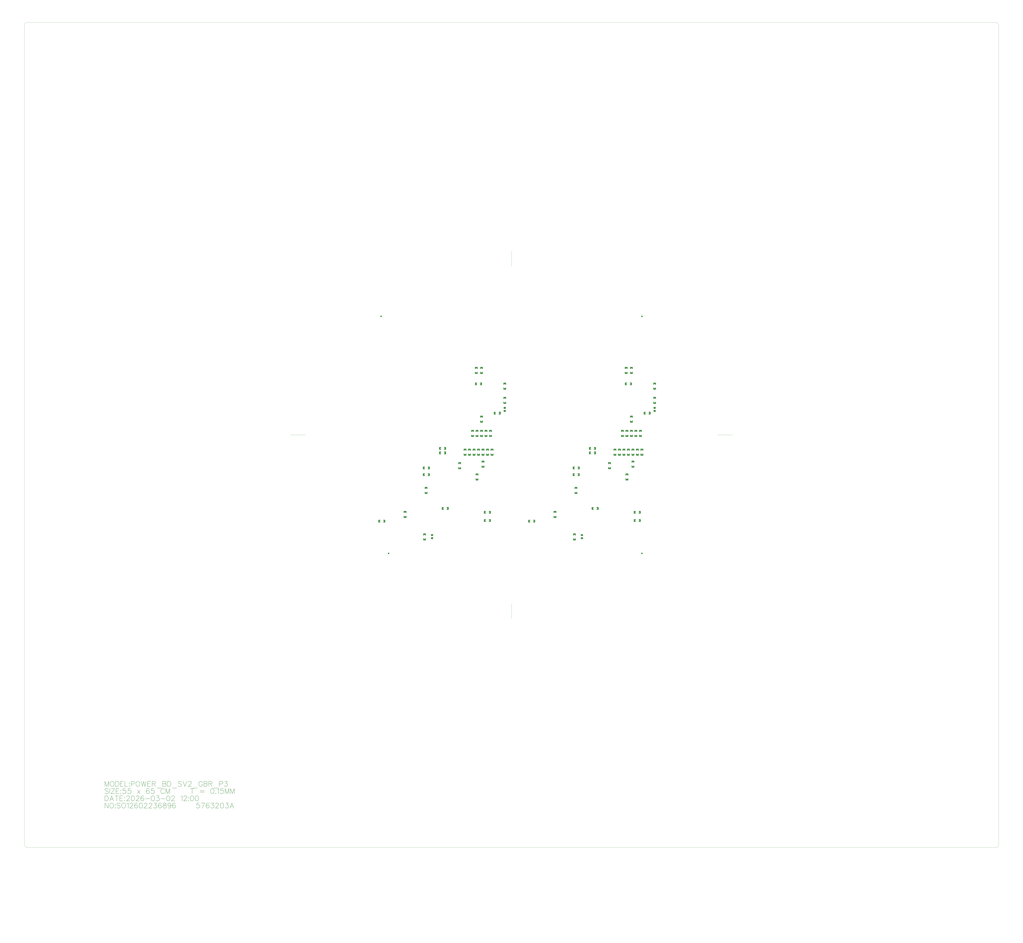
<source format=gbr>
G04 Generated by CircuitCAM Version 4.4*
%FSLAX33Y33*%
%MOMM*%
%ADD10C,0.200000*%
%ADD12C,0.000000*%
%ADD13C,0.000000*%
%LNSolderPasteTop_Ready*%
%LPD*%
G36*
G01X87525Y79000D02*
G75*
G03X87000Y79525I-525J0D01*
G74*
G01*
G75*
G03X86475Y79000I0J-525D01*
G74*
G01*
G75*
G03X87000Y78475I525J0D01*
G74*
G01*
G75*
G03X87525Y79000I0J525D01*
G74*
G01*
G37*
G36*
G01X-86475Y79000D02*
G75*
G03X-87000Y79525I-525J0D01*
G74*
G01*
G75*
G03X-87525Y79000I0J-525D01*
G74*
G01*
G75*
G03X-87000Y78475I525J0D01*
G74*
G01*
G75*
G03X-86475Y79000I0J525D01*
G74*
G01*
G37*
G36*
G01X80899Y45179D02*
G75*
G03X80749Y45329I-150J0D01*
G74*
G01*
X79249Y45329D01*
G75*
G03X79099Y45179I0J-150D01*
G74*
G01*
X79099Y44119D01*
G75*
G03X79249Y43969I150J0D01*
G74*
G01*
X79699Y43969D01*
X79699Y44422D01*
X80299Y44422D01*
X80299Y43969D01*
X80749Y43969D01*
G75*
G03X80899Y44119I0J150D01*
G74*
G01*
X80899Y45179D01*
G37*
G36*
G01X77400Y45179D02*
G75*
G03X77250Y45329I-150J0D01*
G74*
G01*
X75750Y45329D01*
G75*
G03X75600Y45179I0J-150D01*
G74*
G01*
X75600Y44119D01*
G75*
G03X75750Y43969I150J0D01*
G74*
G01*
X76200Y43969D01*
X76200Y44422D01*
X76800Y44422D01*
X76800Y43969D01*
X77250Y43969D01*
G75*
G03X77400Y44119I0J150D01*
G74*
G01*
X77400Y45179D01*
G37*
G36*
G01X-19101Y45179D02*
G75*
G03X-19251Y45329I-150J0D01*
G74*
G01*
X-20751Y45329D01*
G75*
G03X-20901Y45179I0J-150D01*
G74*
G01*
X-20901Y44119D01*
G75*
G03X-20751Y43969I150J0D01*
G74*
G01*
X-20301Y43969D01*
X-20301Y44422D01*
X-19701Y44422D01*
X-19701Y43969D01*
X-19251Y43969D01*
G75*
G03X-19101Y44119I0J150D01*
G74*
G01*
X-19101Y45179D01*
G37*
G36*
G01X-22600Y45179D02*
G75*
G03X-22750Y45329I-150J0D01*
G74*
G01*
X-24250Y45329D01*
G75*
G03X-24400Y45179I0J-150D01*
G74*
G01*
X-24400Y44119D01*
G75*
G03X-24250Y43969I150J0D01*
G74*
G01*
X-23800Y43969D01*
X-23800Y44422D01*
X-23200Y44422D01*
X-23200Y43969D01*
X-22750Y43969D01*
G75*
G03X-22600Y44119I0J150D01*
G74*
G01*
X-22600Y45179D01*
G37*
G36*
G01X80899Y41879D02*
G75*
G03X80749Y42029I-150J0D01*
G74*
G01*
X80299Y42029D01*
X80299Y41576D01*
X79699Y41576D01*
X79699Y42029D01*
X79249Y42029D01*
G75*
G03X79099Y41879I0J-150D01*
G74*
G01*
X79099Y40819D01*
G75*
G03X79249Y40669I150J0D01*
G74*
G01*
X80749Y40669D01*
G75*
G03X80899Y40819I0J150D01*
G74*
G01*
X80899Y41879D01*
G37*
G36*
G01X77400Y41879D02*
G75*
G03X77250Y42029I-150J0D01*
G74*
G01*
X76800Y42029D01*
X76800Y41576D01*
X76200Y41576D01*
X76200Y42029D01*
X75750Y42029D01*
G75*
G03X75600Y41879I0J-150D01*
G74*
G01*
X75600Y40819D01*
G75*
G03X75750Y40669I150J0D01*
G74*
G01*
X77250Y40669D01*
G75*
G03X77400Y40819I0J150D01*
G74*
G01*
X77400Y41879D01*
G37*
G36*
G01X-19101Y41879D02*
G75*
G03X-19251Y42029I-150J0D01*
G74*
G01*
X-19701Y42029D01*
X-19701Y41576D01*
X-20301Y41576D01*
X-20301Y42029D01*
X-20751Y42029D01*
G75*
G03X-20901Y41879I0J-150D01*
G74*
G01*
X-20901Y40819D01*
G75*
G03X-20751Y40669I150J0D01*
G74*
G01*
X-19251Y40669D01*
G75*
G03X-19101Y40819I0J150D01*
G74*
G01*
X-19101Y41879D01*
G37*
G36*
G01X-22600Y41879D02*
G75*
G03X-22750Y42029I-150J0D01*
G74*
G01*
X-23200Y42029D01*
X-23200Y41576D01*
X-23800Y41576D01*
X-23800Y42029D01*
X-24250Y42029D01*
G75*
G03X-24400Y41879I0J-150D01*
G74*
G01*
X-24400Y40819D01*
G75*
G03X-24250Y40669I150J0D01*
G74*
G01*
X-22750Y40669D01*
G75*
G03X-22600Y40819I0J150D01*
G74*
G01*
X-22600Y41879D01*
G37*
G36*
G01X80330Y34751D02*
G75*
G03X80180Y34900I-150J-1D01*
G74*
G01*
X79118Y34900D01*
G75*
G03X78968Y34750I0J-150D01*
G74*
G01*
X78968Y34300D01*
X79422Y34300D01*
X79422Y33700D01*
X78968Y33700D01*
X78968Y33250D01*
G75*
G03X79118Y33100I150J0D01*
G74*
G01*
X80179Y33100D01*
G75*
G03X80329Y33250I0J150D01*
G74*
G01*
X80330Y34751D01*
G37*
G36*
G01X-19670Y34751D02*
G75*
G03X-19820Y34900I-150J-1D01*
G74*
G01*
X-20882Y34900D01*
G75*
G03X-21032Y34750I0J-150D01*
G74*
G01*
X-21032Y34300D01*
X-20578Y34300D01*
X-20578Y33700D01*
X-21032Y33700D01*
X-21032Y33250D01*
G75*
G03X-20882Y33100I150J0D01*
G74*
G01*
X-19821Y33100D01*
G75*
G03X-19671Y33250I0J150D01*
G74*
G01*
X-19670Y34751D01*
G37*
G36*
G01X-22971Y34749D02*
G75*
G03X-23121Y34899I-150J0D01*
G74*
G01*
X-24182Y34899D01*
G75*
G03X-24332Y34750I0J-150D01*
G74*
G01*
X-24332Y33249D01*
G75*
G03X-24182Y33099I150J0D01*
G74*
G01*
X-23121Y33099D01*
G75*
G03X-22971Y33249I0J150D01*
G74*
G01*
X-22971Y33699D01*
X-23424Y33699D01*
X-23424Y34299D01*
X-22971Y34299D01*
X-22971Y34749D01*
G37*
G36*
G01X77029Y34749D02*
G75*
G03X76879Y34899I-150J0D01*
G74*
G01*
X75818Y34899D01*
G75*
G03X75668Y34750I0J-150D01*
G74*
G01*
X75668Y33249D01*
G75*
G03X75818Y33099I150J0D01*
G74*
G01*
X76879Y33099D01*
G75*
G03X77029Y33249I0J150D01*
G74*
G01*
X77029Y33699D01*
X76576Y33699D01*
X76576Y34299D01*
X77029Y34299D01*
X77029Y34749D01*
G37*
G36*
G01X-3601Y34679D02*
G75*
G03X-3751Y34829I-150J0D01*
G74*
G01*
X-5251Y34829D01*
G75*
G03X-5401Y34679I0J-150D01*
G74*
G01*
X-5401Y33619D01*
G75*
G03X-5251Y33469I150J0D01*
G74*
G01*
X-4801Y33469D01*
X-4801Y33922D01*
X-4201Y33922D01*
X-4201Y33469D01*
X-3751Y33469D01*
G75*
G03X-3601Y33619I0J150D01*
G74*
G01*
X-3601Y34679D01*
G37*
G36*
G01X96399Y34679D02*
G75*
G03X96249Y34829I-150J0D01*
G74*
G01*
X94749Y34829D01*
G75*
G03X94599Y34679I0J-150D01*
G74*
G01*
X94599Y33619D01*
G75*
G03X94749Y33469I150J0D01*
G74*
G01*
X95199Y33469D01*
X95199Y33922D01*
X95799Y33922D01*
X95799Y33469D01*
X96249Y33469D01*
G75*
G03X96399Y33619I0J150D01*
G74*
G01*
X96399Y34679D01*
G37*
G36*
G01X96399Y31379D02*
G75*
G03X96249Y31529I-150J0D01*
G74*
G01*
X95799Y31529D01*
X95799Y31076D01*
X95199Y31076D01*
X95199Y31529D01*
X94749Y31529D01*
G75*
G03X94599Y31379I0J-150D01*
G74*
G01*
X94599Y30319D01*
G75*
G03X94749Y30169I150J0D01*
G74*
G01*
X96249Y30169D01*
G75*
G03X96399Y30319I0J150D01*
G74*
G01*
X96399Y31379D01*
G37*
G36*
G01X-3601Y31379D02*
G75*
G03X-3751Y31529I-150J0D01*
G74*
G01*
X-4201Y31529D01*
X-4201Y31076D01*
X-4801Y31076D01*
X-4801Y31529D01*
X-5251Y31529D01*
G75*
G03X-5401Y31379I0J-150D01*
G74*
G01*
X-5401Y30319D01*
G75*
G03X-5251Y30169I150J0D01*
G74*
G01*
X-3751Y30169D01*
G75*
G03X-3601Y30319I0J150D01*
G74*
G01*
X-3601Y31379D01*
G37*
G36*
G01X96399Y25179D02*
G75*
G03X96249Y25329I-150J0D01*
G74*
G01*
X94749Y25329D01*
G75*
G03X94599Y25179I0J-150D01*
G74*
G01*
X94599Y24119D01*
G75*
G03X94749Y23969I150J0D01*
G74*
G01*
X95199Y23969D01*
X95199Y24422D01*
X95799Y24422D01*
X95799Y23969D01*
X96249Y23969D01*
G75*
G03X96399Y24119I0J150D01*
G74*
G01*
X96399Y25179D01*
G37*
G36*
G01X-3601Y25179D02*
G75*
G03X-3751Y25329I-150J0D01*
G74*
G01*
X-5251Y25329D01*
G75*
G03X-5401Y25179I0J-150D01*
G74*
G01*
X-5401Y24119D01*
G75*
G03X-5251Y23969I150J0D01*
G74*
G01*
X-4801Y23969D01*
X-4801Y24422D01*
X-4201Y24422D01*
X-4201Y23969D01*
X-3751Y23969D01*
G75*
G03X-3601Y24119I0J150D01*
G74*
G01*
X-3601Y25179D01*
G37*
G36*
G01X96399Y21879D02*
G75*
G03X96249Y22029I-150J0D01*
G74*
G01*
X95799Y22029D01*
X95799Y21576D01*
X95199Y21576D01*
X95199Y22029D01*
X94749Y22029D01*
G75*
G03X94599Y21879I0J-150D01*
G74*
G01*
X94599Y20819D01*
G75*
G03X94749Y20669I150J0D01*
G74*
G01*
X96249Y20669D01*
G75*
G03X96399Y20819I0J150D01*
G74*
G01*
X96399Y21879D01*
G37*
G36*
G01X-3601Y21879D02*
G75*
G03X-3751Y22029I-150J0D01*
G74*
G01*
X-4201Y22029D01*
X-4201Y21576D01*
X-4801Y21576D01*
X-4801Y22029D01*
X-5251Y22029D01*
G75*
G03X-5401Y21879I0J-150D01*
G74*
G01*
X-5401Y20819D01*
G75*
G03X-5251Y20669I150J0D01*
G74*
G01*
X-3751Y20669D01*
G75*
G03X-3601Y20819I0J150D01*
G74*
G01*
X-3601Y21879D01*
G37*
G36*
G01X96050Y18660D02*
X94950Y18660D01*
G75*
G03X94800Y18510I0J-150D01*
G74*
G01*
X94800Y17560D01*
G75*
G03X94800Y17550I150J-10D01*
G74*
G01*
G75*
G03X94935Y17401I150J0D01*
G74*
G01*
X94950Y17400D01*
X96050Y17400D01*
X96065Y17401D01*
G75*
G03X96199Y17550I-15J149D01*
G74*
G01*
X96200Y17550D01*
X96200Y18510D01*
X96199Y18510D01*
G75*
G03X96070Y18659I-149J0D01*
G74*
G01*
X96050Y18660D01*
G37*
G36*
G01X-3800Y18510D02*
G75*
G03X-3950Y18660I-150J0D01*
G74*
G01*
X-5050Y18660D01*
X-5070Y18659D01*
G75*
G03X-5199Y18510I20J-149D01*
G74*
G01*
X-5200Y18510D01*
X-5200Y17550D01*
X-5199Y17550D01*
G75*
G03X-5065Y17401I149J0D01*
G74*
G01*
X-5050Y17400D01*
X-3950Y17400D01*
G75*
G03X-3800Y17550I0J150D01*
G74*
G01*
G75*
G03X-3800Y17561I-150J0D01*
G74*
G01*
X-3800Y18510D01*
G37*
G36*
G01X96050Y16600D02*
X94950Y16600D01*
G75*
G03X94800Y16450I0J-150D01*
G74*
G01*
X94800Y15490D01*
G75*
G03X94933Y15341I150J0D01*
G74*
G01*
X94950Y15340D01*
X96050Y15340D01*
X96067Y15341D01*
G75*
G03X96199Y15490I-17J149D01*
G74*
G01*
X96200Y15490D01*
X96200Y16450D01*
X96199Y16450D01*
G75*
G03X96068Y16599I-149J0D01*
G74*
G01*
X96050Y16600D01*
G37*
G36*
G01X-3800Y16450D02*
G75*
G03X-3950Y16600I-150J0D01*
G74*
G01*
X-5050Y16600D01*
X-5068Y16599D01*
G75*
G03X-5199Y16450I18J-149D01*
G74*
G01*
X-5200Y16450D01*
X-5200Y15490D01*
X-5199Y15490D01*
G75*
G03X-5067Y15341I149J0D01*
G74*
G01*
X-5050Y15340D01*
X-3950Y15340D01*
G75*
G03X-3800Y15490I0J150D01*
G74*
G01*
X-3800Y16450D01*
G37*
G36*
G01X-7170Y15251D02*
G75*
G03X-7320Y15400I-150J-1D01*
G74*
G01*
X-8382Y15400D01*
G75*
G03X-8532Y15250I0J-150D01*
G74*
G01*
X-8532Y14800D01*
X-8078Y14800D01*
X-8078Y14200D01*
X-8532Y14200D01*
X-8532Y13750D01*
G75*
G03X-8382Y13600I150J0D01*
G74*
G01*
X-7321Y13600D01*
G75*
G03X-7171Y13750I0J150D01*
G74*
G01*
X-7170Y15251D01*
G37*
G36*
G01X-10470Y15249D02*
G75*
G03X-10620Y15399I-150J0D01*
G74*
G01*
X-11681Y15399D01*
G75*
G03X-11831Y15250I0J-150D01*
G74*
G01*
X-11831Y13749D01*
G75*
G03X-11681Y13599I150J0D01*
G74*
G01*
X-10620Y13599D01*
G75*
G03X-10470Y13749I0J150D01*
G74*
G01*
X-10470Y14199D01*
X-10923Y14199D01*
X-10923Y14799D01*
X-10470Y14799D01*
X-10470Y15249D01*
G37*
G36*
G01X92830Y15251D02*
G75*
G03X92680Y15400I-150J-1D01*
G74*
G01*
X91618Y15400D01*
G75*
G03X91468Y15250I0J-150D01*
G74*
G01*
X91468Y14800D01*
X91922Y14800D01*
X91922Y14200D01*
X91468Y14200D01*
X91468Y13750D01*
G75*
G03X91618Y13600I150J0D01*
G74*
G01*
X92679Y13600D01*
G75*
G03X92829Y13750I0J150D01*
G74*
G01*
X92830Y15251D01*
G37*
G36*
G01X89530Y15249D02*
G75*
G03X89380Y15399I-150J0D01*
G74*
G01*
X88319Y15399D01*
G75*
G03X88169Y15250I0J-150D01*
G74*
G01*
X88169Y13749D01*
G75*
G03X88319Y13599I150J0D01*
G74*
G01*
X89380Y13599D01*
G75*
G03X89530Y13749I0J150D01*
G74*
G01*
X89530Y14199D01*
X89077Y14199D01*
X89077Y14799D01*
X89530Y14799D01*
X89530Y15249D01*
G37*
G36*
G01X80899Y12679D02*
G75*
G03X80749Y12829I-150J0D01*
G74*
G01*
X79249Y12829D01*
G75*
G03X79099Y12679I0J-150D01*
G74*
G01*
X79099Y11619D01*
G75*
G03X79249Y11469I150J0D01*
G74*
G01*
X79699Y11469D01*
X79699Y11922D01*
X80299Y11922D01*
X80299Y11469D01*
X80749Y11469D01*
G75*
G03X80899Y11619I0J150D01*
G74*
G01*
X80899Y12679D01*
G37*
G36*
G01X-19101Y12679D02*
G75*
G03X-19251Y12829I-150J0D01*
G74*
G01*
X-20751Y12829D01*
G75*
G03X-20901Y12679I0J-150D01*
G74*
G01*
X-20901Y11619D01*
G75*
G03X-20751Y11469I150J0D01*
G74*
G01*
X-20301Y11469D01*
X-20301Y11922D01*
X-19701Y11922D01*
X-19701Y11469D01*
X-19251Y11469D01*
G75*
G03X-19101Y11619I0J150D01*
G74*
G01*
X-19101Y12679D01*
G37*
G36*
G01X80899Y9379D02*
G75*
G03X80749Y9529I-150J0D01*
G74*
G01*
X80299Y9529D01*
X80299Y9076D01*
X79699Y9076D01*
X79699Y9529D01*
X79249Y9529D01*
G75*
G03X79099Y9379I0J-150D01*
G74*
G01*
X79099Y8319D01*
G75*
G03X79249Y8169I150J0D01*
G74*
G01*
X80749Y8169D01*
G75*
G03X80899Y8319I0J150D01*
G74*
G01*
X80899Y9379D01*
G37*
G36*
G01X-19101Y9379D02*
G75*
G03X-19251Y9529I-150J0D01*
G74*
G01*
X-19701Y9529D01*
X-19701Y9076D01*
X-20301Y9076D01*
X-20301Y9529D01*
X-20751Y9529D01*
G75*
G03X-20901Y9379I0J-150D01*
G74*
G01*
X-20901Y8319D01*
G75*
G03X-20751Y8169I150J0D01*
G74*
G01*
X-19251Y8169D01*
G75*
G03X-19101Y8319I0J150D01*
G74*
G01*
X-19101Y9379D01*
G37*
G36*
G01X86899Y3180D02*
G75*
G03X86749Y3330I-150J0D01*
G74*
G01*
X85249Y3330D01*
G75*
G03X85099Y3180I0J-150D01*
G74*
G01*
X85099Y2120D01*
G75*
G03X85249Y1970I150J0D01*
G74*
G01*
X85699Y1970D01*
X85699Y2423D01*
X86299Y2423D01*
X86299Y1970D01*
X86749Y1970D01*
G75*
G03X86899Y2120I0J150D01*
G74*
G01*
X86899Y3180D01*
G37*
G36*
G01X83899Y3180D02*
G75*
G03X83749Y3330I-150J0D01*
G74*
G01*
X82249Y3330D01*
G75*
G03X82099Y3180I0J-150D01*
G74*
G01*
X82099Y2120D01*
G75*
G03X82249Y1970I150J0D01*
G74*
G01*
X82699Y1970D01*
X82699Y2423D01*
X83299Y2423D01*
X83299Y1970D01*
X83749Y1970D01*
G75*
G03X83899Y2120I0J150D01*
G74*
G01*
X83899Y3180D01*
G37*
G36*
G01X80899Y3180D02*
G75*
G03X80749Y3330I-150J0D01*
G74*
G01*
X79249Y3330D01*
G75*
G03X79099Y3180I0J-150D01*
G74*
G01*
X79099Y2120D01*
G75*
G03X79249Y1970I150J0D01*
G74*
G01*
X79699Y1970D01*
X79699Y2423D01*
X80299Y2423D01*
X80299Y1970D01*
X80749Y1970D01*
G75*
G03X80899Y2120I0J150D01*
G74*
G01*
X80899Y3180D01*
G37*
G36*
G01X77899Y3180D02*
G75*
G03X77749Y3330I-150J0D01*
G74*
G01*
X76249Y3330D01*
G75*
G03X76099Y3180I0J-150D01*
G74*
G01*
X76099Y2120D01*
G75*
G03X76249Y1970I150J0D01*
G74*
G01*
X76699Y1970D01*
X76699Y2423D01*
X77299Y2423D01*
X77299Y1970D01*
X77749Y1970D01*
G75*
G03X77899Y2120I0J150D01*
G74*
G01*
X77899Y3180D01*
G37*
G36*
G01X74899Y3180D02*
G75*
G03X74749Y3330I-150J0D01*
G74*
G01*
X73249Y3330D01*
G75*
G03X73099Y3180I0J-150D01*
G74*
G01*
X73099Y2120D01*
G75*
G03X73249Y1970I150J0D01*
G74*
G01*
X73699Y1970D01*
X73699Y2423D01*
X74299Y2423D01*
X74299Y1970D01*
X74749Y1970D01*
G75*
G03X74899Y2120I0J150D01*
G74*
G01*
X74899Y3180D01*
G37*
G36*
G01X-13101Y3180D02*
G75*
G03X-13251Y3330I-150J0D01*
G74*
G01*
X-14751Y3330D01*
G75*
G03X-14901Y3180I0J-150D01*
G74*
G01*
X-14901Y2120D01*
G75*
G03X-14751Y1970I150J0D01*
G74*
G01*
X-14301Y1970D01*
X-14301Y2423D01*
X-13701Y2423D01*
X-13701Y1970D01*
X-13251Y1970D01*
G75*
G03X-13101Y2120I0J150D01*
G74*
G01*
X-13101Y3180D01*
G37*
G36*
G01X-16101Y3180D02*
G75*
G03X-16251Y3330I-150J0D01*
G74*
G01*
X-17751Y3330D01*
G75*
G03X-17901Y3180I0J-150D01*
G74*
G01*
X-17901Y2120D01*
G75*
G03X-17751Y1970I150J0D01*
G74*
G01*
X-17301Y1970D01*
X-17301Y2423D01*
X-16701Y2423D01*
X-16701Y1970D01*
X-16251Y1970D01*
G75*
G03X-16101Y2120I0J150D01*
G74*
G01*
X-16101Y3180D01*
G37*
G36*
G01X-19101Y3180D02*
G75*
G03X-19251Y3330I-150J0D01*
G74*
G01*
X-20751Y3330D01*
G75*
G03X-20901Y3180I0J-150D01*
G74*
G01*
X-20901Y2120D01*
G75*
G03X-20751Y1970I150J0D01*
G74*
G01*
X-20301Y1970D01*
X-20301Y2423D01*
X-19701Y2423D01*
X-19701Y1970D01*
X-19251Y1970D01*
G75*
G03X-19101Y2120I0J150D01*
G74*
G01*
X-19101Y3180D01*
G37*
G36*
G01X-22101Y3180D02*
G75*
G03X-22251Y3330I-150J0D01*
G74*
G01*
X-23751Y3330D01*
G75*
G03X-23901Y3180I0J-150D01*
G74*
G01*
X-23901Y2120D01*
G75*
G03X-23751Y1970I150J0D01*
G74*
G01*
X-23301Y1970D01*
X-23301Y2423D01*
X-22701Y2423D01*
X-22701Y1970D01*
X-22251Y1970D01*
G75*
G03X-22101Y2120I0J150D01*
G74*
G01*
X-22101Y3180D01*
G37*
G36*
G01X-25101Y3180D02*
G75*
G03X-25251Y3330I-150J0D01*
G74*
G01*
X-26751Y3330D01*
G75*
G03X-26901Y3180I0J-150D01*
G74*
G01*
X-26901Y2120D01*
G75*
G03X-26751Y1970I150J0D01*
G74*
G01*
X-26301Y1970D01*
X-26301Y2423D01*
X-25701Y2423D01*
X-25701Y1970D01*
X-25251Y1970D01*
G75*
G03X-25101Y2120I0J150D01*
G74*
G01*
X-25101Y3180D01*
G37*
G36*
G01X86899Y-120D02*
G75*
G03X86749Y30I-150J0D01*
G74*
G01*
X86299Y30D01*
X86299Y-423D01*
X85699Y-423D01*
X85699Y30D01*
X85249Y30D01*
G75*
G03X85099Y-120I0J-150D01*
G74*
G01*
X85099Y-1180D01*
G75*
G03X85249Y-1330I150J0D01*
G74*
G01*
X86749Y-1330D01*
G75*
G03X86899Y-1180I0J150D01*
G74*
G01*
X86899Y-120D01*
G37*
G36*
G01X83899Y-120D02*
G75*
G03X83749Y30I-150J0D01*
G74*
G01*
X83299Y30D01*
X83299Y-423D01*
X82699Y-423D01*
X82699Y30D01*
X82249Y30D01*
G75*
G03X82099Y-120I0J-150D01*
G74*
G01*
X82099Y-1180D01*
G75*
G03X82249Y-1330I150J0D01*
G74*
G01*
X83749Y-1330D01*
G75*
G03X83899Y-1180I0J150D01*
G74*
G01*
X83899Y-120D01*
G37*
G36*
G01X80899Y-120D02*
G75*
G03X80749Y30I-150J0D01*
G74*
G01*
X80299Y30D01*
X80299Y-423D01*
X79699Y-423D01*
X79699Y30D01*
X79249Y30D01*
G75*
G03X79099Y-120I0J-150D01*
G74*
G01*
X79099Y-1180D01*
G75*
G03X79249Y-1330I150J0D01*
G74*
G01*
X80749Y-1330D01*
G75*
G03X80899Y-1180I0J150D01*
G74*
G01*
X80899Y-120D01*
G37*
G36*
G01X77899Y-120D02*
G75*
G03X77749Y30I-150J0D01*
G74*
G01*
X77299Y30D01*
X77299Y-423D01*
X76699Y-423D01*
X76699Y30D01*
X76249Y30D01*
G75*
G03X76099Y-120I0J-150D01*
G74*
G01*
X76099Y-1180D01*
G75*
G03X76249Y-1330I150J0D01*
G74*
G01*
X77749Y-1330D01*
G75*
G03X77899Y-1180I0J150D01*
G74*
G01*
X77899Y-120D01*
G37*
G36*
G01X74899Y-120D02*
G75*
G03X74749Y30I-150J0D01*
G74*
G01*
X74299Y30D01*
X74299Y-423D01*
X73699Y-423D01*
X73699Y30D01*
X73249Y30D01*
G75*
G03X73099Y-120I0J-150D01*
G74*
G01*
X73099Y-1180D01*
G75*
G03X73249Y-1330I150J0D01*
G74*
G01*
X74749Y-1330D01*
G75*
G03X74899Y-1180I0J150D01*
G74*
G01*
X74899Y-120D01*
G37*
G36*
G01X-13101Y-120D02*
G75*
G03X-13251Y30I-150J0D01*
G74*
G01*
X-13701Y30D01*
X-13701Y-423D01*
X-14301Y-423D01*
X-14301Y30D01*
X-14751Y30D01*
G75*
G03X-14901Y-120I0J-150D01*
G74*
G01*
X-14901Y-1180D01*
G75*
G03X-14751Y-1330I150J0D01*
G74*
G01*
X-13251Y-1330D01*
G75*
G03X-13101Y-1180I0J150D01*
G74*
G01*
X-13101Y-120D01*
G37*
G36*
G01X-16101Y-120D02*
G75*
G03X-16251Y30I-150J0D01*
G74*
G01*
X-16701Y30D01*
X-16701Y-423D01*
X-17301Y-423D01*
X-17301Y30D01*
X-17751Y30D01*
G75*
G03X-17901Y-120I0J-150D01*
G74*
G01*
X-17901Y-1180D01*
G75*
G03X-17751Y-1330I150J0D01*
G74*
G01*
X-16251Y-1330D01*
G75*
G03X-16101Y-1180I0J150D01*
G74*
G01*
X-16101Y-120D01*
G37*
G36*
G01X-19101Y-120D02*
G75*
G03X-19251Y30I-150J0D01*
G74*
G01*
X-19701Y30D01*
X-19701Y-423D01*
X-20301Y-423D01*
X-20301Y30D01*
X-20751Y30D01*
G75*
G03X-20901Y-120I0J-150D01*
G74*
G01*
X-20901Y-1180D01*
G75*
G03X-20751Y-1330I150J0D01*
G74*
G01*
X-19251Y-1330D01*
G75*
G03X-19101Y-1180I0J150D01*
G74*
G01*
X-19101Y-120D01*
G37*
G36*
G01X-22101Y-120D02*
G75*
G03X-22251Y30I-150J0D01*
G74*
G01*
X-22701Y30D01*
X-22701Y-423D01*
X-23301Y-423D01*
X-23301Y30D01*
X-23751Y30D01*
G75*
G03X-23901Y-120I0J-150D01*
G74*
G01*
X-23901Y-1180D01*
G75*
G03X-23751Y-1330I150J0D01*
G74*
G01*
X-22251Y-1330D01*
G75*
G03X-22101Y-1180I0J150D01*
G74*
G01*
X-22101Y-120D01*
G37*
G36*
G01X-25101Y-120D02*
G75*
G03X-25251Y30I-150J0D01*
G74*
G01*
X-25701Y30D01*
X-25701Y-423D01*
X-26301Y-423D01*
X-26301Y30D01*
X-26751Y30D01*
G75*
G03X-26901Y-120I0J-150D01*
G74*
G01*
X-26901Y-1180D01*
G75*
G03X-26751Y-1330I150J0D01*
G74*
G01*
X-25251Y-1330D01*
G75*
G03X-25101Y-1180I0J150D01*
G74*
G01*
X-25101Y-120D01*
G37*
G36*
G01X56330Y-8248D02*
G75*
G03X56180Y-8099I-150J-1D01*
G74*
G01*
X55118Y-8099D01*
G75*
G03X54968Y-8249I0J-150D01*
G74*
G01*
X54968Y-8699D01*
X55422Y-8699D01*
X55422Y-9299D01*
X54968Y-9299D01*
X54968Y-9749D01*
G75*
G03X55118Y-9899I150J0D01*
G74*
G01*
X56179Y-9899D01*
G75*
G03X56329Y-9749I0J150D01*
G74*
G01*
X56330Y-8248D01*
G37*
G36*
G01X-43670Y-8248D02*
G75*
G03X-43820Y-8099I-150J-1D01*
G74*
G01*
X-44882Y-8099D01*
G75*
G03X-45032Y-8249I0J-150D01*
G74*
G01*
X-45032Y-8699D01*
X-44578Y-8699D01*
X-44578Y-9299D01*
X-45032Y-9299D01*
X-45032Y-9749D01*
G75*
G03X-44882Y-9899I150J0D01*
G74*
G01*
X-43821Y-9899D01*
G75*
G03X-43671Y-9749I0J150D01*
G74*
G01*
X-43670Y-8248D01*
G37*
G36*
G01X-46970Y-8250D02*
G75*
G03X-47120Y-8100I-150J0D01*
G74*
G01*
X-48181Y-8100D01*
G75*
G03X-48331Y-8249I0J-150D01*
G74*
G01*
X-48331Y-9750D01*
G75*
G03X-48181Y-9900I150J0D01*
G74*
G01*
X-47120Y-9900D01*
G75*
G03X-46970Y-9750I0J150D01*
G74*
G01*
X-46970Y-9300D01*
X-47423Y-9300D01*
X-47423Y-8700D01*
X-46970Y-8700D01*
X-46970Y-8250D01*
G37*
G36*
G01X53030Y-8250D02*
G75*
G03X52880Y-8100I-150J0D01*
G74*
G01*
X51819Y-8100D01*
G75*
G03X51669Y-8249I0J-150D01*
G74*
G01*
X51669Y-9750D01*
G75*
G03X51819Y-9900I150J0D01*
G74*
G01*
X52880Y-9900D01*
G75*
G03X53030Y-9750I0J150D01*
G74*
G01*
X53030Y-9300D01*
X52577Y-9300D01*
X52577Y-8700D01*
X53030Y-8700D01*
X53030Y-8250D01*
G37*
G36*
G01X-12101Y-9320D02*
G75*
G03X-12251Y-9170I-150J0D01*
G74*
G01*
X-13751Y-9170D01*
G75*
G03X-13901Y-9320I0J-150D01*
G74*
G01*
X-13901Y-10380D01*
G75*
G03X-13751Y-10530I150J0D01*
G74*
G01*
X-13301Y-10530D01*
X-13301Y-10077D01*
X-12701Y-10077D01*
X-12701Y-10530D01*
X-12251Y-10530D01*
G75*
G03X-12101Y-10380I0J150D01*
G74*
G01*
X-12101Y-9320D01*
G37*
G36*
G01X-15101Y-9320D02*
G75*
G03X-15251Y-9170I-150J0D01*
G74*
G01*
X-16751Y-9170D01*
G75*
G03X-16901Y-9320I0J-150D01*
G74*
G01*
X-16901Y-10380D01*
G75*
G03X-16751Y-10530I150J0D01*
G74*
G01*
X-16301Y-10530D01*
X-16301Y-10077D01*
X-15701Y-10077D01*
X-15701Y-10530D01*
X-15251Y-10530D01*
G75*
G03X-15101Y-10380I0J150D01*
G74*
G01*
X-15101Y-9320D01*
G37*
G36*
G01X-18101Y-9320D02*
G75*
G03X-18251Y-9170I-150J0D01*
G74*
G01*
X-19751Y-9170D01*
G75*
G03X-19901Y-9320I0J-150D01*
G74*
G01*
X-19901Y-10380D01*
G75*
G03X-19751Y-10530I150J0D01*
G74*
G01*
X-19301Y-10530D01*
X-19301Y-10077D01*
X-18701Y-10077D01*
X-18701Y-10530D01*
X-18251Y-10530D01*
G75*
G03X-18101Y-10380I0J150D01*
G74*
G01*
X-18101Y-9320D01*
G37*
G36*
G01X-21101Y-9320D02*
G75*
G03X-21251Y-9170I-150J0D01*
G74*
G01*
X-22751Y-9170D01*
G75*
G03X-22901Y-9320I0J-150D01*
G74*
G01*
X-22901Y-10380D01*
G75*
G03X-22751Y-10530I150J0D01*
G74*
G01*
X-22301Y-10530D01*
X-22301Y-10077D01*
X-21701Y-10077D01*
X-21701Y-10530D01*
X-21251Y-10530D01*
G75*
G03X-21101Y-10380I0J150D01*
G74*
G01*
X-21101Y-9320D01*
G37*
G36*
G01X-24101Y-9320D02*
G75*
G03X-24251Y-9170I-150J0D01*
G74*
G01*
X-25751Y-9170D01*
G75*
G03X-25901Y-9320I0J-150D01*
G74*
G01*
X-25901Y-10380D01*
G75*
G03X-25751Y-10530I150J0D01*
G74*
G01*
X-25301Y-10530D01*
X-25301Y-10077D01*
X-24701Y-10077D01*
X-24701Y-10530D01*
X-24251Y-10530D01*
G75*
G03X-24101Y-10380I0J150D01*
G74*
G01*
X-24101Y-9320D01*
G37*
G36*
G01X-27101Y-9320D02*
G75*
G03X-27251Y-9170I-150J0D01*
G74*
G01*
X-28751Y-9170D01*
G75*
G03X-28901Y-9320I0J-150D01*
G74*
G01*
X-28901Y-10380D01*
G75*
G03X-28751Y-10530I150J0D01*
G74*
G01*
X-28301Y-10530D01*
X-28301Y-10077D01*
X-27701Y-10077D01*
X-27701Y-10530D01*
X-27251Y-10530D01*
G75*
G03X-27101Y-10380I0J150D01*
G74*
G01*
X-27101Y-9320D01*
G37*
G36*
G01X-30101Y-9320D02*
G75*
G03X-30251Y-9170I-150J0D01*
G74*
G01*
X-31751Y-9170D01*
G75*
G03X-31901Y-9320I0J-150D01*
G74*
G01*
X-31901Y-10380D01*
G75*
G03X-31751Y-10530I150J0D01*
G74*
G01*
X-31301Y-10530D01*
X-31301Y-10077D01*
X-30701Y-10077D01*
X-30701Y-10530D01*
X-30251Y-10530D01*
G75*
G03X-30101Y-10380I0J150D01*
G74*
G01*
X-30101Y-9320D01*
G37*
G36*
G01X87899Y-9320D02*
G75*
G03X87749Y-9170I-150J0D01*
G74*
G01*
X86249Y-9170D01*
G75*
G03X86099Y-9320I0J-150D01*
G74*
G01*
X86099Y-10380D01*
G75*
G03X86249Y-10530I150J0D01*
G74*
G01*
X86699Y-10530D01*
X86699Y-10077D01*
X87299Y-10077D01*
X87299Y-10530D01*
X87749Y-10530D01*
G75*
G03X87899Y-10380I0J150D01*
G74*
G01*
X87899Y-9320D01*
G37*
G36*
G01X84899Y-9320D02*
G75*
G03X84749Y-9170I-150J0D01*
G74*
G01*
X83249Y-9170D01*
G75*
G03X83099Y-9320I0J-150D01*
G74*
G01*
X83099Y-10380D01*
G75*
G03X83249Y-10530I150J0D01*
G74*
G01*
X83699Y-10530D01*
X83699Y-10077D01*
X84299Y-10077D01*
X84299Y-10530D01*
X84749Y-10530D01*
G75*
G03X84899Y-10380I0J150D01*
G74*
G01*
X84899Y-9320D01*
G37*
G36*
G01X81899Y-9320D02*
G75*
G03X81749Y-9170I-150J0D01*
G74*
G01*
X80249Y-9170D01*
G75*
G03X80099Y-9320I0J-150D01*
G74*
G01*
X80099Y-10380D01*
G75*
G03X80249Y-10530I150J0D01*
G74*
G01*
X80699Y-10530D01*
X80699Y-10077D01*
X81299Y-10077D01*
X81299Y-10530D01*
X81749Y-10530D01*
G75*
G03X81899Y-10380I0J150D01*
G74*
G01*
X81899Y-9320D01*
G37*
G36*
G01X78899Y-9320D02*
G75*
G03X78749Y-9170I-150J0D01*
G74*
G01*
X77249Y-9170D01*
G75*
G03X77099Y-9320I0J-150D01*
G74*
G01*
X77099Y-10380D01*
G75*
G03X77249Y-10530I150J0D01*
G74*
G01*
X77699Y-10530D01*
X77699Y-10077D01*
X78299Y-10077D01*
X78299Y-10530D01*
X78749Y-10530D01*
G75*
G03X78899Y-10380I0J150D01*
G74*
G01*
X78899Y-9320D01*
G37*
G36*
G01X75899Y-9320D02*
G75*
G03X75749Y-9170I-150J0D01*
G74*
G01*
X74249Y-9170D01*
G75*
G03X74099Y-9320I0J-150D01*
G74*
G01*
X74099Y-10380D01*
G75*
G03X74249Y-10530I150J0D01*
G74*
G01*
X74699Y-10530D01*
X74699Y-10077D01*
X75299Y-10077D01*
X75299Y-10530D01*
X75749Y-10530D01*
G75*
G03X75899Y-10380I0J150D01*
G74*
G01*
X75899Y-9320D01*
G37*
G36*
G01X72899Y-9320D02*
G75*
G03X72749Y-9170I-150J0D01*
G74*
G01*
X71249Y-9170D01*
G75*
G03X71099Y-9320I0J-150D01*
G74*
G01*
X71099Y-10380D01*
G75*
G03X71249Y-10530I150J0D01*
G74*
G01*
X71699Y-10530D01*
X71699Y-10077D01*
X72299Y-10077D01*
X72299Y-10530D01*
X72749Y-10530D01*
G75*
G03X72899Y-10380I0J150D01*
G74*
G01*
X72899Y-9320D01*
G37*
G36*
G01X69899Y-9320D02*
G75*
G03X69749Y-9170I-150J0D01*
G74*
G01*
X68249Y-9170D01*
G75*
G03X68099Y-9320I0J-150D01*
G74*
G01*
X68099Y-10380D01*
G75*
G03X68249Y-10530I150J0D01*
G74*
G01*
X68699Y-10530D01*
X68699Y-10077D01*
X69299Y-10077D01*
X69299Y-10530D01*
X69749Y-10530D01*
G75*
G03X69899Y-10380I0J150D01*
G74*
G01*
X69899Y-9320D01*
G37*
G36*
G01X56330Y-11250D02*
G75*
G03X56180Y-11100I-150J0D01*
G74*
G01*
X55118Y-11100D01*
G75*
G03X54968Y-11250I0J-150D01*
G74*
G01*
X54968Y-11700D01*
X55422Y-11700D01*
X55422Y-12300D01*
X54968Y-12300D01*
X54968Y-12750D01*
G75*
G03X55118Y-12900I150J0D01*
G74*
G01*
X56180Y-12900D01*
G75*
G03X56330Y-12750I0J150D01*
G74*
G01*
X56330Y-11250D01*
G37*
G36*
G01X53030Y-11250D02*
G75*
G03X52880Y-11100I-150J0D01*
G74*
G01*
X51818Y-11100D01*
G75*
G03X51668Y-11250I0J-150D01*
G74*
G01*
X51668Y-12750D01*
G75*
G03X51818Y-12900I150J0D01*
G74*
G01*
X52880Y-12900D01*
G75*
G03X53030Y-12750I0J150D01*
G74*
G01*
X53030Y-12300D01*
X52576Y-12300D01*
X52576Y-11700D01*
X53030Y-11700D01*
X53030Y-11250D01*
G37*
G36*
G01X-43670Y-11250D02*
G75*
G03X-43820Y-11100I-150J0D01*
G74*
G01*
X-44882Y-11100D01*
G75*
G03X-45032Y-11250I0J-150D01*
G74*
G01*
X-45032Y-11700D01*
X-44578Y-11700D01*
X-44578Y-12300D01*
X-45032Y-12300D01*
X-45032Y-12750D01*
G75*
G03X-44882Y-12900I150J0D01*
G74*
G01*
X-43820Y-12900D01*
G75*
G03X-43670Y-12750I0J150D01*
G74*
G01*
X-43670Y-11250D01*
G37*
G36*
G01X-46970Y-11250D02*
G75*
G03X-47120Y-11100I-150J0D01*
G74*
G01*
X-48182Y-11100D01*
G75*
G03X-48332Y-11250I1J-150D01*
G74*
G01*
X-48332Y-12750D01*
G75*
G03X-48182Y-12900I151J0D01*
G74*
G01*
X-47120Y-12900D01*
G75*
G03X-46970Y-12750I0J150D01*
G74*
G01*
X-46970Y-12300D01*
X-47424Y-12300D01*
X-47424Y-11700D01*
X-46970Y-11700D01*
X-46970Y-11250D01*
G37*
G36*
G01X-12101Y-12620D02*
G75*
G03X-12251Y-12470I-150J0D01*
G74*
G01*
X-12701Y-12470D01*
X-12701Y-12923D01*
X-13301Y-12923D01*
X-13301Y-12470D01*
X-13751Y-12470D01*
G75*
G03X-13901Y-12620I0J-150D01*
G74*
G01*
X-13901Y-13680D01*
G75*
G03X-13751Y-13830I150J0D01*
G74*
G01*
X-12251Y-13830D01*
G75*
G03X-12101Y-13680I0J150D01*
G74*
G01*
X-12101Y-12620D01*
G37*
G36*
G01X-15101Y-12620D02*
G75*
G03X-15251Y-12470I-150J0D01*
G74*
G01*
X-15701Y-12470D01*
X-15701Y-12923D01*
X-16301Y-12923D01*
X-16301Y-12470D01*
X-16751Y-12470D01*
G75*
G03X-16901Y-12620I0J-150D01*
G74*
G01*
X-16901Y-13680D01*
G75*
G03X-16751Y-13830I150J0D01*
G74*
G01*
X-15251Y-13830D01*
G75*
G03X-15101Y-13680I0J150D01*
G74*
G01*
X-15101Y-12620D01*
G37*
G36*
G01X-18101Y-12620D02*
G75*
G03X-18251Y-12470I-150J0D01*
G74*
G01*
X-18701Y-12470D01*
X-18701Y-12923D01*
X-19301Y-12923D01*
X-19301Y-12470D01*
X-19751Y-12470D01*
G75*
G03X-19901Y-12620I0J-150D01*
G74*
G01*
X-19901Y-13680D01*
G75*
G03X-19751Y-13830I150J0D01*
G74*
G01*
X-18251Y-13830D01*
G75*
G03X-18101Y-13680I0J150D01*
G74*
G01*
X-18101Y-12620D01*
G37*
G36*
G01X-21101Y-12620D02*
G75*
G03X-21251Y-12470I-150J0D01*
G74*
G01*
X-21701Y-12470D01*
X-21701Y-12923D01*
X-22301Y-12923D01*
X-22301Y-12470D01*
X-22751Y-12470D01*
G75*
G03X-22901Y-12620I0J-150D01*
G74*
G01*
X-22901Y-13680D01*
G75*
G03X-22751Y-13830I150J0D01*
G74*
G01*
X-21251Y-13830D01*
G75*
G03X-21101Y-13680I0J150D01*
G74*
G01*
X-21101Y-12620D01*
G37*
G36*
G01X-24101Y-12620D02*
G75*
G03X-24251Y-12470I-150J0D01*
G74*
G01*
X-24701Y-12470D01*
X-24701Y-12923D01*
X-25301Y-12923D01*
X-25301Y-12470D01*
X-25751Y-12470D01*
G75*
G03X-25901Y-12620I0J-150D01*
G74*
G01*
X-25901Y-13680D01*
G75*
G03X-25751Y-13830I150J0D01*
G74*
G01*
X-24251Y-13830D01*
G75*
G03X-24101Y-13680I0J150D01*
G74*
G01*
X-24101Y-12620D01*
G37*
G36*
G01X-27101Y-12620D02*
G75*
G03X-27251Y-12470I-150J0D01*
G74*
G01*
X-27701Y-12470D01*
X-27701Y-12923D01*
X-28301Y-12923D01*
X-28301Y-12470D01*
X-28751Y-12470D01*
G75*
G03X-28901Y-12620I0J-150D01*
G74*
G01*
X-28901Y-13680D01*
G75*
G03X-28751Y-13830I150J0D01*
G74*
G01*
X-27251Y-13830D01*
G75*
G03X-27101Y-13680I0J150D01*
G74*
G01*
X-27101Y-12620D01*
G37*
G36*
G01X-30101Y-12620D02*
G75*
G03X-30251Y-12470I-150J0D01*
G74*
G01*
X-30701Y-12470D01*
X-30701Y-12923D01*
X-31301Y-12923D01*
X-31301Y-12470D01*
X-31751Y-12470D01*
G75*
G03X-31901Y-12620I0J-150D01*
G74*
G01*
X-31901Y-13680D01*
G75*
G03X-31751Y-13830I150J0D01*
G74*
G01*
X-30251Y-13830D01*
G75*
G03X-30101Y-13680I0J150D01*
G74*
G01*
X-30101Y-12620D01*
G37*
G36*
G01X87899Y-12620D02*
G75*
G03X87749Y-12470I-150J0D01*
G74*
G01*
X87299Y-12470D01*
X87299Y-12923D01*
X86699Y-12923D01*
X86699Y-12470D01*
X86249Y-12470D01*
G75*
G03X86099Y-12620I0J-150D01*
G74*
G01*
X86099Y-13680D01*
G75*
G03X86249Y-13830I150J0D01*
G74*
G01*
X87749Y-13830D01*
G75*
G03X87899Y-13680I0J150D01*
G74*
G01*
X87899Y-12620D01*
G37*
G36*
G01X84899Y-12620D02*
G75*
G03X84749Y-12470I-150J0D01*
G74*
G01*
X84299Y-12470D01*
X84299Y-12923D01*
X83699Y-12923D01*
X83699Y-12470D01*
X83249Y-12470D01*
G75*
G03X83099Y-12620I0J-150D01*
G74*
G01*
X83099Y-13680D01*
G75*
G03X83249Y-13830I150J0D01*
G74*
G01*
X84749Y-13830D01*
G75*
G03X84899Y-13680I0J150D01*
G74*
G01*
X84899Y-12620D01*
G37*
G36*
G01X81899Y-12620D02*
G75*
G03X81749Y-12470I-150J0D01*
G74*
G01*
X81299Y-12470D01*
X81299Y-12923D01*
X80699Y-12923D01*
X80699Y-12470D01*
X80249Y-12470D01*
G75*
G03X80099Y-12620I0J-150D01*
G74*
G01*
X80099Y-13680D01*
G75*
G03X80249Y-13830I150J0D01*
G74*
G01*
X81749Y-13830D01*
G75*
G03X81899Y-13680I0J150D01*
G74*
G01*
X81899Y-12620D01*
G37*
G36*
G01X78899Y-12620D02*
G75*
G03X78749Y-12470I-150J0D01*
G74*
G01*
X78299Y-12470D01*
X78299Y-12923D01*
X77699Y-12923D01*
X77699Y-12470D01*
X77249Y-12470D01*
G75*
G03X77099Y-12620I0J-150D01*
G74*
G01*
X77099Y-13680D01*
G75*
G03X77249Y-13830I150J0D01*
G74*
G01*
X78749Y-13830D01*
G75*
G03X78899Y-13680I0J150D01*
G74*
G01*
X78899Y-12620D01*
G37*
G36*
G01X75899Y-12620D02*
G75*
G03X75749Y-12470I-150J0D01*
G74*
G01*
X75299Y-12470D01*
X75299Y-12923D01*
X74699Y-12923D01*
X74699Y-12470D01*
X74249Y-12470D01*
G75*
G03X74099Y-12620I0J-150D01*
G74*
G01*
X74099Y-13680D01*
G75*
G03X74249Y-13830I150J0D01*
G74*
G01*
X75749Y-13830D01*
G75*
G03X75899Y-13680I0J150D01*
G74*
G01*
X75899Y-12620D01*
G37*
G36*
G01X72899Y-12620D02*
G75*
G03X72749Y-12470I-150J0D01*
G74*
G01*
X72299Y-12470D01*
X72299Y-12923D01*
X71699Y-12923D01*
X71699Y-12470D01*
X71249Y-12470D01*
G75*
G03X71099Y-12620I0J-150D01*
G74*
G01*
X71099Y-13680D01*
G75*
G03X71249Y-13830I150J0D01*
G74*
G01*
X72749Y-13830D01*
G75*
G03X72899Y-13680I0J150D01*
G74*
G01*
X72899Y-12620D01*
G37*
G36*
G01X69899Y-12620D02*
G75*
G03X69749Y-12470I-150J0D01*
G74*
G01*
X69299Y-12470D01*
X69299Y-12923D01*
X68699Y-12923D01*
X68699Y-12470D01*
X68249Y-12470D01*
G75*
G03X68099Y-12620I0J-150D01*
G74*
G01*
X68099Y-13680D01*
G75*
G03X68249Y-13830I150J0D01*
G74*
G01*
X69749Y-13830D01*
G75*
G03X69899Y-13680I0J150D01*
G74*
G01*
X69899Y-12620D01*
G37*
G36*
G01X81899Y-17320D02*
G75*
G03X81749Y-17170I-150J0D01*
G74*
G01*
X80249Y-17170D01*
G75*
G03X80099Y-17320I0J-150D01*
G74*
G01*
X80099Y-18380D01*
G75*
G03X80249Y-18530I150J0D01*
G74*
G01*
X80699Y-18530D01*
X80699Y-18077D01*
X81299Y-18077D01*
X81299Y-18530D01*
X81749Y-18530D01*
G75*
G03X81899Y-18380I0J150D01*
G74*
G01*
X81899Y-17320D01*
G37*
G36*
G01X-18101Y-17320D02*
G75*
G03X-18251Y-17170I-150J0D01*
G74*
G01*
X-19751Y-17170D01*
G75*
G03X-19901Y-17320I0J-150D01*
G74*
G01*
X-19901Y-18380D01*
G75*
G03X-19751Y-18530I150J0D01*
G74*
G01*
X-19301Y-18530D01*
X-19301Y-18077D01*
X-18701Y-18077D01*
X-18701Y-18530D01*
X-18251Y-18530D01*
G75*
G03X-18101Y-18380I0J150D01*
G74*
G01*
X-18101Y-17320D01*
G37*
G36*
G01X-33691Y-18330D02*
G75*
G03X-33841Y-18180I-150J0D01*
G74*
G01*
X-35341Y-18180D01*
G75*
G03X-35491Y-18330I0J-150D01*
G74*
G01*
X-35491Y-19390D01*
G75*
G03X-35341Y-19540I150J0D01*
G74*
G01*
X-34891Y-19540D01*
X-34891Y-19087D01*
X-34291Y-19087D01*
X-34291Y-19540D01*
X-33841Y-19540D01*
G75*
G03X-33691Y-19390I0J150D01*
G74*
G01*
X-33691Y-18330D01*
G37*
G36*
G01X66309Y-18330D02*
G75*
G03X66159Y-18180I-150J0D01*
G74*
G01*
X64659Y-18180D01*
G75*
G03X64509Y-18330I0J-150D01*
G74*
G01*
X64509Y-19390D01*
G75*
G03X64659Y-19540I150J0D01*
G74*
G01*
X65109Y-19540D01*
X65109Y-19087D01*
X65709Y-19087D01*
X65709Y-19540D01*
X66159Y-19540D01*
G75*
G03X66309Y-19390I0J150D01*
G74*
G01*
X66309Y-18330D01*
G37*
G36*
G01X81899Y-20620D02*
G75*
G03X81749Y-20470I-150J0D01*
G74*
G01*
X81299Y-20470D01*
X81299Y-20923D01*
X80699Y-20923D01*
X80699Y-20470D01*
X80249Y-20470D01*
G75*
G03X80099Y-20620I0J-150D01*
G74*
G01*
X80099Y-21680D01*
G75*
G03X80249Y-21830I150J0D01*
G74*
G01*
X81749Y-21830D01*
G75*
G03X81899Y-21680I0J150D01*
G74*
G01*
X81899Y-20620D01*
G37*
G36*
G01X-18101Y-20620D02*
G75*
G03X-18251Y-20470I-150J0D01*
G74*
G01*
X-18701Y-20470D01*
X-18701Y-20923D01*
X-19301Y-20923D01*
X-19301Y-20470D01*
X-19751Y-20470D01*
G75*
G03X-19901Y-20620I0J-150D01*
G74*
G01*
X-19901Y-21680D01*
G75*
G03X-19751Y-21830I150J0D01*
G74*
G01*
X-18251Y-21830D01*
G75*
G03X-18101Y-21680I0J150D01*
G74*
G01*
X-18101Y-20620D01*
G37*
G36*
G01X-54471Y-21250D02*
G75*
G03X-54621Y-21100I-151J0D01*
G74*
G01*
X-55683Y-21100D01*
G75*
G03X-55833Y-21250I0J-150D01*
G74*
G01*
X-55833Y-21700D01*
X-55379Y-21700D01*
X-55379Y-22300D01*
X-55833Y-22300D01*
X-55833Y-22750D01*
G75*
G03X-55683Y-22900I150J0D01*
G74*
G01*
X-54621Y-22900D01*
G75*
G03X-54471Y-22750I-1J150D01*
G74*
G01*
X-54471Y-21250D01*
G37*
G36*
G01X-57771Y-21250D02*
G75*
G03X-57921Y-21100I-150J0D01*
G74*
G01*
X-58983Y-21100D01*
G75*
G03X-59133Y-21250I0J-150D01*
G74*
G01*
X-59133Y-22750D01*
G75*
G03X-58983Y-22900I150J0D01*
G74*
G01*
X-57921Y-22900D01*
G75*
G03X-57771Y-22750I0J150D01*
G74*
G01*
X-57771Y-22300D01*
X-58225Y-22300D01*
X-58225Y-21700D01*
X-57771Y-21700D01*
X-57771Y-21250D01*
G37*
G36*
G01X-33691Y-21630D02*
G75*
G03X-33841Y-21480I-150J0D01*
G74*
G01*
X-34291Y-21480D01*
X-34291Y-21933D01*
X-34891Y-21933D01*
X-34891Y-21480D01*
X-35341Y-21480D01*
G75*
G03X-35491Y-21630I0J-150D01*
G74*
G01*
X-35491Y-22690D01*
G75*
G03X-35341Y-22840I150J0D01*
G74*
G01*
X-33841Y-22840D01*
G75*
G03X-33691Y-22690I0J150D01*
G74*
G01*
X-33691Y-21630D01*
G37*
G36*
G01X45529Y-21250D02*
G75*
G03X45379Y-21100I-150J0D01*
G74*
G01*
X44317Y-21100D01*
G75*
G03X44167Y-21250I0J-150D01*
G74*
G01*
X44167Y-21700D01*
X44621Y-21700D01*
X44621Y-22300D01*
X44167Y-22300D01*
X44167Y-22750D01*
G75*
G03X44317Y-22900I150J0D01*
G74*
G01*
X45379Y-22900D01*
G75*
G03X45529Y-22750I0J150D01*
G74*
G01*
X45529Y-21250D01*
G37*
G36*
G01X42229Y-21250D02*
G75*
G03X42079Y-21100I-150J0D01*
G74*
G01*
X41017Y-21100D01*
G75*
G03X40867Y-21250I0J-150D01*
G74*
G01*
X40867Y-22750D01*
G75*
G03X41017Y-22900I150J0D01*
G74*
G01*
X42079Y-22900D01*
G75*
G03X42229Y-22750I0J150D01*
G74*
G01*
X42229Y-22300D01*
X41775Y-22300D01*
X41775Y-21700D01*
X42229Y-21700D01*
X42229Y-21250D01*
G37*
G36*
G01X66309Y-21630D02*
G75*
G03X66159Y-21480I-150J0D01*
G74*
G01*
X65709Y-21480D01*
X65709Y-21933D01*
X65109Y-21933D01*
X65109Y-21480D01*
X64659Y-21480D01*
G75*
G03X64509Y-21630I0J-150D01*
G74*
G01*
X64509Y-22690D01*
G75*
G03X64659Y-22840I150J0D01*
G74*
G01*
X66159Y-22840D01*
G75*
G03X66309Y-22690I0J150D01*
G74*
G01*
X66309Y-21630D01*
G37*
G36*
G01X45529Y-25750D02*
G75*
G03X45379Y-25600I-150J0D01*
G74*
G01*
X44317Y-25600D01*
G75*
G03X44167Y-25750I0J-150D01*
G74*
G01*
X44167Y-26200D01*
X44621Y-26200D01*
X44621Y-26800D01*
X44167Y-26800D01*
X44167Y-27250D01*
G75*
G03X44317Y-27400I150J0D01*
G74*
G01*
X45379Y-27400D01*
G75*
G03X45529Y-27250I0J150D01*
G74*
G01*
X45529Y-25750D01*
G37*
G36*
G01X42229Y-25750D02*
G75*
G03X42079Y-25600I-150J0D01*
G74*
G01*
X41017Y-25600D01*
G75*
G03X40867Y-25750I0J-150D01*
G74*
G01*
X40867Y-27250D01*
G75*
G03X41017Y-27400I150J0D01*
G74*
G01*
X42079Y-27400D01*
G75*
G03X42229Y-27250I0J150D01*
G74*
G01*
X42229Y-26800D01*
X41775Y-26800D01*
X41775Y-26200D01*
X42229Y-26200D01*
X42229Y-25750D01*
G37*
G36*
G01X-54471Y-25750D02*
G75*
G03X-54621Y-25600I-151J0D01*
G74*
G01*
X-55683Y-25600D01*
G75*
G03X-55833Y-25750I0J-150D01*
G74*
G01*
X-55833Y-26200D01*
X-55379Y-26200D01*
X-55379Y-26800D01*
X-55833Y-26800D01*
X-55833Y-27250D01*
G75*
G03X-55683Y-27400I150J0D01*
G74*
G01*
X-54621Y-27400D01*
G75*
G03X-54471Y-27250I-1J150D01*
G74*
G01*
X-54471Y-25750D01*
G37*
G36*
G01X-57771Y-25750D02*
G75*
G03X-57921Y-25600I-150J0D01*
G74*
G01*
X-58983Y-25600D01*
G75*
G03X-59133Y-25750I0J-150D01*
G74*
G01*
X-59133Y-27250D01*
G75*
G03X-58983Y-27400I150J0D01*
G74*
G01*
X-57921Y-27400D01*
G75*
G03X-57771Y-27250I0J150D01*
G74*
G01*
X-57771Y-26800D01*
X-58225Y-26800D01*
X-58225Y-26200D01*
X-57771Y-26200D01*
X-57771Y-25750D01*
G37*
G36*
G01X-22101Y-25820D02*
G75*
G03X-22251Y-25670I-150J0D01*
G74*
G01*
X-23751Y-25670D01*
G75*
G03X-23901Y-25820I0J-150D01*
G74*
G01*
X-23901Y-26880D01*
G75*
G03X-23751Y-27030I150J0D01*
G74*
G01*
X-23301Y-27030D01*
X-23301Y-26577D01*
X-22701Y-26577D01*
X-22701Y-27030D01*
X-22251Y-27030D01*
G75*
G03X-22101Y-26880I0J150D01*
G74*
G01*
X-22101Y-25820D01*
G37*
G36*
G01X77899Y-25820D02*
G75*
G03X77749Y-25670I-150J0D01*
G74*
G01*
X76249Y-25670D01*
G75*
G03X76099Y-25820I0J-150D01*
G74*
G01*
X76099Y-26880D01*
G75*
G03X76249Y-27030I150J0D01*
G74*
G01*
X76699Y-27030D01*
X76699Y-26577D01*
X77299Y-26577D01*
X77299Y-27030D01*
X77749Y-27030D01*
G75*
G03X77899Y-26880I0J150D01*
G74*
G01*
X77899Y-25820D01*
G37*
G36*
G01X77899Y-29120D02*
G75*
G03X77749Y-28970I-150J0D01*
G74*
G01*
X77299Y-28970D01*
X77299Y-29423D01*
X76699Y-29423D01*
X76699Y-28970D01*
X76249Y-28970D01*
G75*
G03X76099Y-29120I0J-150D01*
G74*
G01*
X76099Y-30180D01*
G75*
G03X76249Y-30330I150J0D01*
G74*
G01*
X77749Y-30330D01*
G75*
G03X77899Y-30180I0J150D01*
G74*
G01*
X77899Y-29120D01*
G37*
G36*
G01X-22101Y-29120D02*
G75*
G03X-22251Y-28970I-150J0D01*
G74*
G01*
X-22701Y-28970D01*
X-22701Y-29423D01*
X-23301Y-29423D01*
X-23301Y-28970D01*
X-23751Y-28970D01*
G75*
G03X-23901Y-29120I0J-150D01*
G74*
G01*
X-23901Y-30180D01*
G75*
G03X-23751Y-30330I150J0D01*
G74*
G01*
X-22251Y-30330D01*
G75*
G03X-22101Y-30180I0J150D01*
G74*
G01*
X-22101Y-29120D01*
G37*
G36*
G01X43900Y-34820D02*
G75*
G03X43750Y-34670I-150J0D01*
G74*
G01*
X42250Y-34670D01*
G75*
G03X42100Y-34820I0J-150D01*
G74*
G01*
X42100Y-35880D01*
G75*
G03X42250Y-36030I150J0D01*
G74*
G01*
X42700Y-36030D01*
X42700Y-35577D01*
X43300Y-35577D01*
X43300Y-36030D01*
X43750Y-36030D01*
G75*
G03X43900Y-35880I0J150D01*
G74*
G01*
X43900Y-34820D01*
G37*
G36*
G01X-56100Y-34820D02*
G75*
G03X-56250Y-34670I-150J0D01*
G74*
G01*
X-57750Y-34670D01*
G75*
G03X-57900Y-34820I0J-150D01*
G74*
G01*
X-57900Y-35880D01*
G75*
G03X-57750Y-36030I150J0D01*
G74*
G01*
X-57300Y-36030D01*
X-57300Y-35577D01*
X-56700Y-35577D01*
X-56700Y-36030D01*
X-56250Y-36030D01*
G75*
G03X-56100Y-35880I0J150D01*
G74*
G01*
X-56100Y-34820D01*
G37*
G36*
G01X43900Y-38120D02*
G75*
G03X43750Y-37970I-150J0D01*
G74*
G01*
X43300Y-37970D01*
X43300Y-38423D01*
X42700Y-38423D01*
X42700Y-37970D01*
X42250Y-37970D01*
G75*
G03X42100Y-38120I0J-150D01*
G74*
G01*
X42100Y-39180D01*
G75*
G03X42250Y-39330I150J0D01*
G74*
G01*
X43750Y-39330D01*
G75*
G03X43900Y-39180I0J150D01*
G74*
G01*
X43900Y-38120D01*
G37*
G36*
G01X-56100Y-38120D02*
G75*
G03X-56250Y-37970I-150J0D01*
G74*
G01*
X-56700Y-37970D01*
X-56700Y-38423D01*
X-57300Y-38423D01*
X-57300Y-37970D01*
X-57750Y-37970D01*
G75*
G03X-57900Y-38120I0J-150D01*
G74*
G01*
X-57900Y-39180D01*
G75*
G03X-57750Y-39330I150J0D01*
G74*
G01*
X-56250Y-39330D01*
G75*
G03X-56100Y-39180I0J150D01*
G74*
G01*
X-56100Y-38120D01*
G37*
G36*
G01X58130Y-48249D02*
G75*
G03X57980Y-48100I-150J-1D01*
G74*
G01*
X56918Y-48100D01*
G75*
G03X56768Y-48250I0J-150D01*
G74*
G01*
X56768Y-48700D01*
X57222Y-48700D01*
X57222Y-49300D01*
X56768Y-49300D01*
X56768Y-49750D01*
G75*
G03X56918Y-49900I150J0D01*
G74*
G01*
X57979Y-49900D01*
G75*
G03X58129Y-49750I0J150D01*
G74*
G01*
X58130Y-48249D01*
G37*
G36*
G01X-41870Y-48249D02*
G75*
G03X-42020Y-48100I-150J-1D01*
G74*
G01*
X-43082Y-48100D01*
G75*
G03X-43232Y-48250I0J-150D01*
G74*
G01*
X-43232Y-48700D01*
X-42778Y-48700D01*
X-42778Y-49300D01*
X-43232Y-49300D01*
X-43232Y-49750D01*
G75*
G03X-43082Y-49900I150J0D01*
G74*
G01*
X-42021Y-49900D01*
G75*
G03X-41871Y-49750I0J150D01*
G74*
G01*
X-41870Y-48249D01*
G37*
G36*
G01X-45170Y-48251D02*
G75*
G03X-45320Y-48101I-150J0D01*
G74*
G01*
X-46381Y-48101D01*
G75*
G03X-46531Y-48250I0J-150D01*
G74*
G01*
X-46531Y-49751D01*
G75*
G03X-46381Y-49901I150J0D01*
G74*
G01*
X-45320Y-49901D01*
G75*
G03X-45170Y-49751I0J150D01*
G74*
G01*
X-45170Y-49301D01*
X-45623Y-49301D01*
X-45623Y-48701D01*
X-45170Y-48701D01*
X-45170Y-48251D01*
G37*
G36*
G01X54830Y-48251D02*
G75*
G03X54680Y-48101I-150J0D01*
G74*
G01*
X53619Y-48101D01*
G75*
G03X53469Y-48250I0J-150D01*
G74*
G01*
X53469Y-49751D01*
G75*
G03X53619Y-49901I150J0D01*
G74*
G01*
X54680Y-49901D01*
G75*
G03X54830Y-49751I0J150D01*
G74*
G01*
X54830Y-49301D01*
X54377Y-49301D01*
X54377Y-48701D01*
X54830Y-48701D01*
X54830Y-48251D01*
G37*
G36*
G01X29900Y-50820D02*
G75*
G03X29750Y-50670I-150J0D01*
G74*
G01*
X28250Y-50670D01*
G75*
G03X28100Y-50820I0J-150D01*
G74*
G01*
X28100Y-51880D01*
G75*
G03X28250Y-52030I150J0D01*
G74*
G01*
X28700Y-52030D01*
X28700Y-51577D01*
X29300Y-51577D01*
X29300Y-52030D01*
X29750Y-52030D01*
G75*
G03X29900Y-51880I0J150D01*
G74*
G01*
X29900Y-50820D01*
G37*
G36*
G01X-70100Y-50820D02*
G75*
G03X-70250Y-50670I-150J0D01*
G74*
G01*
X-71750Y-50670D01*
G75*
G03X-71900Y-50820I0J-150D01*
G74*
G01*
X-71900Y-51880D01*
G75*
G03X-71750Y-52030I150J0D01*
G74*
G01*
X-71300Y-52030D01*
X-71300Y-51577D01*
X-70700Y-51577D01*
X-70700Y-52030D01*
X-70250Y-52030D01*
G75*
G03X-70100Y-51880I0J150D01*
G74*
G01*
X-70100Y-50820D01*
G37*
G36*
G01X-13770Y-50849D02*
G75*
G03X-13920Y-50700I-150J-1D01*
G74*
G01*
X-14982Y-50700D01*
G75*
G03X-15132Y-50850I0J-150D01*
G74*
G01*
X-15132Y-51300D01*
X-14678Y-51300D01*
X-14678Y-51900D01*
X-15132Y-51900D01*
X-15132Y-52350D01*
G75*
G03X-14982Y-52500I150J0D01*
G74*
G01*
X-13921Y-52500D01*
G75*
G03X-13771Y-52350I0J150D01*
G74*
G01*
X-13770Y-50849D01*
G37*
G36*
G01X-17070Y-50851D02*
G75*
G03X-17220Y-50701I-150J0D01*
G74*
G01*
X-18281Y-50701D01*
G75*
G03X-18431Y-50850I0J-150D01*
G74*
G01*
X-18431Y-52351D01*
G75*
G03X-18281Y-52501I150J0D01*
G74*
G01*
X-17220Y-52501D01*
G75*
G03X-17070Y-52351I0J150D01*
G74*
G01*
X-17070Y-51901D01*
X-17523Y-51901D01*
X-17523Y-51301D01*
X-17070Y-51301D01*
X-17070Y-50851D01*
G37*
G36*
G01X86230Y-50849D02*
G75*
G03X86080Y-50700I-150J-1D01*
G74*
G01*
X85018Y-50700D01*
G75*
G03X84868Y-50850I0J-150D01*
G74*
G01*
X84868Y-51300D01*
X85322Y-51300D01*
X85322Y-51900D01*
X84868Y-51900D01*
X84868Y-52350D01*
G75*
G03X85018Y-52500I150J0D01*
G74*
G01*
X86079Y-52500D01*
G75*
G03X86229Y-52350I0J150D01*
G74*
G01*
X86230Y-50849D01*
G37*
G36*
G01X82930Y-50851D02*
G75*
G03X82780Y-50701I-150J0D01*
G74*
G01*
X81719Y-50701D01*
G75*
G03X81569Y-50850I0J-150D01*
G74*
G01*
X81569Y-52351D01*
G75*
G03X81719Y-52501I150J0D01*
G74*
G01*
X82780Y-52501D01*
G75*
G03X82930Y-52351I0J150D01*
G74*
G01*
X82930Y-51901D01*
X82477Y-51901D01*
X82477Y-51301D01*
X82930Y-51301D01*
X82930Y-50851D01*
G37*
G36*
G01X29900Y-54120D02*
G75*
G03X29750Y-53970I-150J0D01*
G74*
G01*
X29300Y-53970D01*
X29300Y-54423D01*
X28700Y-54423D01*
X28700Y-53970D01*
X28250Y-53970D01*
G75*
G03X28100Y-54120I0J-150D01*
G74*
G01*
X28100Y-55180D01*
G75*
G03X28250Y-55330I150J0D01*
G74*
G01*
X29750Y-55330D01*
G75*
G03X29900Y-55180I0J150D01*
G74*
G01*
X29900Y-54120D01*
G37*
G36*
G01X-70100Y-54120D02*
G75*
G03X-70250Y-53970I-150J0D01*
G74*
G01*
X-70700Y-53970D01*
X-70700Y-54423D01*
X-71300Y-54423D01*
X-71300Y-53970D01*
X-71750Y-53970D01*
G75*
G03X-71900Y-54120I0J-150D01*
G74*
G01*
X-71900Y-55180D01*
G75*
G03X-71750Y-55330I150J0D01*
G74*
G01*
X-70250Y-55330D01*
G75*
G03X-70100Y-55180I0J150D01*
G74*
G01*
X-70100Y-54120D01*
G37*
G36*
G01X86230Y-56348D02*
G75*
G03X86080Y-56199I-150J-1D01*
G74*
G01*
X85018Y-56199D01*
G75*
G03X84868Y-56349I0J-150D01*
G74*
G01*
X84868Y-56799D01*
X85322Y-56799D01*
X85322Y-57399D01*
X84868Y-57399D01*
X84868Y-57849D01*
G75*
G03X85018Y-57999I150J0D01*
G74*
G01*
X86079Y-57999D01*
G75*
G03X86229Y-57849I0J150D01*
G74*
G01*
X86230Y-56348D01*
G37*
G36*
G01X-13770Y-56348D02*
G75*
G03X-13920Y-56199I-150J-1D01*
G74*
G01*
X-14982Y-56199D01*
G75*
G03X-15132Y-56349I0J-150D01*
G74*
G01*
X-15132Y-56799D01*
X-14678Y-56799D01*
X-14678Y-57399D01*
X-15132Y-57399D01*
X-15132Y-57849D01*
G75*
G03X-14982Y-57999I150J0D01*
G74*
G01*
X-13921Y-57999D01*
G75*
G03X-13771Y-57849I0J150D01*
G74*
G01*
X-13770Y-56348D01*
G37*
G36*
G01X-17070Y-56350D02*
G75*
G03X-17220Y-56200I-150J0D01*
G74*
G01*
X-18281Y-56200D01*
G75*
G03X-18431Y-56349I0J-150D01*
G74*
G01*
X-18431Y-57850D01*
G75*
G03X-18281Y-58000I150J0D01*
G74*
G01*
X-17220Y-58000D01*
G75*
G03X-17070Y-57850I0J150D01*
G74*
G01*
X-17070Y-57400D01*
X-17523Y-57400D01*
X-17523Y-56800D01*
X-17070Y-56800D01*
X-17070Y-56350D01*
G37*
G36*
G01X-84171Y-56750D02*
G75*
G03X-84321Y-56600I-150J0D01*
G74*
G01*
X-85383Y-56600D01*
G75*
G03X-85533Y-56750I0J-150D01*
G74*
G01*
X-85533Y-57200D01*
X-85079Y-57200D01*
X-85079Y-57800D01*
X-85533Y-57800D01*
X-85533Y-58250D01*
G75*
G03X-85383Y-58400I150J0D01*
G74*
G01*
X-84321Y-58400D01*
G75*
G03X-84171Y-58250I0J150D01*
G74*
G01*
X-84171Y-56750D01*
G37*
G36*
G01X-87471Y-56750D02*
G75*
G03X-87621Y-56600I-150J0D01*
G74*
G01*
X-88683Y-56600D01*
G75*
G03X-88833Y-56750I0J-150D01*
G74*
G01*
X-88833Y-58250D01*
G75*
G03X-88683Y-58400I150J0D01*
G74*
G01*
X-87621Y-58400D01*
G75*
G03X-87471Y-58250I0J150D01*
G74*
G01*
X-87471Y-57800D01*
X-87925Y-57800D01*
X-87925Y-57200D01*
X-87471Y-57200D01*
X-87471Y-56750D01*
G37*
G36*
G01X82930Y-56350D02*
G75*
G03X82780Y-56200I-150J0D01*
G74*
G01*
X81719Y-56200D01*
G75*
G03X81569Y-56349I0J-150D01*
G74*
G01*
X81569Y-57850D01*
G75*
G03X81719Y-58000I150J0D01*
G74*
G01*
X82780Y-58000D01*
G75*
G03X82930Y-57850I0J150D01*
G74*
G01*
X82930Y-57400D01*
X82477Y-57400D01*
X82477Y-56800D01*
X82930Y-56800D01*
X82930Y-56350D01*
G37*
G36*
G01X15829Y-56750D02*
G75*
G03X15679Y-56600I-151J0D01*
G74*
G01*
X14617Y-56600D01*
G75*
G03X14467Y-56750I0J-150D01*
G74*
G01*
X14467Y-57200D01*
X14921Y-57200D01*
X14921Y-57800D01*
X14467Y-57800D01*
X14467Y-58250D01*
G75*
G03X14617Y-58400I150J0D01*
G74*
G01*
X15679Y-58400D01*
G75*
G03X15829Y-58250I-1J150D01*
G74*
G01*
X15829Y-56750D01*
G37*
G36*
G01X12529Y-56750D02*
G75*
G03X12379Y-56600I-151J0D01*
G74*
G01*
X11317Y-56600D01*
G75*
G03X11167Y-56750I0J-150D01*
G74*
G01*
X11167Y-58250D01*
G75*
G03X11317Y-58400I150J0D01*
G74*
G01*
X12379Y-58400D01*
G75*
G03X12529Y-58250I-1J150D01*
G74*
G01*
X12529Y-57800D01*
X12075Y-57800D01*
X12075Y-57200D01*
X12529Y-57200D01*
X12529Y-56750D01*
G37*
G36*
G01X42900Y-65820D02*
G75*
G03X42750Y-65670I-150J0D01*
G74*
G01*
X41250Y-65670D01*
G75*
G03X41100Y-65820I0J-150D01*
G74*
G01*
X41100Y-66880D01*
G75*
G03X41250Y-67030I150J0D01*
G74*
G01*
X41700Y-67030D01*
X41700Y-66577D01*
X42300Y-66577D01*
X42300Y-67030D01*
X42750Y-67030D01*
G75*
G03X42900Y-66880I0J150D01*
G74*
G01*
X42900Y-65820D01*
G37*
G36*
G01X-57100Y-65820D02*
G75*
G03X-57250Y-65670I-150J0D01*
G74*
G01*
X-58750Y-65670D01*
G75*
G03X-58900Y-65820I0J-150D01*
G74*
G01*
X-58900Y-66880D01*
G75*
G03X-58750Y-67030I150J0D01*
G74*
G01*
X-58300Y-67030D01*
X-58300Y-66577D01*
X-57700Y-66577D01*
X-57700Y-67030D01*
X-57250Y-67030D01*
G75*
G03X-57100Y-66880I0J150D01*
G74*
G01*
X-57100Y-65820D01*
G37*
G36*
G01X-52300Y-66289D02*
G75*
G03X-52450Y-66140I-150J-1D01*
G74*
G01*
G75*
G03X-52457Y-66140I0J-150D01*
G74*
G01*
X-53543Y-66140D01*
G75*
G03X-53550Y-66140I-7J-150D01*
G74*
G01*
G75*
G03X-53699Y-66289I0J-150D01*
G74*
G01*
X-53700Y-66290D01*
X-53700Y-67250D01*
G75*
G03X-53574Y-67398I150J0D01*
G74*
G01*
X-53550Y-67399D01*
X-53550Y-67400D01*
X-52450Y-67400D01*
X-52450Y-67399D01*
X-52426Y-67398D01*
G75*
G03X-52300Y-67250I-24J148D01*
G74*
G01*
G75*
G03X-52300Y-67240I-150J0D01*
G74*
G01*
X-52300Y-66289D01*
G37*
G36*
G01X47699Y-66289D02*
G75*
G03X47550Y-66140I-149J-1D01*
G74*
G01*
G75*
G03X47543Y-66140I0J-150D01*
G74*
G01*
X46457Y-66140D01*
G75*
G03X46450Y-66140I-7J-150D01*
G74*
G01*
G75*
G03X46300Y-66289I0J-150D01*
G74*
G01*
X46300Y-67239D01*
G75*
G03X46300Y-67250I150J-11D01*
G74*
G01*
G75*
G03X46426Y-67398I150J0D01*
G74*
G01*
X46450Y-67399D01*
X46450Y-67400D01*
X47550Y-67400D01*
X47550Y-67399D01*
X47574Y-67398D01*
G75*
G03X47700Y-67250I-24J148D01*
G74*
G01*
X47700Y-66290D01*
X47699Y-66289D01*
G37*
G36*
G01X47550Y-68200D02*
X46450Y-68200D01*
G75*
G03X46300Y-68350I0J-150D01*
G74*
G01*
X46300Y-69310D01*
G75*
G03X46432Y-69459I150J0D01*
G74*
G01*
X46450Y-69460D01*
X47550Y-69460D01*
X47568Y-69459D01*
G75*
G03X47699Y-69310I-18J149D01*
G74*
G01*
X47700Y-69310D01*
X47700Y-68350D01*
X47699Y-68350D01*
G75*
G03X47567Y-68201I-149J0D01*
G74*
G01*
X47550Y-68200D01*
G37*
G36*
G01X-52300Y-68350D02*
G75*
G03X-52450Y-68200I-150J0D01*
G74*
G01*
X-53550Y-68200D01*
X-53567Y-68201D01*
G75*
G03X-53699Y-68350I17J-149D01*
G74*
G01*
X-53700Y-68350D01*
X-53700Y-69310D01*
X-53699Y-69310D01*
G75*
G03X-53568Y-69459I149J0D01*
G74*
G01*
X-53550Y-69460D01*
X-52450Y-69460D01*
G75*
G03X-52300Y-69310I0J150D01*
G74*
G01*
G75*
G03X-52300Y-69300I-150J0D01*
G74*
G01*
X-52300Y-68350D01*
G37*
G36*
G01X-57100Y-69120D02*
G75*
G03X-57250Y-68970I-150J0D01*
G74*
G01*
X-57700Y-68970D01*
X-57700Y-69423D01*
X-58300Y-69423D01*
X-58300Y-68970D01*
X-58750Y-68970D01*
G75*
G03X-58900Y-69120I0J-150D01*
G74*
G01*
X-58900Y-70180D01*
G75*
G03X-58750Y-70330I150J0D01*
G74*
G01*
X-57250Y-70330D01*
G75*
G03X-57100Y-70180I0J150D01*
G74*
G01*
X-57100Y-69120D01*
G37*
G36*
G01X42900Y-69120D02*
G75*
G03X42750Y-68970I-150J0D01*
G74*
G01*
X42300Y-68970D01*
X42300Y-69423D01*
X41700Y-69423D01*
X41700Y-68970D01*
X41250Y-68970D01*
G75*
G03X41100Y-69120I0J-150D01*
G74*
G01*
X41100Y-70180D01*
G75*
G03X41250Y-70330I150J0D01*
G74*
G01*
X42750Y-70330D01*
G75*
G03X42900Y-70180I0J150D01*
G74*
G01*
X42900Y-69120D01*
G37*
G36*
G01X87525Y-79000D02*
G75*
G03X87000Y-78475I-525J0D01*
G74*
G01*
G75*
G03X86475Y-79000I0J-525D01*
G74*
G01*
G75*
G03X87000Y-79525I525J0D01*
G74*
G01*
G75*
G03X87525Y-79000I0J525D01*
G74*
G01*
G37*
G36*
G01X-81475Y-79000D02*
G75*
G03X-82000Y-78475I-525J0D01*
G74*
G01*
G75*
G03X-82525Y-79000I0J-525D01*
G74*
G01*
G75*
G03X-82000Y-79525I525J0D01*
G74*
G01*
G75*
G03X-81475Y-79000I0J525D01*
G74*
G01*
G37*
G54D10*
X-271263Y-230928D02*
X-271263Y-234303D01*
X-271263Y-230928D02*
X-269977Y-234303D01*
X-268691Y-230928D02*
X-269977Y-234303D01*
X-268691Y-230928D02*
X-268691Y-234303D01*
X-266763Y-230928D02*
X-267084Y-231089D01*
X-267406Y-231410D01*
X-267566Y-231732D01*
X-267727Y-232214D01*
X-267727Y-233017D01*
X-267566Y-233500D01*
X-267406Y-233821D01*
X-267084Y-234142D01*
X-266763Y-234303D01*
X-266120Y-234303D01*
X-265799Y-234142D01*
X-265477Y-233821D01*
X-265316Y-233500D01*
X-265156Y-233017D01*
X-265156Y-232214D01*
X-265316Y-231732D01*
X-265477Y-231410D01*
X-265799Y-231089D01*
X-266120Y-230928D01*
X-266763Y-230928D01*
X-264191Y-230928D02*
X-264191Y-234303D01*
X-264191Y-230928D02*
X-263066Y-230928D01*
X-262584Y-231089D01*
X-262263Y-231410D01*
X-262102Y-231732D01*
X-261941Y-232214D01*
X-261941Y-233017D01*
X-262102Y-233500D01*
X-262263Y-233821D01*
X-262584Y-234142D01*
X-263066Y-234303D01*
X-264191Y-234303D01*
X-260977Y-230928D02*
X-260977Y-234303D01*
X-260977Y-230928D02*
X-258888Y-230928D01*
X-260977Y-232535D02*
X-259691Y-232535D01*
X-260977Y-234303D02*
X-258888Y-234303D01*
X-257924Y-230928D02*
X-257924Y-234303D01*
X-257924Y-234303D02*
X-255995Y-234303D01*
X-254870Y-232053D02*
X-255031Y-232214D01*
X-254870Y-232375D01*
X-254709Y-232214D01*
X-254870Y-232053D01*
X-254870Y-233982D02*
X-255031Y-234142D01*
X-254870Y-234303D01*
X-254709Y-234142D01*
X-254870Y-233982D01*
X-253745Y-230928D02*
X-253745Y-234303D01*
X-253745Y-230928D02*
X-252299Y-230928D01*
X-251816Y-231089D01*
X-251656Y-231250D01*
X-251495Y-231571D01*
X-251495Y-232053D01*
X-251656Y-232375D01*
X-251816Y-232535D01*
X-252299Y-232696D01*
X-253745Y-232696D01*
X-249566Y-230928D02*
X-249888Y-231089D01*
X-250209Y-231410D01*
X-250370Y-231732D01*
X-250531Y-232214D01*
X-250531Y-233017D01*
X-250370Y-233500D01*
X-250209Y-233821D01*
X-249888Y-234142D01*
X-249566Y-234303D01*
X-248924Y-234303D01*
X-248602Y-234142D01*
X-248281Y-233821D01*
X-248120Y-233500D01*
X-247959Y-233017D01*
X-247959Y-232214D01*
X-248120Y-231732D01*
X-248281Y-231410D01*
X-248602Y-231089D01*
X-248924Y-230928D01*
X-249566Y-230928D01*
X-246995Y-230928D02*
X-246191Y-234303D01*
X-245388Y-230928D02*
X-246191Y-234303D01*
X-245388Y-230928D02*
X-244584Y-234303D01*
X-243781Y-230928D02*
X-244584Y-234303D01*
X-242816Y-230928D02*
X-242816Y-234303D01*
X-242816Y-230928D02*
X-240727Y-230928D01*
X-242816Y-232535D02*
X-241531Y-232535D01*
X-242816Y-234303D02*
X-240727Y-234303D01*
X-239763Y-230928D02*
X-239763Y-234303D01*
X-239763Y-230928D02*
X-238316Y-230928D01*
X-237834Y-231089D01*
X-237674Y-231250D01*
X-237513Y-231571D01*
X-237513Y-231892D01*
X-237674Y-232214D01*
X-237834Y-232375D01*
X-238316Y-232535D01*
X-239763Y-232535D01*
X-238638Y-232535D02*
X-237513Y-234303D01*
X-236548Y-235428D02*
X-233656Y-235428D01*
X-232691Y-230928D02*
X-232691Y-234303D01*
X-232691Y-230928D02*
X-231245Y-230928D01*
X-230763Y-231089D01*
X-230602Y-231250D01*
X-230441Y-231571D01*
X-230441Y-231892D01*
X-230602Y-232214D01*
X-230763Y-232375D01*
X-231245Y-232535D01*
X-232691Y-232535D02*
X-231245Y-232535D01*
X-230763Y-232696D01*
X-230602Y-232857D01*
X-230441Y-233178D01*
X-230441Y-233660D01*
X-230602Y-233982D01*
X-230763Y-234142D01*
X-231245Y-234303D01*
X-232691Y-234303D01*
X-229477Y-230928D02*
X-229477Y-234303D01*
X-229477Y-230928D02*
X-228352Y-230928D01*
X-227870Y-231089D01*
X-227549Y-231410D01*
X-227388Y-231732D01*
X-227227Y-232214D01*
X-227227Y-233017D01*
X-227388Y-233500D01*
X-227549Y-233821D01*
X-227870Y-234142D01*
X-228352Y-234303D01*
X-229477Y-234303D01*
X-226263Y-235428D02*
X-223370Y-235428D01*
X-220156Y-231410D02*
X-220477Y-231089D01*
X-220959Y-230928D01*
X-221602Y-230928D01*
X-222084Y-231089D01*
X-222406Y-231410D01*
X-222406Y-231732D01*
X-222245Y-232053D01*
X-222084Y-232214D01*
X-221763Y-232375D01*
X-220799Y-232696D01*
X-220477Y-232857D01*
X-220316Y-233017D01*
X-220156Y-233339D01*
X-220156Y-233821D01*
X-220477Y-234142D01*
X-220959Y-234303D01*
X-221602Y-234303D01*
X-222084Y-234142D01*
X-222406Y-233821D01*
X-219191Y-230928D02*
X-217906Y-234303D01*
X-216620Y-230928D02*
X-217906Y-234303D01*
X-215495Y-231732D02*
X-215495Y-231571D01*
X-215334Y-231250D01*
X-215173Y-231089D01*
X-214852Y-230928D01*
X-214209Y-230928D01*
X-213888Y-231089D01*
X-213727Y-231250D01*
X-213566Y-231571D01*
X-213566Y-231892D01*
X-213727Y-232214D01*
X-214049Y-232696D01*
X-215656Y-234303D01*
X-213406Y-234303D01*
X-212441Y-235428D02*
X-209549Y-235428D01*
X-206174Y-231732D02*
X-206334Y-231410D01*
X-206656Y-231089D01*
X-206977Y-230928D01*
X-207620Y-230928D01*
X-207941Y-231089D01*
X-208263Y-231410D01*
X-208424Y-231732D01*
X-208584Y-232214D01*
X-208584Y-233017D01*
X-208424Y-233500D01*
X-208263Y-233821D01*
X-207941Y-234142D01*
X-207620Y-234303D01*
X-206977Y-234303D01*
X-206656Y-234142D01*
X-206334Y-233821D01*
X-206174Y-233500D01*
X-206174Y-233017D01*
X-206977Y-233017D02*
X-206174Y-233017D01*
X-205209Y-230928D02*
X-205209Y-234303D01*
X-205209Y-230928D02*
X-203763Y-230928D01*
X-203281Y-231089D01*
X-203120Y-231250D01*
X-202959Y-231571D01*
X-202959Y-231892D01*
X-203120Y-232214D01*
X-203281Y-232375D01*
X-203763Y-232535D01*
X-205209Y-232535D02*
X-203763Y-232535D01*
X-203281Y-232696D01*
X-203120Y-232857D01*
X-202959Y-233178D01*
X-202959Y-233660D01*
X-203120Y-233982D01*
X-203281Y-234142D01*
X-203763Y-234303D01*
X-205209Y-234303D01*
X-201995Y-230928D02*
X-201995Y-234303D01*
X-201995Y-230928D02*
X-200548Y-230928D01*
X-200066Y-231089D01*
X-199906Y-231250D01*
X-199745Y-231571D01*
X-199745Y-231892D01*
X-199906Y-232214D01*
X-200066Y-232375D01*
X-200548Y-232535D01*
X-201995Y-232535D01*
X-200870Y-232535D02*
X-199745Y-234303D01*
X-198781Y-235428D02*
X-195888Y-235428D01*
X-194924Y-230928D02*
X-194924Y-234303D01*
X-194924Y-230928D02*
X-193477Y-230928D01*
X-192995Y-231089D01*
X-192834Y-231250D01*
X-192674Y-231571D01*
X-192674Y-232053D01*
X-192834Y-232375D01*
X-192995Y-232535D01*
X-193477Y-232696D01*
X-194924Y-232696D01*
X-191388Y-230928D02*
X-189620Y-230928D01*
X-190584Y-232214D01*
X-190102Y-232214D01*
X-189781Y-232375D01*
X-189620Y-232535D01*
X-189459Y-233017D01*
X-189459Y-233339D01*
X-189620Y-233821D01*
X-189941Y-234142D01*
X-190424Y-234303D01*
X-190906Y-234303D01*
X-191388Y-234142D01*
X-191549Y-233982D01*
X-191709Y-233660D01*
X-269013Y-236232D02*
X-269334Y-235910D01*
X-269816Y-235750D01*
X-270459Y-235750D01*
X-270941Y-235910D01*
X-271263Y-236232D01*
X-271263Y-236553D01*
X-271102Y-236875D01*
X-270941Y-237035D01*
X-270620Y-237196D01*
X-269656Y-237517D01*
X-269334Y-237678D01*
X-269174Y-237839D01*
X-269013Y-238160D01*
X-269013Y-238642D01*
X-269334Y-238964D01*
X-269816Y-239125D01*
X-270459Y-239125D01*
X-270941Y-238964D01*
X-271263Y-238642D01*
X-268048Y-235750D02*
X-268048Y-239125D01*
X-264834Y-235750D02*
X-267084Y-239125D01*
X-267084Y-235750D02*
X-264834Y-235750D01*
X-267084Y-239125D02*
X-264834Y-239125D01*
X-263870Y-235750D02*
X-263870Y-239125D01*
X-263870Y-235750D02*
X-261781Y-235750D01*
X-263870Y-237357D02*
X-262584Y-237357D01*
X-263870Y-239125D02*
X-261781Y-239125D01*
X-260656Y-236875D02*
X-260816Y-237035D01*
X-260656Y-237196D01*
X-260495Y-237035D01*
X-260656Y-236875D01*
X-260656Y-238803D02*
X-260816Y-238964D01*
X-260656Y-239125D01*
X-260495Y-238964D01*
X-260656Y-238803D01*
X-257441Y-235750D02*
X-259048Y-235750D01*
X-259209Y-237196D01*
X-259048Y-237035D01*
X-258566Y-236875D01*
X-258084Y-236875D01*
X-257602Y-237035D01*
X-257281Y-237357D01*
X-257120Y-237839D01*
X-257120Y-238160D01*
X-257441Y-238642D01*
X-257763Y-238964D01*
X-258245Y-239125D01*
X-258727Y-239125D01*
X-259209Y-238964D01*
X-259370Y-238803D01*
X-259531Y-238482D01*
X-254066Y-235750D02*
X-255673Y-235750D01*
X-255834Y-237196D01*
X-255673Y-237035D01*
X-255191Y-236875D01*
X-254709Y-236875D01*
X-254227Y-237035D01*
X-253906Y-237357D01*
X-253745Y-237839D01*
X-253745Y-238160D01*
X-254066Y-238642D01*
X-254388Y-238964D01*
X-254870Y-239125D01*
X-255352Y-239125D01*
X-255834Y-238964D01*
X-255995Y-238803D01*
X-256156Y-238482D01*
X-249566Y-236875D02*
X-247799Y-239125D01*
X-247799Y-236875D02*
X-249566Y-239125D01*
X-241691Y-236232D02*
X-241852Y-235910D01*
X-242334Y-235750D01*
X-242656Y-235750D01*
X-243138Y-235910D01*
X-243459Y-236392D01*
X-243620Y-237196D01*
X-243620Y-238000D01*
X-243459Y-238642D01*
X-243138Y-238964D01*
X-242656Y-239125D01*
X-242495Y-239125D01*
X-242013Y-238964D01*
X-241691Y-238642D01*
X-241531Y-238160D01*
X-241531Y-238000D01*
X-241691Y-237517D01*
X-242013Y-237196D01*
X-242495Y-237035D01*
X-242656Y-237035D01*
X-243138Y-237196D01*
X-243459Y-237517D01*
X-243620Y-238000D01*
X-238477Y-235750D02*
X-240084Y-235750D01*
X-240245Y-237196D01*
X-240084Y-237035D01*
X-239602Y-236875D01*
X-239120Y-236875D01*
X-238638Y-237035D01*
X-238316Y-237357D01*
X-238156Y-237839D01*
X-238156Y-238160D01*
X-238477Y-238642D01*
X-238798Y-238964D01*
X-239281Y-239125D01*
X-239763Y-239125D01*
X-240245Y-238964D01*
X-240406Y-238803D01*
X-240566Y-238482D01*
X-231566Y-236553D02*
X-231727Y-236232D01*
X-232048Y-235910D01*
X-232370Y-235750D01*
X-233013Y-235750D01*
X-233334Y-235910D01*
X-233656Y-236232D01*
X-233816Y-236553D01*
X-233977Y-237035D01*
X-233977Y-237839D01*
X-233816Y-238321D01*
X-233656Y-238642D01*
X-233334Y-238964D01*
X-233013Y-239125D01*
X-232370Y-239125D01*
X-232048Y-238964D01*
X-231727Y-238642D01*
X-231566Y-238321D01*
X-230602Y-235750D02*
X-230602Y-239125D01*
X-230602Y-235750D02*
X-229316Y-239125D01*
X-228031Y-235750D02*
X-229316Y-239125D01*
X-228031Y-235750D02*
X-228031Y-239125D01*
X-213084Y-235750D02*
X-213084Y-239125D01*
X-214209Y-235750D02*
X-211959Y-235750D01*
X-207781Y-237196D02*
X-204888Y-237196D01*
X-207781Y-238160D02*
X-204888Y-238160D01*
X-199745Y-235750D02*
X-200227Y-235910D01*
X-200548Y-236392D01*
X-200709Y-237196D01*
X-200709Y-237678D01*
X-200548Y-238482D01*
X-200227Y-238964D01*
X-199745Y-239125D01*
X-199424Y-239125D01*
X-198941Y-238964D01*
X-198620Y-238482D01*
X-198459Y-237678D01*
X-198459Y-237196D01*
X-198620Y-236392D01*
X-198941Y-235910D01*
X-199424Y-235750D01*
X-199745Y-235750D01*
X-197334Y-238803D02*
X-197495Y-238964D01*
X-197334Y-239125D01*
X-197174Y-238964D01*
X-197334Y-238803D01*
X-196209Y-236392D02*
X-195888Y-236232D01*
X-195406Y-235750D01*
X-195406Y-239125D01*
X-192352Y-235750D02*
X-193959Y-235750D01*
X-194120Y-237196D01*
X-193959Y-237035D01*
X-193477Y-236875D01*
X-192995Y-236875D01*
X-192513Y-237035D01*
X-192191Y-237357D01*
X-192031Y-237839D01*
X-192031Y-238160D01*
X-192352Y-238642D01*
X-192674Y-238964D01*
X-193156Y-239125D01*
X-193638Y-239125D01*
X-194120Y-238964D01*
X-194281Y-238803D01*
X-194441Y-238482D01*
X-191066Y-235750D02*
X-191066Y-239125D01*
X-191066Y-235750D02*
X-189781Y-239125D01*
X-188495Y-235750D02*
X-189781Y-239125D01*
X-188495Y-235750D02*
X-188495Y-239125D01*
X-187531Y-235750D02*
X-187531Y-239125D01*
X-187531Y-235750D02*
X-186245Y-239125D01*
X-184959Y-235750D02*
X-186245Y-239125D01*
X-184959Y-235750D02*
X-184959Y-239125D01*
X-271263Y-240571D02*
X-271263Y-243946D01*
X-271263Y-240571D02*
X-270138Y-240571D01*
X-269656Y-240732D01*
X-269334Y-241053D01*
X-269174Y-241375D01*
X-269013Y-241857D01*
X-269013Y-242660D01*
X-269174Y-243142D01*
X-269334Y-243464D01*
X-269656Y-243785D01*
X-270138Y-243946D01*
X-271263Y-243946D01*
X-266763Y-240571D02*
X-268048Y-243946D01*
X-266763Y-240571D02*
X-265477Y-243946D01*
X-267566Y-242821D02*
X-265959Y-242821D01*
X-263388Y-240571D02*
X-263388Y-243946D01*
X-264513Y-240571D02*
X-262263Y-240571D01*
X-261299Y-240571D02*
X-261299Y-243946D01*
X-261299Y-240571D02*
X-259209Y-240571D01*
X-261299Y-242178D02*
X-260013Y-242178D01*
X-261299Y-243946D02*
X-259209Y-243946D01*
X-258084Y-241696D02*
X-258245Y-241857D01*
X-258084Y-242017D01*
X-257924Y-241857D01*
X-258084Y-241696D01*
X-258084Y-243625D02*
X-258245Y-243785D01*
X-258084Y-243946D01*
X-257924Y-243785D01*
X-258084Y-243625D01*
X-256799Y-241375D02*
X-256799Y-241214D01*
X-256638Y-240892D01*
X-256477Y-240732D01*
X-256156Y-240571D01*
X-255513Y-240571D01*
X-255191Y-240732D01*
X-255031Y-240892D01*
X-254870Y-241214D01*
X-254870Y-241535D01*
X-255031Y-241857D01*
X-255352Y-242339D01*
X-256959Y-243946D01*
X-254709Y-243946D01*
X-252781Y-240571D02*
X-253263Y-240732D01*
X-253584Y-241214D01*
X-253745Y-242017D01*
X-253745Y-242500D01*
X-253584Y-243303D01*
X-253263Y-243785D01*
X-252781Y-243946D01*
X-252459Y-243946D01*
X-251977Y-243785D01*
X-251656Y-243303D01*
X-251495Y-242500D01*
X-251495Y-242017D01*
X-251656Y-241214D01*
X-251977Y-240732D01*
X-252459Y-240571D01*
X-252781Y-240571D01*
X-250370Y-241375D02*
X-250370Y-241214D01*
X-250209Y-240892D01*
X-250049Y-240732D01*
X-249727Y-240571D01*
X-249084Y-240571D01*
X-248763Y-240732D01*
X-248602Y-240892D01*
X-248441Y-241214D01*
X-248441Y-241535D01*
X-248602Y-241857D01*
X-248924Y-242339D01*
X-250531Y-243946D01*
X-248281Y-243946D01*
X-245388Y-241053D02*
X-245549Y-240732D01*
X-246031Y-240571D01*
X-246352Y-240571D01*
X-246834Y-240732D01*
X-247156Y-241214D01*
X-247316Y-242017D01*
X-247316Y-242821D01*
X-247156Y-243464D01*
X-246834Y-243785D01*
X-246352Y-243946D01*
X-246191Y-243946D01*
X-245709Y-243785D01*
X-245388Y-243464D01*
X-245227Y-242982D01*
X-245227Y-242821D01*
X-245388Y-242339D01*
X-245709Y-242017D01*
X-246191Y-241857D01*
X-246352Y-241857D01*
X-246834Y-242017D01*
X-247156Y-242339D01*
X-247316Y-242821D01*
X-244263Y-242500D02*
X-241370Y-242500D01*
X-239441Y-240571D02*
X-239924Y-240732D01*
X-240245Y-241214D01*
X-240406Y-242017D01*
X-240406Y-242500D01*
X-240245Y-243303D01*
X-239924Y-243785D01*
X-239441Y-243946D01*
X-239120Y-243946D01*
X-238638Y-243785D01*
X-238316Y-243303D01*
X-238156Y-242500D01*
X-238156Y-242017D01*
X-238316Y-241214D01*
X-238638Y-240732D01*
X-239120Y-240571D01*
X-239441Y-240571D01*
X-236870Y-240571D02*
X-235102Y-240571D01*
X-236066Y-241857D01*
X-235584Y-241857D01*
X-235263Y-242017D01*
X-235102Y-242178D01*
X-234941Y-242660D01*
X-234941Y-242982D01*
X-235102Y-243464D01*
X-235424Y-243785D01*
X-235906Y-243946D01*
X-236388Y-243946D01*
X-236870Y-243785D01*
X-237031Y-243625D01*
X-237191Y-243303D01*
X-233977Y-242500D02*
X-231084Y-242500D01*
X-229156Y-240571D02*
X-229638Y-240732D01*
X-229959Y-241214D01*
X-230120Y-242017D01*
X-230120Y-242500D01*
X-229959Y-243303D01*
X-229638Y-243785D01*
X-229156Y-243946D01*
X-228834Y-243946D01*
X-228352Y-243785D01*
X-228031Y-243303D01*
X-227870Y-242500D01*
X-227870Y-242017D01*
X-228031Y-241214D01*
X-228352Y-240732D01*
X-228834Y-240571D01*
X-229156Y-240571D01*
X-226745Y-241375D02*
X-226745Y-241214D01*
X-226584Y-240892D01*
X-226424Y-240732D01*
X-226102Y-240571D01*
X-225459Y-240571D01*
X-225138Y-240732D01*
X-224977Y-240892D01*
X-224816Y-241214D01*
X-224816Y-241535D01*
X-224977Y-241857D01*
X-225299Y-242339D01*
X-226906Y-243946D01*
X-224656Y-243946D01*
X-220477Y-241214D02*
X-220156Y-241053D01*
X-219673Y-240571D01*
X-219673Y-243946D01*
X-218549Y-241375D02*
X-218549Y-241214D01*
X-218388Y-240892D01*
X-218227Y-240732D01*
X-217906Y-240571D01*
X-217263Y-240571D01*
X-216941Y-240732D01*
X-216781Y-240892D01*
X-216620Y-241214D01*
X-216620Y-241535D01*
X-216781Y-241857D01*
X-217102Y-242339D01*
X-218709Y-243946D01*
X-216459Y-243946D01*
X-215334Y-241696D02*
X-215495Y-241857D01*
X-215334Y-242017D01*
X-215173Y-241857D01*
X-215334Y-241696D01*
X-215334Y-243625D02*
X-215495Y-243785D01*
X-215334Y-243946D01*
X-215173Y-243785D01*
X-215334Y-243625D01*
X-213245Y-240571D02*
X-213727Y-240732D01*
X-214049Y-241214D01*
X-214209Y-242017D01*
X-214209Y-242500D01*
X-214049Y-243303D01*
X-213727Y-243785D01*
X-213245Y-243946D01*
X-212923Y-243946D01*
X-212441Y-243785D01*
X-212120Y-243303D01*
X-211959Y-242500D01*
X-211959Y-242017D01*
X-212120Y-241214D01*
X-212441Y-240732D01*
X-212923Y-240571D01*
X-213245Y-240571D01*
X-210031Y-240571D02*
X-210513Y-240732D01*
X-210834Y-241214D01*
X-210995Y-242017D01*
X-210995Y-242500D01*
X-210834Y-243303D01*
X-210513Y-243785D01*
X-210031Y-243946D01*
X-209709Y-243946D01*
X-209227Y-243785D01*
X-208906Y-243303D01*
X-208745Y-242500D01*
X-208745Y-242017D01*
X-208906Y-241214D01*
X-209227Y-240732D01*
X-209709Y-240571D01*
X-210031Y-240571D01*
X-271263Y-245392D02*
X-271263Y-248767D01*
X-271263Y-245392D02*
X-269013Y-248767D01*
X-269013Y-245392D02*
X-269013Y-248767D01*
X-267084Y-245392D02*
X-267406Y-245553D01*
X-267727Y-245875D01*
X-267888Y-246196D01*
X-268048Y-246678D01*
X-268048Y-247482D01*
X-267888Y-247964D01*
X-267727Y-248285D01*
X-267406Y-248607D01*
X-267084Y-248767D01*
X-266441Y-248767D01*
X-266120Y-248607D01*
X-265799Y-248285D01*
X-265638Y-247964D01*
X-265477Y-247482D01*
X-265477Y-246678D01*
X-265638Y-246196D01*
X-265799Y-245875D01*
X-266120Y-245553D01*
X-266441Y-245392D01*
X-267084Y-245392D01*
X-264352Y-246517D02*
X-264513Y-246678D01*
X-264352Y-246839D01*
X-264191Y-246678D01*
X-264352Y-246517D01*
X-264352Y-248446D02*
X-264513Y-248607D01*
X-264352Y-248767D01*
X-264191Y-248607D01*
X-264352Y-248446D01*
X-260977Y-245875D02*
X-261299Y-245553D01*
X-261781Y-245392D01*
X-262424Y-245392D01*
X-262906Y-245553D01*
X-263227Y-245875D01*
X-263227Y-246196D01*
X-263066Y-246517D01*
X-262906Y-246678D01*
X-262584Y-246839D01*
X-261620Y-247160D01*
X-261299Y-247321D01*
X-261138Y-247482D01*
X-260977Y-247803D01*
X-260977Y-248285D01*
X-261299Y-248607D01*
X-261781Y-248767D01*
X-262424Y-248767D01*
X-262906Y-248607D01*
X-263227Y-248285D01*
X-259048Y-245392D02*
X-259370Y-245553D01*
X-259691Y-245875D01*
X-259852Y-246196D01*
X-260013Y-246678D01*
X-260013Y-247482D01*
X-259852Y-247964D01*
X-259691Y-248285D01*
X-259370Y-248607D01*
X-259048Y-248767D01*
X-258406Y-248767D01*
X-258084Y-248607D01*
X-257763Y-248285D01*
X-257602Y-247964D01*
X-257441Y-247482D01*
X-257441Y-246678D01*
X-257602Y-246196D01*
X-257763Y-245875D01*
X-258084Y-245553D01*
X-258406Y-245392D01*
X-259048Y-245392D01*
X-256477Y-246035D02*
X-256156Y-245875D01*
X-255673Y-245392D01*
X-255673Y-248767D01*
X-254548Y-246196D02*
X-254548Y-246035D01*
X-254388Y-245714D01*
X-254227Y-245553D01*
X-253906Y-245392D01*
X-253263Y-245392D01*
X-252941Y-245553D01*
X-252781Y-245714D01*
X-252620Y-246035D01*
X-252620Y-246357D01*
X-252781Y-246678D01*
X-253102Y-247160D01*
X-254709Y-248767D01*
X-252459Y-248767D01*
X-249566Y-245875D02*
X-249727Y-245553D01*
X-250209Y-245392D01*
X-250531Y-245392D01*
X-251013Y-245553D01*
X-251334Y-246035D01*
X-251495Y-246839D01*
X-251495Y-247642D01*
X-251334Y-248285D01*
X-251013Y-248607D01*
X-250531Y-248767D01*
X-250370Y-248767D01*
X-249888Y-248607D01*
X-249566Y-248285D01*
X-249406Y-247803D01*
X-249406Y-247642D01*
X-249566Y-247160D01*
X-249888Y-246839D01*
X-250370Y-246678D01*
X-250531Y-246678D01*
X-251013Y-246839D01*
X-251334Y-247160D01*
X-251495Y-247642D01*
X-247477Y-245392D02*
X-247959Y-245553D01*
X-248281Y-246035D01*
X-248441Y-246839D01*
X-248441Y-247321D01*
X-248281Y-248125D01*
X-247959Y-248607D01*
X-247477Y-248767D01*
X-247156Y-248767D01*
X-246674Y-248607D01*
X-246352Y-248125D01*
X-246191Y-247321D01*
X-246191Y-246839D01*
X-246352Y-246035D01*
X-246674Y-245553D01*
X-247156Y-245392D01*
X-247477Y-245392D01*
X-245066Y-246196D02*
X-245066Y-246035D01*
X-244906Y-245714D01*
X-244745Y-245553D01*
X-244424Y-245392D01*
X-243781Y-245392D01*
X-243459Y-245553D01*
X-243299Y-245714D01*
X-243138Y-246035D01*
X-243138Y-246357D01*
X-243299Y-246678D01*
X-243620Y-247160D01*
X-245227Y-248767D01*
X-242977Y-248767D01*
X-241852Y-246196D02*
X-241852Y-246035D01*
X-241691Y-245714D01*
X-241531Y-245553D01*
X-241209Y-245392D01*
X-240566Y-245392D01*
X-240245Y-245553D01*
X-240084Y-245714D01*
X-239924Y-246035D01*
X-239924Y-246357D01*
X-240084Y-246678D01*
X-240406Y-247160D01*
X-242013Y-248767D01*
X-239763Y-248767D01*
X-238477Y-245392D02*
X-236709Y-245392D01*
X-237674Y-246678D01*
X-237191Y-246678D01*
X-236870Y-246839D01*
X-236709Y-247000D01*
X-236548Y-247482D01*
X-236548Y-247803D01*
X-236709Y-248285D01*
X-237031Y-248607D01*
X-237513Y-248767D01*
X-237995Y-248767D01*
X-238477Y-248607D01*
X-238638Y-248446D01*
X-238798Y-248125D01*
X-233656Y-245875D02*
X-233816Y-245553D01*
X-234298Y-245392D01*
X-234620Y-245392D01*
X-235102Y-245553D01*
X-235424Y-246035D01*
X-235584Y-246839D01*
X-235584Y-247642D01*
X-235424Y-248285D01*
X-235102Y-248607D01*
X-234620Y-248767D01*
X-234459Y-248767D01*
X-233977Y-248607D01*
X-233656Y-248285D01*
X-233495Y-247803D01*
X-233495Y-247642D01*
X-233656Y-247160D01*
X-233977Y-246839D01*
X-234459Y-246678D01*
X-234620Y-246678D01*
X-235102Y-246839D01*
X-235424Y-247160D01*
X-235584Y-247642D01*
X-231727Y-245392D02*
X-232209Y-245553D01*
X-232370Y-245875D01*
X-232370Y-246196D01*
X-232209Y-246517D01*
X-231888Y-246678D01*
X-231245Y-246839D01*
X-230763Y-247000D01*
X-230441Y-247321D01*
X-230281Y-247642D01*
X-230281Y-248125D01*
X-230441Y-248446D01*
X-230602Y-248607D01*
X-231084Y-248767D01*
X-231727Y-248767D01*
X-232209Y-248607D01*
X-232370Y-248446D01*
X-232531Y-248125D01*
X-232531Y-247642D01*
X-232370Y-247321D01*
X-232048Y-247000D01*
X-231566Y-246839D01*
X-230924Y-246678D01*
X-230602Y-246517D01*
X-230441Y-246196D01*
X-230441Y-245875D01*
X-230602Y-245553D01*
X-231084Y-245392D01*
X-231727Y-245392D01*
X-227227Y-246517D02*
X-227388Y-247000D01*
X-227709Y-247321D01*
X-228191Y-247482D01*
X-228352Y-247482D01*
X-228834Y-247321D01*
X-229156Y-247000D01*
X-229316Y-246517D01*
X-229316Y-246357D01*
X-229156Y-245875D01*
X-228834Y-245553D01*
X-228352Y-245392D01*
X-228191Y-245392D01*
X-227709Y-245553D01*
X-227388Y-245875D01*
X-227227Y-246517D01*
X-227227Y-247321D01*
X-227388Y-248125D01*
X-227709Y-248607D01*
X-228191Y-248767D01*
X-228513Y-248767D01*
X-228995Y-248607D01*
X-229156Y-248285D01*
X-224334Y-245875D02*
X-224495Y-245553D01*
X-224977Y-245392D01*
X-225299Y-245392D01*
X-225781Y-245553D01*
X-226102Y-246035D01*
X-226263Y-246839D01*
X-226263Y-247642D01*
X-226102Y-248285D01*
X-225781Y-248607D01*
X-225299Y-248767D01*
X-225138Y-248767D01*
X-224656Y-248607D01*
X-224334Y-248285D01*
X-224174Y-247803D01*
X-224174Y-247642D01*
X-224334Y-247160D01*
X-224656Y-246839D01*
X-225138Y-246678D01*
X-225299Y-246678D01*
X-225781Y-246839D01*
X-226102Y-247160D01*
X-226263Y-247642D01*
X-208263Y-245392D02*
X-209870Y-245392D01*
X-210031Y-246839D01*
X-209870Y-246678D01*
X-209388Y-246517D01*
X-208906Y-246517D01*
X-208424Y-246678D01*
X-208102Y-247000D01*
X-207941Y-247482D01*
X-207941Y-247803D01*
X-208263Y-248285D01*
X-208584Y-248607D01*
X-209066Y-248767D01*
X-209549Y-248767D01*
X-210031Y-248607D01*
X-210191Y-248446D01*
X-210352Y-248125D01*
X-204727Y-245392D02*
X-206334Y-248767D01*
X-206977Y-245392D02*
X-204727Y-245392D01*
X-201834Y-245875D02*
X-201995Y-245553D01*
X-202477Y-245392D01*
X-202799Y-245392D01*
X-203281Y-245553D01*
X-203602Y-246035D01*
X-203763Y-246839D01*
X-203763Y-247642D01*
X-203602Y-248285D01*
X-203281Y-248607D01*
X-202799Y-248767D01*
X-202638Y-248767D01*
X-202156Y-248607D01*
X-201834Y-248285D01*
X-201674Y-247803D01*
X-201674Y-247642D01*
X-201834Y-247160D01*
X-202156Y-246839D01*
X-202638Y-246678D01*
X-202799Y-246678D01*
X-203281Y-246839D01*
X-203602Y-247160D01*
X-203763Y-247642D01*
X-200388Y-245392D02*
X-198620Y-245392D01*
X-199584Y-246678D01*
X-199102Y-246678D01*
X-198781Y-246839D01*
X-198620Y-247000D01*
X-198459Y-247482D01*
X-198459Y-247803D01*
X-198620Y-248285D01*
X-198941Y-248607D01*
X-199424Y-248767D01*
X-199906Y-248767D01*
X-200388Y-248607D01*
X-200548Y-248446D01*
X-200709Y-248125D01*
X-197334Y-246196D02*
X-197334Y-246035D01*
X-197174Y-245714D01*
X-197013Y-245553D01*
X-196691Y-245392D01*
X-196048Y-245392D01*
X-195727Y-245553D01*
X-195566Y-245714D01*
X-195406Y-246035D01*
X-195406Y-246357D01*
X-195566Y-246678D01*
X-195888Y-247160D01*
X-197495Y-248767D01*
X-195245Y-248767D01*
X-193316Y-245392D02*
X-193799Y-245553D01*
X-194120Y-246035D01*
X-194281Y-246839D01*
X-194281Y-247321D01*
X-194120Y-248125D01*
X-193799Y-248607D01*
X-193316Y-248767D01*
X-192995Y-248767D01*
X-192513Y-248607D01*
X-192191Y-248125D01*
X-192031Y-247321D01*
X-192031Y-246839D01*
X-192191Y-246035D01*
X-192513Y-245553D01*
X-192995Y-245392D01*
X-193316Y-245392D01*
X-190745Y-245392D02*
X-188977Y-245392D01*
X-189941Y-246678D01*
X-189459Y-246678D01*
X-189138Y-246839D01*
X-188977Y-247000D01*
X-188816Y-247482D01*
X-188816Y-247803D01*
X-188977Y-248285D01*
X-189299Y-248607D01*
X-189781Y-248767D01*
X-190263Y-248767D01*
X-190745Y-248607D01*
X-190906Y-248446D01*
X-191066Y-248125D01*
X-186566Y-245392D02*
X-187852Y-248767D01*
X-186566Y-245392D02*
X-185281Y-248767D01*
X-187370Y-247642D02*
X-185763Y-247642D01*
G54D11*
X-290651Y-300749D02*
X-290651Y-300343D01*
X-290651Y-299962D01*
X-290677Y-299555D01*
X-290677Y-299174D01*
X-290677Y-298768D01*
X-290677Y-298387D01*
X-290677Y-298006D01*
X-290677Y-297650D01*
X-290702Y-297269D01*
X-290702Y-296914D01*
X-290702Y-296558D01*
X-290728Y-296202D01*
X-290728Y-295847D01*
X-290753Y-295491D01*
X-290753Y-295161D01*
X-290778Y-294805D01*
X-288188Y-296050D01*
X-289102Y-296837D01*
X-289102Y-300749D01*
X-282269Y-300749D01*
X-281126Y-299631D01*
X-279577Y-301206D01*
X-280568Y-301994D01*
X-280568Y-303086D01*
X-280568Y-304127D01*
X-280568Y-305118D01*
X-280568Y-306058D01*
X-280568Y-306921D01*
X-280568Y-307759D01*
X-280568Y-308547D01*
X-280542Y-309258D01*
X-280542Y-309944D01*
X-280542Y-310553D01*
X-280517Y-311138D01*
X-280517Y-311646D01*
X-280517Y-312103D01*
X-280491Y-312509D01*
X-280491Y-312865D01*
X-280466Y-313195D01*
X-282142Y-313957D01*
X-282142Y-312636D01*
X-289102Y-312636D01*
X-289102Y-317665D01*
X-289077Y-317818D01*
X-289077Y-317945D01*
X-289051Y-318072D01*
X-289000Y-318199D01*
X-288950Y-318326D01*
X-288899Y-318427D01*
X-288848Y-318504D01*
X-288746Y-318580D01*
X-288670Y-318656D01*
X-288569Y-318732D01*
X-288467Y-318783D01*
X-288340Y-318834D01*
X-288213Y-318859D01*
X-288061Y-318885D01*
X-287908Y-318885D01*
X-287756Y-318910D01*
X-280009Y-318910D01*
X-279907Y-318885D01*
X-279780Y-318859D01*
X-279679Y-318834D01*
X-279577Y-318783D01*
X-279475Y-318732D01*
X-279399Y-318681D01*
X-279298Y-318605D01*
X-279221Y-318554D01*
X-279171Y-318478D01*
X-279120Y-318377D01*
X-279044Y-318300D01*
X-279018Y-318199D01*
X-278967Y-318097D01*
X-278942Y-317970D01*
X-278917Y-317843D01*
X-278891Y-317716D01*
X-278891Y-317589D01*
X-278866Y-317411D01*
X-278866Y-317234D01*
X-278840Y-317056D01*
X-278840Y-316853D01*
X-278815Y-316624D01*
X-278790Y-316370D01*
X-278790Y-316116D01*
X-278764Y-315837D01*
X-278764Y-315532D01*
X-278739Y-315227D01*
X-278739Y-314897D01*
X-278713Y-314541D01*
X-278713Y-314186D01*
X-278688Y-313805D01*
X-278688Y-313398D01*
X-278104Y-313398D01*
X-278104Y-313754D01*
X-278104Y-314084D01*
X-278104Y-314389D01*
X-278104Y-314694D01*
X-278078Y-314973D01*
X-278053Y-315252D01*
X-278028Y-315506D01*
X-278028Y-315735D01*
X-278002Y-315964D01*
X-277951Y-316167D01*
X-277926Y-316370D01*
X-277901Y-316548D01*
X-277850Y-316700D01*
X-277824Y-316853D01*
X-277774Y-316980D01*
X-277723Y-317107D01*
X-277672Y-317208D01*
X-277621Y-317335D01*
X-277570Y-317437D01*
X-277494Y-317538D01*
X-277443Y-317640D01*
X-277367Y-317742D01*
X-277316Y-317818D01*
X-277240Y-317919D01*
X-277164Y-317996D01*
X-277088Y-318097D01*
X-277012Y-318173D01*
X-276910Y-318250D01*
X-276834Y-318326D01*
X-276732Y-318402D01*
X-276656Y-318478D01*
X-276554Y-318554D01*
X-276605Y-318681D01*
X-276656Y-318783D01*
X-276732Y-318885D01*
X-276783Y-318986D01*
X-276859Y-319062D01*
X-276910Y-319164D01*
X-276986Y-319240D01*
X-277062Y-319342D01*
X-277113Y-319418D01*
X-277189Y-319494D01*
X-277266Y-319545D01*
X-277342Y-319621D01*
X-277418Y-319672D01*
X-277494Y-319748D01*
X-277596Y-319799D01*
X-277672Y-319850D01*
X-277748Y-319901D01*
X-277850Y-319951D01*
X-277951Y-319977D01*
X-278028Y-320028D01*
X-278129Y-320053D01*
X-278256Y-320078D01*
X-278358Y-320129D01*
X-278485Y-320155D01*
X-278586Y-320155D01*
X-278713Y-320180D01*
X-278866Y-320205D01*
X-278993Y-320205D01*
X-279120Y-320231D01*
X-279272Y-320231D01*
X-279425Y-320231D01*
X-279577Y-320231D01*
X-288315Y-320231D01*
X-288594Y-320231D01*
X-288848Y-320205D01*
X-289102Y-320155D01*
X-289331Y-320104D01*
X-289559Y-320028D01*
X-289737Y-319926D01*
X-289915Y-319824D01*
X-290067Y-319672D01*
X-290220Y-319545D01*
X-290321Y-319367D01*
X-290423Y-319189D01*
X-290524Y-318986D01*
X-290575Y-318758D01*
X-290626Y-318529D01*
X-290651Y-318275D01*
X-290651Y-317996D01*
X-290651Y-312636D01*
X-297382Y-312636D01*
X-297382Y-314186D01*
X-299059Y-314973D01*
X-299033Y-314490D01*
X-299033Y-314008D01*
X-299033Y-313551D01*
X-299008Y-313068D01*
X-299008Y-312585D01*
X-298983Y-312077D01*
X-298983Y-311595D01*
X-298983Y-311112D01*
X-298957Y-310630D01*
X-298957Y-310122D01*
X-298957Y-309639D01*
X-298957Y-309131D01*
X-298957Y-308648D01*
X-298957Y-308140D01*
X-298957Y-307632D01*
X-298957Y-307150D01*
X-298957Y-306642D01*
X-298957Y-306134D01*
X-298957Y-305651D01*
X-298957Y-305169D01*
X-298957Y-304686D01*
X-298957Y-304203D01*
X-298957Y-303746D01*
X-298983Y-303264D01*
X-298983Y-302806D01*
X-298983Y-302349D01*
X-299008Y-301917D01*
X-299008Y-301460D01*
X-299033Y-301028D01*
X-299033Y-300597D01*
X-299033Y-300165D01*
X-299059Y-299733D01*
X-297255Y-300749D01*
X-290651Y-300749D01*
X-297382Y-301409D02*
X-297382Y-306235D01*
X-290651Y-306235D01*
X-290651Y-301409D01*
X-297382Y-301409D01*
X-289102Y-301409D02*
X-289102Y-306235D01*
X-282142Y-306235D01*
X-282142Y-301409D01*
X-289102Y-301409D01*
X-297382Y-306921D02*
X-297382Y-311950D01*
X-290651Y-311950D01*
X-290651Y-306921D01*
X-297382Y-306921D01*
X-289102Y-306921D02*
X-289102Y-311950D01*
X-282142Y-311950D01*
X-282142Y-306921D01*
X-289102Y-306921D01*
X-246455Y-297828D02*
X-246481Y-298209D01*
X-246481Y-298590D01*
X-246506Y-298946D01*
X-246532Y-299276D01*
X-246532Y-299581D01*
X-246557Y-299885D01*
X-246582Y-300165D01*
X-246582Y-300444D01*
X-246608Y-300698D01*
X-246633Y-300927D01*
X-246633Y-301155D01*
X-246659Y-301359D01*
X-246684Y-301536D01*
X-246709Y-301689D01*
X-246709Y-301841D01*
X-246735Y-301994D01*
X-246760Y-302121D01*
X-246786Y-302222D01*
X-246811Y-302349D01*
X-246836Y-302451D01*
X-246862Y-302578D01*
X-246913Y-302679D01*
X-246938Y-302781D01*
X-246989Y-302883D01*
X-247014Y-302984D01*
X-247065Y-303086D01*
X-247116Y-303187D01*
X-247141Y-303264D01*
X-247192Y-303365D01*
X-247243Y-303441D01*
X-247294Y-303518D01*
X-247370Y-303594D01*
X-247421Y-303670D01*
X-247497Y-303746D01*
X-247573Y-303822D01*
X-247649Y-303899D01*
X-247725Y-303975D01*
X-247827Y-304051D01*
X-247954Y-304102D01*
X-248056Y-304178D01*
X-248183Y-304254D01*
X-248310Y-304305D01*
X-248462Y-304381D01*
X-248589Y-304432D01*
X-248741Y-304508D01*
X-248919Y-304559D01*
X-249072Y-304610D01*
X-249249Y-304661D01*
X-249249Y-304534D01*
X-249275Y-304432D01*
X-249326Y-304305D01*
X-249376Y-304178D01*
X-249478Y-304051D01*
X-249580Y-303924D01*
X-249732Y-303822D01*
X-249884Y-303695D01*
X-250062Y-303568D01*
X-250265Y-303467D01*
X-250494Y-303340D01*
X-250723Y-303213D01*
X-251002Y-303111D01*
X-251307Y-302984D01*
X-251612Y-302883D01*
X-251942Y-302781D01*
X-251840Y-302324D01*
X-251637Y-302349D01*
X-251434Y-302400D01*
X-251231Y-302425D01*
X-251053Y-302476D01*
X-250875Y-302502D01*
X-250697Y-302527D01*
X-250519Y-302552D01*
X-250367Y-302578D01*
X-250215Y-302603D01*
X-250062Y-302629D01*
X-249935Y-302654D01*
X-249783Y-302654D01*
X-249656Y-302679D01*
X-249529Y-302705D01*
X-249427Y-302705D01*
X-249326Y-302705D01*
X-249224Y-302705D01*
X-249122Y-302705D01*
X-249021Y-302705D01*
X-248945Y-302679D01*
X-248843Y-302654D01*
X-248767Y-302629D01*
X-248691Y-302603D01*
X-248640Y-302552D01*
X-248564Y-302502D01*
X-248513Y-302451D01*
X-248462Y-302400D01*
X-248411Y-302324D01*
X-248360Y-302248D01*
X-248310Y-302171D01*
X-248284Y-302070D01*
X-248259Y-301994D01*
X-248233Y-301867D01*
X-248208Y-301740D01*
X-248183Y-301587D01*
X-248157Y-301409D01*
X-248132Y-301206D01*
X-248106Y-300978D01*
X-248081Y-300749D01*
X-248056Y-300470D01*
X-248030Y-300190D01*
X-248030Y-299860D01*
X-248005Y-299530D01*
X-247979Y-299174D01*
X-247954Y-298793D01*
X-247954Y-298387D01*
X-247929Y-297955D01*
X-247929Y-297498D01*
X-252399Y-297498D01*
X-252424Y-297803D01*
X-252450Y-298082D01*
X-252475Y-298361D01*
X-252526Y-298641D01*
X-252577Y-298920D01*
X-252628Y-299200D01*
X-252704Y-299479D01*
X-252780Y-299733D01*
X-252882Y-300012D01*
X-252983Y-300266D01*
X-253085Y-300520D01*
X-253186Y-300774D01*
X-253313Y-301028D01*
X-253440Y-301282D01*
X-253593Y-301511D01*
X-253745Y-301765D01*
X-253898Y-301994D01*
X-254075Y-302222D01*
X-254279Y-302451D01*
X-254482Y-302679D01*
X-254710Y-302908D01*
X-254939Y-303137D01*
X-255218Y-303365D01*
X-255472Y-303568D01*
X-255777Y-303797D01*
X-256082Y-304000D01*
X-256387Y-304229D01*
X-256717Y-304432D01*
X-257073Y-304635D01*
X-257454Y-304838D01*
X-257835Y-305042D01*
X-258216Y-305219D01*
X-258546Y-304889D01*
X-258266Y-304686D01*
X-257962Y-304508D01*
X-257682Y-304280D01*
X-257428Y-304076D01*
X-257149Y-303873D01*
X-256920Y-303645D01*
X-256692Y-303416D01*
X-256463Y-303213D01*
X-256260Y-302959D01*
X-256057Y-302730D01*
X-255853Y-302502D01*
X-255676Y-302248D01*
X-255523Y-302019D01*
X-255371Y-301765D01*
X-255218Y-301511D01*
X-255091Y-301257D01*
X-254964Y-301003D01*
X-254837Y-300749D01*
X-254736Y-300495D01*
X-254634Y-300241D01*
X-254558Y-299987D01*
X-254482Y-299758D01*
X-254406Y-299504D01*
X-254329Y-299276D01*
X-254279Y-299047D01*
X-254228Y-298819D01*
X-254177Y-298590D01*
X-254152Y-298361D01*
X-254101Y-298158D01*
X-254101Y-297930D01*
X-254075Y-297726D01*
X-254075Y-297498D01*
X-255650Y-297498D01*
X-256666Y-297828D01*
X-257657Y-296837D01*
X-248030Y-296837D01*
X-247141Y-295821D01*
X-245566Y-297168D01*
X-246455Y-297828D01*
X-252297Y-321018D02*
X-252272Y-320713D01*
X-252272Y-320409D01*
X-252247Y-320053D01*
X-252247Y-319697D01*
X-252221Y-319316D01*
X-252221Y-318910D01*
X-252221Y-318504D01*
X-252196Y-318046D01*
X-252196Y-317589D01*
X-252196Y-317132D01*
X-252196Y-316624D01*
X-252170Y-316116D01*
X-252170Y-315583D01*
X-252170Y-315024D01*
X-252170Y-314440D01*
X-252170Y-313855D01*
X-255091Y-313855D01*
X-255269Y-313855D01*
X-255447Y-313855D01*
X-255625Y-313855D01*
X-255803Y-313881D01*
X-255980Y-313881D01*
X-256158Y-313906D01*
X-256311Y-313932D01*
X-256488Y-313932D01*
X-256666Y-313957D01*
X-256819Y-313982D01*
X-256971Y-314008D01*
X-257149Y-314033D01*
X-257301Y-314084D01*
X-257454Y-314109D01*
X-257606Y-314160D01*
X-257784Y-314186D01*
X-258774Y-313195D01*
X-252170Y-313195D01*
X-252170Y-309156D01*
X-255193Y-309156D01*
X-255396Y-309436D01*
X-255574Y-309690D01*
X-255777Y-309944D01*
X-255955Y-310198D01*
X-256158Y-310452D01*
X-256336Y-310680D01*
X-256514Y-310909D01*
X-256717Y-311112D01*
X-256895Y-311315D01*
X-257073Y-311519D01*
X-257250Y-311696D01*
X-257428Y-311874D01*
X-257606Y-312052D01*
X-257784Y-312204D01*
X-257936Y-312357D01*
X-258114Y-312509D01*
X-258343Y-312281D01*
X-258190Y-312077D01*
X-258063Y-311849D01*
X-257936Y-311646D01*
X-257784Y-311417D01*
X-257657Y-311188D01*
X-257530Y-310960D01*
X-257403Y-310706D01*
X-257276Y-310477D01*
X-257174Y-310223D01*
X-257047Y-309969D01*
X-256920Y-309715D01*
X-256819Y-309461D01*
X-256692Y-309182D01*
X-256590Y-308928D01*
X-256488Y-308648D01*
X-256361Y-308369D01*
X-256260Y-308090D01*
X-256184Y-307810D01*
X-256082Y-307556D01*
X-255980Y-307302D01*
X-255904Y-307048D01*
X-255828Y-306820D01*
X-255752Y-306591D01*
X-255676Y-306362D01*
X-255625Y-306134D01*
X-255574Y-305905D01*
X-255498Y-305702D01*
X-255472Y-305499D01*
X-255422Y-305321D01*
X-255371Y-305143D01*
X-255345Y-304965D01*
X-255320Y-304788D01*
X-253186Y-306134D01*
X-254177Y-306693D01*
X-254964Y-308471D01*
X-252170Y-308471D01*
X-252170Y-308115D01*
X-252170Y-307785D01*
X-252170Y-307429D01*
X-252170Y-307099D01*
X-252196Y-306794D01*
X-252196Y-306489D01*
X-252196Y-306185D01*
X-252196Y-305905D01*
X-252221Y-305626D01*
X-252221Y-305372D01*
X-252221Y-305118D01*
X-252247Y-304864D01*
X-252247Y-304635D01*
X-252272Y-304407D01*
X-252272Y-304203D01*
X-252297Y-304000D01*
X-249808Y-305219D01*
X-250723Y-305905D01*
X-250723Y-308471D01*
X-248691Y-308471D01*
X-247471Y-307251D01*
X-245668Y-309156D01*
X-250723Y-309156D01*
X-250723Y-313195D01*
X-247573Y-313195D01*
X-246227Y-311849D01*
X-244322Y-313855D01*
X-250723Y-313855D01*
X-250723Y-314414D01*
X-250723Y-314973D01*
X-250723Y-315481D01*
X-250723Y-315989D01*
X-250697Y-316446D01*
X-250697Y-316903D01*
X-250697Y-317335D01*
X-250697Y-317742D01*
X-250672Y-318148D01*
X-250672Y-318504D01*
X-250672Y-318859D01*
X-250646Y-319164D01*
X-250646Y-319469D01*
X-250621Y-319748D01*
X-250621Y-320002D01*
X-250596Y-320231D01*
X-252297Y-321018D01*
X-265378Y-294932D02*
X-263143Y-296380D01*
X-264159Y-296837D01*
X-264235Y-296964D01*
X-264312Y-297117D01*
X-264413Y-297244D01*
X-264489Y-297396D01*
X-264566Y-297523D01*
X-264642Y-297676D01*
X-264693Y-297803D01*
X-264769Y-297955D01*
X-264845Y-298082D01*
X-264921Y-298234D01*
X-264972Y-298361D01*
X-265048Y-298514D01*
X-265099Y-298641D01*
X-265175Y-298793D01*
X-265226Y-298920D01*
X-265277Y-299073D01*
X-262254Y-299073D01*
X-261238Y-298057D01*
X-259562Y-299733D01*
X-259689Y-299809D01*
X-259816Y-299860D01*
X-259917Y-299911D01*
X-260044Y-299962D01*
X-260146Y-300038D01*
X-260248Y-300089D01*
X-260349Y-300139D01*
X-260451Y-300216D01*
X-260552Y-300266D01*
X-260629Y-300317D01*
X-260705Y-300393D01*
X-260806Y-300444D01*
X-260883Y-300520D01*
X-260933Y-300571D01*
X-261010Y-300622D01*
X-261086Y-300698D01*
X-261137Y-300774D01*
X-261213Y-300851D01*
X-261314Y-300927D01*
X-261391Y-301028D01*
X-261492Y-301155D01*
X-261594Y-301257D01*
X-261721Y-301409D01*
X-261848Y-301536D01*
X-261975Y-301714D01*
X-262127Y-301867D01*
X-262280Y-302044D01*
X-262432Y-302248D01*
X-262610Y-302451D01*
X-262762Y-302654D01*
X-262965Y-302883D01*
X-263143Y-303111D01*
X-260679Y-303111D01*
X-259689Y-302095D01*
X-258216Y-303543D01*
X-259130Y-304229D01*
X-259130Y-319113D01*
X-259130Y-319189D01*
X-259130Y-319266D01*
X-259130Y-319316D01*
X-259130Y-319393D01*
X-259155Y-319469D01*
X-259155Y-319520D01*
X-259181Y-319596D01*
X-259206Y-319647D01*
X-259232Y-319723D01*
X-259257Y-319774D01*
X-259282Y-319850D01*
X-259308Y-319901D01*
X-259333Y-319951D01*
X-259384Y-320002D01*
X-259409Y-320078D01*
X-259460Y-320129D01*
X-259511Y-320180D01*
X-259536Y-320231D01*
X-259613Y-320307D01*
X-259663Y-320358D01*
X-259740Y-320409D01*
X-259790Y-320459D01*
X-259867Y-320510D01*
X-259968Y-320586D01*
X-260044Y-320637D01*
X-260146Y-320688D01*
X-260222Y-320739D01*
X-260349Y-320790D01*
X-260451Y-320866D01*
X-260552Y-320917D01*
X-260679Y-320967D01*
X-260806Y-321018D01*
X-260806Y-320917D01*
X-260832Y-320815D01*
X-260857Y-320688D01*
X-260908Y-320586D01*
X-260984Y-320485D01*
X-261060Y-320358D01*
X-261162Y-320256D01*
X-261264Y-320155D01*
X-261391Y-320053D01*
X-261543Y-319951D01*
X-261695Y-319850D01*
X-261873Y-319748D01*
X-262051Y-319647D01*
X-262254Y-319545D01*
X-262483Y-319443D01*
X-262711Y-319342D01*
X-262711Y-318910D01*
X-262534Y-318935D01*
X-262381Y-318961D01*
X-262229Y-318961D01*
X-262076Y-318986D01*
X-261949Y-319012D01*
X-261822Y-319037D01*
X-261695Y-319037D01*
X-261594Y-319062D01*
X-261467Y-319088D01*
X-261365Y-319088D01*
X-261289Y-319088D01*
X-261187Y-319113D01*
X-261111Y-319113D01*
X-261035Y-319113D01*
X-260959Y-319113D01*
X-260908Y-319113D01*
X-260857Y-319113D01*
X-260806Y-319113D01*
X-260756Y-319088D01*
X-260705Y-319088D01*
X-260679Y-319062D01*
X-260629Y-319037D01*
X-260603Y-319012D01*
X-260578Y-318986D01*
X-260552Y-318935D01*
X-260527Y-318910D01*
X-260502Y-318859D01*
X-260502Y-318808D01*
X-260476Y-318758D01*
X-260476Y-318681D01*
X-260476Y-318631D01*
X-260451Y-318554D01*
X-260451Y-312408D01*
X-263042Y-312408D01*
X-263042Y-312890D01*
X-263042Y-313373D01*
X-263042Y-313830D01*
X-263042Y-314287D01*
X-263016Y-314719D01*
X-263016Y-315151D01*
X-263016Y-315532D01*
X-263016Y-315938D01*
X-262991Y-316294D01*
X-262991Y-316649D01*
X-262991Y-317005D01*
X-262965Y-317310D01*
X-262965Y-317615D01*
X-262965Y-317919D01*
X-262940Y-318199D01*
X-262940Y-318453D01*
X-264489Y-319342D01*
X-264489Y-319062D01*
X-264464Y-318732D01*
X-264464Y-318427D01*
X-264439Y-318072D01*
X-264439Y-317691D01*
X-264439Y-317310D01*
X-264413Y-316903D01*
X-264413Y-316497D01*
X-264413Y-316040D01*
X-264388Y-315583D01*
X-264388Y-315100D01*
X-264388Y-314592D01*
X-264388Y-314084D01*
X-264388Y-313525D01*
X-264388Y-312966D01*
X-264388Y-312408D01*
X-266953Y-312408D01*
X-267004Y-313043D01*
X-267055Y-313652D01*
X-267156Y-314262D01*
X-267283Y-314871D01*
X-267436Y-315456D01*
X-267588Y-316040D01*
X-267791Y-316599D01*
X-268020Y-317132D01*
X-268274Y-317665D01*
X-268553Y-318173D01*
X-268858Y-318681D01*
X-269188Y-319189D01*
X-269544Y-319672D01*
X-269925Y-320129D01*
X-270331Y-320586D01*
X-270763Y-321018D01*
X-270992Y-320688D01*
X-270789Y-320409D01*
X-270611Y-320129D01*
X-270433Y-319850D01*
X-270281Y-319570D01*
X-270103Y-319316D01*
X-269976Y-319037D01*
X-269823Y-318758D01*
X-269696Y-318478D01*
X-269569Y-318224D01*
X-269442Y-317945D01*
X-269341Y-317691D01*
X-269239Y-317411D01*
X-269138Y-317157D01*
X-269061Y-316903D01*
X-268985Y-316624D01*
X-268909Y-316370D01*
X-268858Y-316116D01*
X-268807Y-315862D01*
X-268757Y-315633D01*
X-268706Y-315405D01*
X-268655Y-315176D01*
X-268604Y-314948D01*
X-268553Y-314744D01*
X-268528Y-314541D01*
X-268503Y-314338D01*
X-268452Y-314135D01*
X-268426Y-313957D01*
X-268426Y-313779D01*
X-268401Y-313601D01*
X-268376Y-313449D01*
X-268376Y-313271D01*
X-268350Y-313119D01*
X-268350Y-312966D01*
X-268350Y-312712D01*
X-268350Y-312433D01*
X-268325Y-312103D01*
X-268325Y-311696D01*
X-268325Y-311239D01*
X-268325Y-310731D01*
X-268325Y-310172D01*
X-268325Y-309563D01*
X-268299Y-308877D01*
X-268299Y-308140D01*
X-268299Y-307353D01*
X-268299Y-306515D01*
X-268299Y-305626D01*
X-268299Y-304661D01*
X-268299Y-303670D01*
X-268426Y-303797D01*
X-268553Y-303949D01*
X-268680Y-304076D01*
X-268807Y-304203D01*
X-268934Y-304356D01*
X-269087Y-304483D01*
X-269214Y-304610D01*
X-269341Y-304762D01*
X-269468Y-304889D01*
X-269620Y-305016D01*
X-269747Y-305143D01*
X-269874Y-305270D01*
X-270027Y-305397D01*
X-270154Y-305524D01*
X-270281Y-305651D01*
X-270433Y-305778D01*
X-270662Y-305448D01*
X-270357Y-305067D01*
X-270052Y-304686D01*
X-269773Y-304305D01*
X-269493Y-303924D01*
X-269239Y-303543D01*
X-268985Y-303162D01*
X-268757Y-302781D01*
X-268503Y-302425D01*
X-268299Y-302044D01*
X-268071Y-301689D01*
X-267868Y-301333D01*
X-267690Y-300978D01*
X-267512Y-300622D01*
X-267334Y-300266D01*
X-267156Y-299911D01*
X-267004Y-299581D01*
X-266877Y-299225D01*
X-266725Y-298895D01*
X-266598Y-298565D01*
X-266471Y-298260D01*
X-266344Y-297955D01*
X-266242Y-297625D01*
X-266115Y-297345D01*
X-266013Y-297041D01*
X-265912Y-296761D01*
X-265836Y-296482D01*
X-265734Y-296202D01*
X-265658Y-295923D01*
X-265582Y-295669D01*
X-265505Y-295415D01*
X-265455Y-295161D01*
X-265378Y-294932D01*
X-266953Y-308039D02*
X-266953Y-311722D01*
X-264388Y-311722D01*
X-264388Y-308039D01*
X-266953Y-308039D01*
X-266953Y-303772D02*
X-266953Y-307353D01*
X-264388Y-307353D01*
X-264388Y-303772D01*
X-266953Y-303772D01*
X-263042Y-303772D02*
X-263042Y-307353D01*
X-260451Y-307353D01*
X-260451Y-303772D01*
X-263042Y-303772D01*
X-263042Y-308039D02*
X-263042Y-311722D01*
X-260451Y-311722D01*
X-260451Y-308039D01*
X-263042Y-308039D01*
X-265505Y-299733D02*
X-265607Y-299911D01*
X-265709Y-300089D01*
X-265810Y-300266D01*
X-265912Y-300419D01*
X-266013Y-300597D01*
X-266115Y-300774D01*
X-266242Y-300952D01*
X-266344Y-301130D01*
X-266445Y-301333D01*
X-266572Y-301511D01*
X-266699Y-301689D01*
X-266801Y-301892D01*
X-266928Y-302070D01*
X-267055Y-302273D01*
X-267182Y-302451D01*
X-267309Y-302654D01*
X-266725Y-303111D01*
X-263702Y-303111D01*
X-262153Y-299733D01*
X-265505Y-299733D01*
X-220420Y-301765D02*
X-220395Y-301232D01*
X-220395Y-300724D01*
X-220370Y-300241D01*
X-220370Y-299758D01*
X-220370Y-299301D01*
X-220370Y-298869D01*
X-220370Y-298438D01*
X-220370Y-298031D01*
X-220395Y-297650D01*
X-220395Y-297269D01*
X-220420Y-296914D01*
X-220420Y-296583D01*
X-220446Y-296253D01*
X-220471Y-295948D01*
X-220497Y-295644D01*
X-220522Y-295364D01*
X-217830Y-296507D01*
X-218719Y-297269D01*
X-218744Y-297574D01*
X-218744Y-297853D01*
X-218769Y-298158D01*
X-218795Y-298438D01*
X-218795Y-298717D01*
X-218820Y-299022D01*
X-218820Y-299301D01*
X-218846Y-299581D01*
X-218846Y-299860D01*
X-218871Y-300139D01*
X-218871Y-300419D01*
X-218896Y-300673D01*
X-218922Y-300952D01*
X-218922Y-301232D01*
X-218947Y-301486D01*
X-218947Y-301765D01*
X-216483Y-301765D01*
X-215823Y-300647D01*
X-213918Y-301867D01*
X-214705Y-302654D01*
X-214756Y-303695D01*
X-214807Y-304711D01*
X-214858Y-305677D01*
X-214909Y-306566D01*
X-214959Y-307429D01*
X-215036Y-308217D01*
X-215086Y-308979D01*
X-215137Y-309690D01*
X-215188Y-310325D01*
X-215239Y-310934D01*
X-215290Y-311493D01*
X-215340Y-312001D01*
X-215391Y-312458D01*
X-215442Y-312865D01*
X-215493Y-313220D01*
X-215544Y-313525D01*
X-215594Y-313805D01*
X-215671Y-314059D01*
X-215747Y-314287D01*
X-215874Y-314541D01*
X-215975Y-314744D01*
X-216128Y-314948D01*
X-216280Y-315125D01*
X-216458Y-315303D01*
X-216636Y-315481D01*
X-216839Y-315608D01*
X-217068Y-315760D01*
X-217296Y-315862D01*
X-217550Y-315989D01*
X-217804Y-316065D01*
X-218084Y-316141D01*
X-218388Y-316218D01*
X-218388Y-316065D01*
X-218414Y-315913D01*
X-218439Y-315760D01*
X-218490Y-315608D01*
X-218541Y-315456D01*
X-218642Y-315303D01*
X-218744Y-315176D01*
X-218871Y-315024D01*
X-219023Y-314897D01*
X-219176Y-314744D01*
X-219354Y-314617D01*
X-219557Y-314490D01*
X-219760Y-314363D01*
X-219989Y-314211D01*
X-220243Y-314084D01*
X-220522Y-313957D01*
X-220420Y-313525D01*
X-220268Y-313551D01*
X-220141Y-313601D01*
X-219989Y-313627D01*
X-219862Y-313678D01*
X-219735Y-313703D01*
X-219608Y-313728D01*
X-219481Y-313779D01*
X-219379Y-313805D01*
X-219252Y-313830D01*
X-219150Y-313855D01*
X-219023Y-313881D01*
X-218922Y-313906D01*
X-218820Y-313906D01*
X-218693Y-313932D01*
X-218592Y-313957D01*
X-218515Y-313957D01*
X-218414Y-313982D01*
X-218312Y-313982D01*
X-218211Y-313982D01*
X-218134Y-313982D01*
X-218033Y-313982D01*
X-217957Y-313957D01*
X-217880Y-313932D01*
X-217779Y-313906D01*
X-217703Y-313881D01*
X-217626Y-313855D01*
X-217550Y-313805D01*
X-217499Y-313754D01*
X-217423Y-313703D01*
X-217347Y-313652D01*
X-217271Y-313601D01*
X-217220Y-313525D01*
X-217144Y-313424D01*
X-217093Y-313220D01*
X-217017Y-312966D01*
X-216966Y-312611D01*
X-216890Y-312204D01*
X-216839Y-311696D01*
X-216763Y-311112D01*
X-216687Y-310477D01*
X-216636Y-309741D01*
X-216560Y-308928D01*
X-216509Y-308039D01*
X-216433Y-307074D01*
X-216356Y-306032D01*
X-216280Y-304915D01*
X-216229Y-303695D01*
X-216153Y-302425D01*
X-218947Y-302425D01*
X-219023Y-303594D01*
X-219125Y-304737D01*
X-219277Y-305829D01*
X-219455Y-306896D01*
X-219658Y-307912D01*
X-219912Y-308902D01*
X-220192Y-309842D01*
X-220522Y-310757D01*
X-220878Y-311620D01*
X-221259Y-312458D01*
X-221690Y-313246D01*
X-222148Y-314008D01*
X-222630Y-314719D01*
X-223164Y-315405D01*
X-223722Y-316040D01*
X-224332Y-316649D01*
X-224332Y-317665D01*
X-224307Y-317818D01*
X-224256Y-317970D01*
X-224205Y-318123D01*
X-224154Y-318250D01*
X-224078Y-318377D01*
X-224002Y-318478D01*
X-223926Y-318580D01*
X-223824Y-318681D01*
X-223722Y-318758D01*
X-223621Y-318808D01*
X-223494Y-318885D01*
X-223367Y-318935D01*
X-223214Y-318961D01*
X-223087Y-318986D01*
X-222935Y-319012D01*
X-222757Y-319012D01*
X-216483Y-319012D01*
X-216331Y-318986D01*
X-216204Y-318961D01*
X-216052Y-318910D01*
X-215950Y-318859D01*
X-215823Y-318783D01*
X-215721Y-318707D01*
X-215620Y-318605D01*
X-215518Y-318504D01*
X-215442Y-318377D01*
X-215366Y-318250D01*
X-215290Y-318123D01*
X-215239Y-317945D01*
X-215188Y-317792D01*
X-215137Y-317615D01*
X-215112Y-317411D01*
X-215086Y-317208D01*
X-215061Y-317005D01*
X-215036Y-316802D01*
X-215036Y-316599D01*
X-215010Y-316395D01*
X-215010Y-316192D01*
X-214985Y-315989D01*
X-214985Y-315786D01*
X-214959Y-315583D01*
X-214959Y-315405D01*
X-214934Y-315202D01*
X-214934Y-315024D01*
X-214934Y-314821D01*
X-214934Y-314643D01*
X-214934Y-314440D01*
X-214909Y-314262D01*
X-214909Y-314084D01*
X-214350Y-314084D01*
X-214350Y-314287D01*
X-214350Y-314490D01*
X-214350Y-314694D01*
X-214350Y-314897D01*
X-214350Y-315100D01*
X-214324Y-315278D01*
X-214324Y-315481D01*
X-214299Y-315659D01*
X-214299Y-315837D01*
X-214274Y-316014D01*
X-214248Y-316192D01*
X-214223Y-316370D01*
X-214223Y-316548D01*
X-214197Y-316726D01*
X-214172Y-316878D01*
X-214147Y-317056D01*
X-214096Y-317208D01*
X-214070Y-317361D01*
X-214020Y-317488D01*
X-213969Y-317615D01*
X-213918Y-317742D01*
X-213842Y-317843D01*
X-213766Y-317945D01*
X-213689Y-318046D01*
X-213613Y-318123D01*
X-213512Y-318199D01*
X-213410Y-318275D01*
X-213308Y-318326D01*
X-213181Y-318377D01*
X-213054Y-318402D01*
X-212927Y-318427D01*
X-212800Y-318453D01*
X-212927Y-318656D01*
X-213054Y-318859D01*
X-213207Y-319062D01*
X-213359Y-319240D01*
X-213512Y-319393D01*
X-213689Y-319545D01*
X-213867Y-319672D01*
X-214045Y-319799D01*
X-214248Y-319901D01*
X-214451Y-319977D01*
X-214655Y-320078D01*
X-214883Y-320129D01*
X-215086Y-320180D01*
X-215340Y-320205D01*
X-215569Y-320231D01*
X-215823Y-320231D01*
X-223316Y-320231D01*
X-223646Y-320231D01*
X-223951Y-320180D01*
X-224230Y-320129D01*
X-224484Y-320053D01*
X-224713Y-319926D01*
X-224916Y-319799D01*
X-225119Y-319647D01*
X-225272Y-319469D01*
X-225424Y-319240D01*
X-225551Y-319012D01*
X-225653Y-318758D01*
X-225704Y-318478D01*
X-225780Y-318173D01*
X-225805Y-317843D01*
X-225805Y-317488D01*
X-225780Y-317107D01*
X-225450Y-303340D01*
X-227456Y-303441D01*
X-227482Y-304153D01*
X-227507Y-304838D01*
X-227558Y-305524D01*
X-227609Y-306210D01*
X-227659Y-306870D01*
X-227736Y-307505D01*
X-227837Y-308166D01*
X-227939Y-308775D01*
X-228040Y-309410D01*
X-228142Y-310020D01*
X-228269Y-310604D01*
X-228421Y-311188D01*
X-228574Y-311747D01*
X-228726Y-312331D01*
X-228904Y-312865D01*
X-229082Y-313398D01*
X-229285Y-313932D01*
X-229488Y-314465D01*
X-229717Y-314973D01*
X-229971Y-315456D01*
X-230225Y-315938D01*
X-230479Y-316421D01*
X-230758Y-316903D01*
X-231063Y-317361D01*
X-231368Y-317818D01*
X-231698Y-318250D01*
X-232054Y-318681D01*
X-232409Y-319113D01*
X-232765Y-319520D01*
X-233146Y-319926D01*
X-233552Y-320307D01*
X-233959Y-320688D01*
X-234187Y-320358D01*
X-233857Y-319951D01*
X-233527Y-319520D01*
X-233222Y-319113D01*
X-232943Y-318681D01*
X-232663Y-318250D01*
X-232384Y-317792D01*
X-232130Y-317361D01*
X-231876Y-316903D01*
X-231647Y-316421D01*
X-231419Y-315964D01*
X-231215Y-315481D01*
X-231012Y-314998D01*
X-230809Y-314516D01*
X-230631Y-314033D01*
X-230479Y-313525D01*
X-230326Y-313017D01*
X-230174Y-312509D01*
X-230047Y-311976D01*
X-229920Y-311442D01*
X-229793Y-310884D01*
X-229691Y-310325D01*
X-229590Y-309766D01*
X-229488Y-309182D01*
X-229412Y-308598D01*
X-229336Y-308013D01*
X-229260Y-307404D01*
X-229209Y-306794D01*
X-229158Y-306159D01*
X-229107Y-305524D01*
X-229082Y-304889D01*
X-229056Y-304229D01*
X-229031Y-303543D01*
X-230479Y-303670D01*
X-231038Y-304000D01*
X-232054Y-303111D01*
X-229031Y-302883D01*
X-229031Y-302171D01*
X-229006Y-301511D01*
X-229006Y-300876D01*
X-229006Y-300266D01*
X-229006Y-299682D01*
X-229006Y-299149D01*
X-229006Y-298641D01*
X-229006Y-298158D01*
X-229006Y-297701D01*
X-229031Y-297269D01*
X-229031Y-296888D01*
X-229056Y-296507D01*
X-229082Y-296177D01*
X-229107Y-295898D01*
X-229107Y-295618D01*
X-229158Y-295364D01*
X-226466Y-296609D01*
X-227355Y-297396D01*
X-227355Y-297701D01*
X-227380Y-297980D01*
X-227380Y-298311D01*
X-227405Y-298615D01*
X-227405Y-298920D01*
X-227431Y-299250D01*
X-227431Y-299581D01*
X-227431Y-299911D01*
X-227431Y-300241D01*
X-227456Y-300597D01*
X-227456Y-300952D01*
X-227456Y-301308D01*
X-227456Y-301663D01*
X-227456Y-302019D01*
X-227456Y-302400D01*
X-227456Y-302781D01*
X-225551Y-302654D01*
X-224891Y-301765D01*
X-223087Y-302984D01*
X-224002Y-303772D01*
X-224332Y-316091D01*
X-223900Y-315405D01*
X-223494Y-314719D01*
X-223087Y-313982D01*
X-222732Y-313220D01*
X-222402Y-312458D01*
X-222097Y-311646D01*
X-221817Y-310833D01*
X-221563Y-309995D01*
X-221335Y-309131D01*
X-221132Y-308242D01*
X-220928Y-307328D01*
X-220776Y-306388D01*
X-220649Y-305448D01*
X-220547Y-304457D01*
X-220471Y-303467D01*
X-220420Y-302425D01*
X-221640Y-302425D01*
X-222656Y-302654D01*
X-223545Y-301765D01*
X-220420Y-301765D01*
X-235203Y-301206D02*
X-235203Y-300724D01*
X-235203Y-300241D01*
X-235203Y-299784D01*
X-235203Y-299327D01*
X-235203Y-298895D01*
X-235203Y-298488D01*
X-235203Y-298082D01*
X-235229Y-297676D01*
X-235229Y-297295D01*
X-235229Y-296914D01*
X-235254Y-296558D01*
X-235254Y-296202D01*
X-235279Y-295872D01*
X-235279Y-295542D01*
X-235305Y-295237D01*
X-235305Y-294932D01*
X-232841Y-296152D01*
X-233730Y-296939D01*
X-233730Y-301206D01*
X-232943Y-301206D01*
X-231825Y-300089D01*
X-230047Y-301867D01*
X-233730Y-301867D01*
X-233730Y-307582D01*
X-230707Y-305905D01*
X-230479Y-306235D01*
X-233730Y-308598D01*
X-233730Y-317538D01*
X-233755Y-317792D01*
X-233781Y-318021D01*
X-233806Y-318224D01*
X-233882Y-318427D01*
X-233959Y-318631D01*
X-234060Y-318834D01*
X-234162Y-319012D01*
X-234289Y-319164D01*
X-234441Y-319342D01*
X-234619Y-319494D01*
X-234797Y-319647D01*
X-235000Y-319774D01*
X-235203Y-319901D01*
X-235457Y-320028D01*
X-235711Y-320129D01*
X-235965Y-320231D01*
X-235991Y-320078D01*
X-236041Y-319901D01*
X-236118Y-319748D01*
X-236194Y-319596D01*
X-236295Y-319443D01*
X-236397Y-319291D01*
X-236549Y-319139D01*
X-236702Y-319012D01*
X-236880Y-318859D01*
X-237083Y-318732D01*
X-237286Y-318605D01*
X-237540Y-318478D01*
X-237794Y-318351D01*
X-238073Y-318224D01*
X-238353Y-318123D01*
X-238658Y-317996D01*
X-238658Y-317538D01*
X-238429Y-317589D01*
X-238200Y-317640D01*
X-237997Y-317665D01*
X-237794Y-317691D01*
X-237591Y-317742D01*
X-237388Y-317767D01*
X-237210Y-317792D01*
X-237032Y-317818D01*
X-236880Y-317843D01*
X-236727Y-317869D01*
X-236575Y-317894D01*
X-236448Y-317894D01*
X-236321Y-317919D01*
X-236194Y-317919D01*
X-236067Y-317945D01*
X-235965Y-317945D01*
X-235889Y-317945D01*
X-235787Y-317945D01*
X-235711Y-317919D01*
X-235635Y-317894D01*
X-235559Y-317843D01*
X-235508Y-317792D01*
X-235432Y-317716D01*
X-235381Y-317640D01*
X-235330Y-317564D01*
X-235305Y-317462D01*
X-235279Y-317361D01*
X-235229Y-317234D01*
X-235229Y-317107D01*
X-235203Y-316980D01*
X-235203Y-316827D01*
X-235203Y-316649D01*
X-235203Y-309487D01*
X-235483Y-309690D01*
X-235762Y-309893D01*
X-236016Y-310071D01*
X-236245Y-310274D01*
X-236473Y-310426D01*
X-236702Y-310604D01*
X-236880Y-310757D01*
X-237083Y-310909D01*
X-237235Y-311061D01*
X-237388Y-311188D01*
X-237540Y-311315D01*
X-237642Y-311442D01*
X-237769Y-311544D01*
X-237845Y-311646D01*
X-237921Y-311747D01*
X-237997Y-311849D01*
X-239343Y-310147D01*
X-239166Y-310096D01*
X-238988Y-310020D01*
X-238785Y-309944D01*
X-238581Y-309868D01*
X-238353Y-309791D01*
X-238124Y-309690D01*
X-237896Y-309563D01*
X-237642Y-309461D01*
X-237362Y-309334D01*
X-237083Y-309207D01*
X-236803Y-309055D01*
X-236499Y-308928D01*
X-236194Y-308775D01*
X-235864Y-308598D01*
X-235533Y-308445D01*
X-235203Y-308267D01*
X-235203Y-301867D01*
X-237438Y-301867D01*
X-238429Y-302095D01*
X-239343Y-301206D01*
X-235203Y-301206D01*
X-203098Y-298184D02*
X-202869Y-297828D01*
X-202412Y-298158D01*
X-202005Y-298463D01*
X-201599Y-298742D01*
X-201218Y-299022D01*
X-200862Y-299301D01*
X-200558Y-299555D01*
X-200253Y-299784D01*
X-199973Y-300012D01*
X-199719Y-300241D01*
X-199491Y-300444D01*
X-199288Y-300647D01*
X-199110Y-300825D01*
X-198957Y-300978D01*
X-198830Y-301155D01*
X-198754Y-301282D01*
X-198678Y-301409D01*
X-198602Y-301536D01*
X-198551Y-301663D01*
X-198500Y-301790D01*
X-198449Y-301892D01*
X-198399Y-302019D01*
X-198348Y-302121D01*
X-198322Y-302222D01*
X-198297Y-302324D01*
X-198272Y-302425D01*
X-198246Y-302502D01*
X-198221Y-302603D01*
X-198195Y-302679D01*
X-198170Y-302756D01*
X-198170Y-302832D01*
X-198170Y-302908D01*
X-198170Y-302984D01*
X-198170Y-303060D01*
X-198170Y-303162D01*
X-198170Y-303238D01*
X-198195Y-303314D01*
X-198195Y-303391D01*
X-198221Y-303467D01*
X-198246Y-303568D01*
X-198272Y-303645D01*
X-198297Y-303721D01*
X-198322Y-303797D01*
X-198348Y-303873D01*
X-198373Y-303924D01*
X-198424Y-304000D01*
X-198475Y-304076D01*
X-198500Y-304153D01*
X-198551Y-304229D01*
X-198602Y-304280D01*
X-198653Y-304356D01*
X-198703Y-304407D01*
X-198754Y-304457D01*
X-198780Y-304508D01*
X-198830Y-304559D01*
X-198856Y-304610D01*
X-198907Y-304635D01*
X-198957Y-304686D01*
X-198983Y-304711D01*
X-199008Y-304737D01*
X-199059Y-304737D01*
X-199084Y-304762D01*
X-199110Y-304762D01*
X-199135Y-304788D01*
X-199161Y-304788D01*
X-199237Y-304788D01*
X-199288Y-304762D01*
X-199338Y-304737D01*
X-199389Y-304686D01*
X-199440Y-304635D01*
X-199491Y-304584D01*
X-199542Y-304508D01*
X-199592Y-304407D01*
X-199643Y-304330D01*
X-199694Y-304203D01*
X-199745Y-304102D01*
X-199770Y-303975D01*
X-199821Y-303822D01*
X-199872Y-303670D01*
X-199923Y-303492D01*
X-199948Y-303340D01*
X-200050Y-303060D01*
X-200151Y-302806D01*
X-200278Y-302527D01*
X-200405Y-302248D01*
X-200558Y-301968D01*
X-200710Y-301663D01*
X-200888Y-301359D01*
X-201066Y-301028D01*
X-201269Y-300698D01*
X-201497Y-300368D01*
X-201726Y-300038D01*
X-201980Y-299682D01*
X-202234Y-299301D01*
X-202513Y-298946D01*
X-202793Y-298565D01*
X-203098Y-298184D01*
X-195376Y-306134D02*
X-195376Y-299631D01*
X-195376Y-299403D01*
X-195376Y-299174D01*
X-195376Y-298920D01*
X-195376Y-298666D01*
X-195376Y-298412D01*
X-195376Y-298158D01*
X-195376Y-297879D01*
X-195401Y-297625D01*
X-195401Y-297320D01*
X-195401Y-297041D01*
X-195427Y-296736D01*
X-195427Y-296431D01*
X-195427Y-296126D01*
X-195452Y-295821D01*
X-195452Y-295491D01*
X-195478Y-295161D01*
X-192785Y-296279D01*
X-193801Y-297269D01*
X-193801Y-306134D01*
X-191896Y-306134D01*
X-191617Y-305651D01*
X-191337Y-305194D01*
X-191083Y-304711D01*
X-190829Y-304229D01*
X-190575Y-303746D01*
X-190321Y-303264D01*
X-190093Y-302756D01*
X-189839Y-302273D01*
X-189610Y-301765D01*
X-189407Y-301257D01*
X-189178Y-300724D01*
X-188975Y-300216D01*
X-188772Y-299682D01*
X-188569Y-299149D01*
X-188391Y-298615D01*
X-188188Y-298057D01*
X-185851Y-299733D01*
X-186842Y-300292D01*
X-187146Y-300724D01*
X-187451Y-301155D01*
X-187756Y-301562D01*
X-188061Y-301968D01*
X-188340Y-302375D01*
X-188620Y-302756D01*
X-188899Y-303137D01*
X-189178Y-303492D01*
X-189458Y-303848D01*
X-189712Y-304203D01*
X-189966Y-304559D01*
X-190245Y-304889D01*
X-190474Y-305219D01*
X-190728Y-305524D01*
X-190982Y-305829D01*
X-191210Y-306134D01*
X-185851Y-306134D01*
X-184276Y-304559D01*
X-182143Y-306794D01*
X-191337Y-306794D01*
X-191337Y-316776D01*
X-191312Y-317005D01*
X-191312Y-317208D01*
X-191261Y-317411D01*
X-191236Y-317589D01*
X-191160Y-317767D01*
X-191083Y-317919D01*
X-191007Y-318072D01*
X-190906Y-318199D01*
X-190804Y-318300D01*
X-190677Y-318402D01*
X-190550Y-318478D01*
X-190398Y-318554D01*
X-190220Y-318605D01*
X-190042Y-318656D01*
X-189864Y-318656D01*
X-189661Y-318681D01*
X-185165Y-318681D01*
X-185064Y-318681D01*
X-184987Y-318656D01*
X-184886Y-318631D01*
X-184810Y-318605D01*
X-184733Y-318580D01*
X-184657Y-318529D01*
X-184581Y-318478D01*
X-184530Y-318402D01*
X-184479Y-318326D01*
X-184403Y-318250D01*
X-184352Y-318173D01*
X-184302Y-318072D01*
X-184276Y-317970D01*
X-184225Y-317869D01*
X-184200Y-317742D01*
X-184175Y-317615D01*
X-184124Y-317462D01*
X-184098Y-317284D01*
X-184073Y-317107D01*
X-184048Y-316903D01*
X-184022Y-316649D01*
X-183997Y-316395D01*
X-183971Y-316116D01*
X-183946Y-315811D01*
X-183921Y-315481D01*
X-183895Y-315125D01*
X-183844Y-314744D01*
X-183819Y-314338D01*
X-183794Y-313932D01*
X-183768Y-313474D01*
X-183743Y-313017D01*
X-183717Y-312509D01*
X-183159Y-312509D01*
X-183159Y-312865D01*
X-183159Y-313220D01*
X-183159Y-313551D01*
X-183133Y-313855D01*
X-183133Y-314160D01*
X-183133Y-314440D01*
X-183108Y-314719D01*
X-183108Y-314973D01*
X-183082Y-315202D01*
X-183057Y-315430D01*
X-183057Y-315633D01*
X-183032Y-315837D01*
X-183006Y-316014D01*
X-182981Y-316192D01*
X-182955Y-316345D01*
X-182930Y-316497D01*
X-182905Y-316624D01*
X-182854Y-316751D01*
X-182803Y-316878D01*
X-182752Y-317005D01*
X-182701Y-317107D01*
X-182625Y-317234D01*
X-182574Y-317335D01*
X-182473Y-317462D01*
X-182397Y-317564D01*
X-182295Y-317665D01*
X-182193Y-317767D01*
X-182092Y-317869D01*
X-181965Y-317970D01*
X-181863Y-318046D01*
X-181711Y-318148D01*
X-181584Y-318224D01*
X-181685Y-318427D01*
X-181812Y-318631D01*
X-181914Y-318808D01*
X-182066Y-318961D01*
X-182193Y-319113D01*
X-182346Y-319266D01*
X-182498Y-319393D01*
X-182676Y-319520D01*
X-182854Y-319621D01*
X-183057Y-319723D01*
X-183260Y-319799D01*
X-183463Y-319850D01*
X-183667Y-319926D01*
X-183895Y-319951D01*
X-184149Y-320002D01*
X-184378Y-320028D01*
X-189991Y-320028D01*
X-190321Y-320002D01*
X-190652Y-319977D01*
X-190931Y-319926D01*
X-191210Y-319850D01*
X-191464Y-319748D01*
X-191693Y-319647D01*
X-191896Y-319494D01*
X-192099Y-319342D01*
X-192252Y-319164D01*
X-192404Y-318961D01*
X-192506Y-318732D01*
X-192607Y-318504D01*
X-192684Y-318250D01*
X-192734Y-317945D01*
X-192785Y-317640D01*
X-192785Y-317335D01*
X-192785Y-306794D01*
X-197154Y-306794D01*
X-197205Y-307582D01*
X-197256Y-308318D01*
X-197332Y-309029D01*
X-197433Y-309741D01*
X-197535Y-310401D01*
X-197637Y-311036D01*
X-197764Y-311646D01*
X-197916Y-312255D01*
X-198068Y-312814D01*
X-198221Y-313347D01*
X-198424Y-313855D01*
X-198602Y-314338D01*
X-198805Y-314821D01*
X-199034Y-315252D01*
X-199262Y-315659D01*
X-199516Y-316040D01*
X-199770Y-316395D01*
X-200075Y-316776D01*
X-200405Y-317132D01*
X-200761Y-317462D01*
X-201142Y-317818D01*
X-201574Y-318148D01*
X-202031Y-318478D01*
X-202513Y-318808D01*
X-203021Y-319113D01*
X-203555Y-319418D01*
X-204139Y-319723D01*
X-204749Y-320028D01*
X-205384Y-320307D01*
X-206044Y-320586D01*
X-206730Y-320866D01*
X-207466Y-321145D01*
X-207568Y-320688D01*
X-206908Y-320383D01*
X-206298Y-320053D01*
X-205688Y-319748D01*
X-205130Y-319418D01*
X-204571Y-319088D01*
X-204063Y-318758D01*
X-203580Y-318402D01*
X-203123Y-318046D01*
X-202717Y-317716D01*
X-202310Y-317335D01*
X-201955Y-316980D01*
X-201624Y-316624D01*
X-201320Y-316243D01*
X-201040Y-315862D01*
X-200786Y-315481D01*
X-200583Y-315100D01*
X-200380Y-314694D01*
X-200202Y-314262D01*
X-200024Y-313830D01*
X-199846Y-313398D01*
X-199694Y-312941D01*
X-199567Y-312458D01*
X-199440Y-311950D01*
X-199313Y-311442D01*
X-199211Y-310909D01*
X-199135Y-310376D01*
X-199059Y-309817D01*
X-198983Y-309258D01*
X-198932Y-308648D01*
X-198881Y-308064D01*
X-198856Y-307429D01*
X-198830Y-306794D01*
X-203529Y-306794D01*
X-203733Y-306794D01*
X-203910Y-306794D01*
X-204088Y-306820D01*
X-204266Y-306820D01*
X-204418Y-306820D01*
X-204596Y-306845D01*
X-204774Y-306870D01*
X-204952Y-306896D01*
X-205104Y-306896D01*
X-205282Y-306921D01*
X-205434Y-306947D01*
X-205587Y-306997D01*
X-205765Y-307023D01*
X-205917Y-307048D01*
X-206069Y-307099D01*
X-206222Y-307150D01*
X-207238Y-306134D01*
X-195376Y-306134D01*
X-127270Y-308535D02*
X-126966Y-308763D01*
X-126712Y-309017D01*
X-126432Y-309246D01*
X-126178Y-309474D01*
X-125950Y-309678D01*
X-125721Y-309881D01*
X-125518Y-310084D01*
X-125315Y-310262D01*
X-125111Y-310465D01*
X-124934Y-310617D01*
X-124781Y-310795D01*
X-124629Y-310948D01*
X-124476Y-311100D01*
X-124349Y-311227D01*
X-124222Y-311354D01*
X-124121Y-311481D01*
X-124045Y-311608D01*
X-123943Y-311735D01*
X-123867Y-311837D01*
X-123791Y-311964D01*
X-123714Y-312091D01*
X-123664Y-312192D01*
X-123587Y-312319D01*
X-123537Y-312421D01*
X-123486Y-312548D01*
X-123460Y-312649D01*
X-123410Y-312776D01*
X-123384Y-312878D01*
X-123384Y-313005D01*
X-123359Y-313107D01*
X-123359Y-313234D01*
X-123333Y-313335D01*
X-123359Y-313462D01*
X-123359Y-313564D01*
X-123359Y-313665D01*
X-123384Y-313767D01*
X-123384Y-313869D01*
X-123410Y-313970D01*
X-123435Y-314046D01*
X-123460Y-314148D01*
X-123511Y-314250D01*
X-123537Y-314326D01*
X-123587Y-314402D01*
X-123638Y-314504D01*
X-123689Y-314580D01*
X-123740Y-314656D01*
X-123791Y-314732D01*
X-123841Y-314783D01*
X-123918Y-314859D01*
X-123968Y-314935D01*
X-124019Y-314986D01*
X-124070Y-315037D01*
X-124121Y-315088D01*
X-124172Y-315139D01*
X-124222Y-315164D01*
X-124248Y-315215D01*
X-124299Y-315240D01*
X-124324Y-315266D01*
X-124349Y-315291D01*
X-124375Y-315316D01*
X-124400Y-315342D01*
X-124426Y-315342D01*
X-124451Y-315342D01*
X-124476Y-315367D01*
X-124527Y-315342D01*
X-124578Y-315342D01*
X-124629Y-315291D01*
X-124680Y-315266D01*
X-124730Y-315215D01*
X-124781Y-315139D01*
X-124832Y-315062D01*
X-124883Y-314961D01*
X-124934Y-314859D01*
X-124984Y-314732D01*
X-125035Y-314605D01*
X-125061Y-314478D01*
X-125111Y-314326D01*
X-125162Y-314148D01*
X-125213Y-313970D01*
X-125238Y-313792D01*
X-125315Y-313513D01*
X-125391Y-313234D01*
X-125467Y-312954D01*
X-125569Y-312675D01*
X-125670Y-312370D01*
X-125772Y-312091D01*
X-125899Y-311786D01*
X-126026Y-311456D01*
X-126178Y-311151D01*
X-126331Y-310821D01*
X-126508Y-310490D01*
X-126686Y-310160D01*
X-126864Y-309805D01*
X-127067Y-309474D01*
X-127270Y-309119D01*
X-127499Y-308738D01*
X-127270Y-308535D01*
X127486Y-301386D02*
X127486Y-300980D01*
X127486Y-300573D01*
X127460Y-300192D01*
X127460Y-299786D01*
X127460Y-299405D01*
X127460Y-299024D01*
X127460Y-298643D01*
X127460Y-298287D01*
X127435Y-297906D01*
X127435Y-297551D01*
X127435Y-297195D01*
X127409Y-296840D01*
X127409Y-296484D01*
X127384Y-296128D01*
X127384Y-295798D01*
X127359Y-295443D01*
X129949Y-296687D01*
X129035Y-297449D01*
X129035Y-301386D01*
X135868Y-301386D01*
X137011Y-300269D01*
X138560Y-301818D01*
X137569Y-302605D01*
X137569Y-303723D01*
X137569Y-304764D01*
X137569Y-305730D01*
X137569Y-306669D01*
X137569Y-307558D01*
X137569Y-308397D01*
X137569Y-309159D01*
X137595Y-309895D01*
X137595Y-310581D01*
X137595Y-311191D01*
X137620Y-311749D01*
X137620Y-312283D01*
X137620Y-312740D01*
X137646Y-313146D01*
X137646Y-313502D01*
X137671Y-313807D01*
X135995Y-314594D01*
X135995Y-313248D01*
X129035Y-313248D01*
X129035Y-318303D01*
X129060Y-318455D01*
X129060Y-318582D01*
X129086Y-318709D01*
X129137Y-318836D01*
X129187Y-318938D01*
X129238Y-319039D01*
X129289Y-319141D01*
X129391Y-319217D01*
X129467Y-319293D01*
X129568Y-319344D01*
X129670Y-319420D01*
X129797Y-319446D01*
X129924Y-319496D01*
X130076Y-319522D01*
X130229Y-319522D01*
X130381Y-319522D01*
X138128Y-319522D01*
X138230Y-319522D01*
X138357Y-319496D01*
X138458Y-319446D01*
X138560Y-319420D01*
X138662Y-319369D01*
X138738Y-319319D01*
X138839Y-319242D01*
X138916Y-319166D01*
X138966Y-319090D01*
X139017Y-319014D01*
X139093Y-318912D01*
X139119Y-318836D01*
X139170Y-318709D01*
X139195Y-318607D01*
X139220Y-318480D01*
X139246Y-318353D01*
X139246Y-318201D01*
X139271Y-318049D01*
X139271Y-317871D01*
X139297Y-317693D01*
X139297Y-317464D01*
X139322Y-317236D01*
X139347Y-317007D01*
X139347Y-316753D01*
X139373Y-316474D01*
X139373Y-316169D01*
X139398Y-315864D01*
X139398Y-315534D01*
X139424Y-315178D01*
X139424Y-314823D01*
X139449Y-314442D01*
X139449Y-314035D01*
X140033Y-314035D01*
X140033Y-314391D01*
X140033Y-314721D01*
X140033Y-315026D01*
X140033Y-315331D01*
X140059Y-315610D01*
X140084Y-315864D01*
X140109Y-316118D01*
X140109Y-316372D01*
X140135Y-316601D01*
X140186Y-316804D01*
X140211Y-316982D01*
X140236Y-317160D01*
X140287Y-317337D01*
X140313Y-317490D01*
X140363Y-317617D01*
X140414Y-317744D01*
X140465Y-317845D01*
X140516Y-317947D01*
X140567Y-318074D01*
X140643Y-318176D01*
X140694Y-318252D01*
X140770Y-318353D01*
X140821Y-318455D01*
X140897Y-318557D01*
X140973Y-318633D01*
X141049Y-318734D01*
X141125Y-318811D01*
X141227Y-318887D01*
X141303Y-318963D01*
X141405Y-319039D01*
X141481Y-319115D01*
X141583Y-319192D01*
X141532Y-319293D01*
X141481Y-319395D01*
X141405Y-319496D01*
X141354Y-319598D01*
X141278Y-319700D01*
X141227Y-319801D01*
X141151Y-319877D01*
X141075Y-319954D01*
X141024Y-320030D01*
X140948Y-320106D01*
X140871Y-320182D01*
X140795Y-320258D01*
X140719Y-320309D01*
X140643Y-320385D01*
X140541Y-320436D01*
X140465Y-320487D01*
X140389Y-320538D01*
X140287Y-320563D01*
X140186Y-320614D01*
X140109Y-320665D01*
X140008Y-320690D01*
X139881Y-320716D01*
X139779Y-320741D01*
X139652Y-320766D01*
X139551Y-320792D01*
X139424Y-320817D01*
X139271Y-320843D01*
X139144Y-320843D01*
X139017Y-320868D01*
X138865Y-320868D01*
X138712Y-320868D01*
X138560Y-320868D01*
X129822Y-320868D01*
X129543Y-320868D01*
X129289Y-320843D01*
X129035Y-320792D01*
X128806Y-320741D01*
X128578Y-320665D01*
X128400Y-320563D01*
X128222Y-320436D01*
X128070Y-320309D01*
X127917Y-320157D01*
X127816Y-320004D01*
X127714Y-319801D01*
X127613Y-319623D01*
X127562Y-319395D01*
X127511Y-319166D01*
X127486Y-318912D01*
X127486Y-318633D01*
X127486Y-313248D01*
X120755Y-313248D01*
X120755Y-314823D01*
X119078Y-315610D01*
X119104Y-315128D01*
X119104Y-314645D01*
X119104Y-314162D01*
X119129Y-313680D01*
X119129Y-313197D01*
X119154Y-312715D01*
X119154Y-312232D01*
X119154Y-311749D01*
X119180Y-311241D01*
X119180Y-310759D01*
X119180Y-310276D01*
X119180Y-309768D01*
X119180Y-309260D01*
X119180Y-308778D01*
X119180Y-308270D01*
X119180Y-307762D01*
X119180Y-307279D01*
X119180Y-306771D01*
X119180Y-306288D01*
X119180Y-305806D01*
X119180Y-305323D01*
X119180Y-304841D01*
X119180Y-304358D01*
X119154Y-303901D01*
X119154Y-303444D01*
X119154Y-302986D01*
X119129Y-302529D01*
X119129Y-302097D01*
X119104Y-301666D01*
X119104Y-301234D01*
X119104Y-300802D01*
X119078Y-300370D01*
X120882Y-301386D01*
X127486Y-301386D01*
X120755Y-302047D02*
X120755Y-306873D01*
X127486Y-306873D01*
X127486Y-302047D01*
X120755Y-302047D01*
X129035Y-302047D02*
X129035Y-306873D01*
X135995Y-306873D01*
X135995Y-302047D01*
X129035Y-302047D01*
X120755Y-307533D02*
X120755Y-312588D01*
X127486Y-312588D01*
X127486Y-307533D01*
X120755Y-307533D01*
X129035Y-307533D02*
X129035Y-312588D01*
X135995Y-312588D01*
X135995Y-307533D01*
X129035Y-307533D01*
X165738Y-313705D02*
X165992Y-313731D01*
X166246Y-313756D01*
X166500Y-313781D01*
X166729Y-313807D01*
X166957Y-313832D01*
X167160Y-313832D01*
X167364Y-313858D01*
X167567Y-313883D01*
X167770Y-313883D01*
X167948Y-313908D01*
X168100Y-313908D01*
X168278Y-313908D01*
X168430Y-313908D01*
X168557Y-313934D01*
X168684Y-313934D01*
X168811Y-313934D01*
X168938Y-313934D01*
X169040Y-313908D01*
X169142Y-313883D01*
X169243Y-313858D01*
X169319Y-313807D01*
X169396Y-313781D01*
X169472Y-313705D01*
X169523Y-313654D01*
X169599Y-313578D01*
X169624Y-313502D01*
X169675Y-313400D01*
X169700Y-313299D01*
X169726Y-313197D01*
X169751Y-313070D01*
X169777Y-312943D01*
X169777Y-312816D01*
X169777Y-299938D01*
X163376Y-299938D01*
X163376Y-320995D01*
X161699Y-321757D01*
X161725Y-321452D01*
X161725Y-321147D01*
X161750Y-320868D01*
X161750Y-320589D01*
X161776Y-320335D01*
X161776Y-320106D01*
X161776Y-319877D01*
X161801Y-319674D01*
X161801Y-319471D01*
X161801Y-319293D01*
X161801Y-319115D01*
X161801Y-318963D01*
X161801Y-318836D01*
X161826Y-318709D01*
X161826Y-318607D01*
X161826Y-318531D01*
X161826Y-301615D01*
X161826Y-301462D01*
X161826Y-301285D01*
X161801Y-301107D01*
X161801Y-300929D01*
X161801Y-300751D01*
X161801Y-300548D01*
X161801Y-300345D01*
X161801Y-300142D01*
X161776Y-299938D01*
X161776Y-299710D01*
X161776Y-299481D01*
X161750Y-299253D01*
X161750Y-298999D01*
X161725Y-298770D01*
X161725Y-298516D01*
X161699Y-298237D01*
X163274Y-299253D01*
X169548Y-299253D01*
X170335Y-298033D01*
X172240Y-299481D01*
X171326Y-300269D01*
X171326Y-313146D01*
X171351Y-313426D01*
X171326Y-313680D01*
X171301Y-313934D01*
X171224Y-314188D01*
X171148Y-314416D01*
X171072Y-314645D01*
X170945Y-314874D01*
X170818Y-315077D01*
X170640Y-315280D01*
X170462Y-315458D01*
X170285Y-315636D01*
X170056Y-315813D01*
X169827Y-315966D01*
X169573Y-316118D01*
X169294Y-316271D01*
X168989Y-316398D01*
X168964Y-316220D01*
X168938Y-316067D01*
X168862Y-315915D01*
X168786Y-315737D01*
X168659Y-315585D01*
X168507Y-315458D01*
X168354Y-315305D01*
X168151Y-315153D01*
X167922Y-315026D01*
X167668Y-314899D01*
X167389Y-314747D01*
X167084Y-314620D01*
X166779Y-314493D01*
X166424Y-314391D01*
X166043Y-314264D01*
X165636Y-314162D01*
X165738Y-313705D01*
X149507Y-315153D02*
X149558Y-315077D01*
X149634Y-314975D01*
X149685Y-314899D01*
X149736Y-314797D01*
X149787Y-314696D01*
X149812Y-314594D01*
X149863Y-314493D01*
X149888Y-314366D01*
X149914Y-314264D01*
X149939Y-314137D01*
X149939Y-314035D01*
X149965Y-313908D01*
X149965Y-313781D01*
X149965Y-313654D01*
X149965Y-313502D01*
X149939Y-313375D01*
X149939Y-300929D01*
X149939Y-300827D01*
X149939Y-300726D01*
X149939Y-300599D01*
X149939Y-300472D01*
X149939Y-300319D01*
X149939Y-300167D01*
X149914Y-300015D01*
X149914Y-299837D01*
X149914Y-299659D01*
X149914Y-299481D01*
X149888Y-299278D01*
X149888Y-299075D01*
X149863Y-298846D01*
X149863Y-298618D01*
X149838Y-298389D01*
X149838Y-298135D01*
X151514Y-299151D01*
X152225Y-298922D01*
X152911Y-298694D01*
X153546Y-298465D01*
X154156Y-298262D01*
X154740Y-298033D01*
X155273Y-297805D01*
X155781Y-297602D01*
X156238Y-297373D01*
X156696Y-297170D01*
X157077Y-296941D01*
X157458Y-296738D01*
X157788Y-296509D01*
X158093Y-296306D01*
X158372Y-296103D01*
X158601Y-295874D01*
X158804Y-295671D01*
X160480Y-297678D01*
X160277Y-297703D01*
X160074Y-297729D01*
X159871Y-297754D01*
X159642Y-297779D01*
X159439Y-297805D01*
X159210Y-297830D01*
X158982Y-297881D01*
X158728Y-297906D01*
X158499Y-297957D01*
X158245Y-298008D01*
X157991Y-298059D01*
X157737Y-298110D01*
X157483Y-298160D01*
X157204Y-298237D01*
X156950Y-298287D01*
X156670Y-298364D01*
X156391Y-298440D01*
X156086Y-298516D01*
X155807Y-298618D01*
X155502Y-298694D01*
X155197Y-298770D01*
X154892Y-298872D01*
X154587Y-298948D01*
X154257Y-299024D01*
X153927Y-299126D01*
X153597Y-299202D01*
X153267Y-299278D01*
X152936Y-299354D01*
X152581Y-299456D01*
X152225Y-299532D01*
X151870Y-299608D01*
X151514Y-299710D01*
X151514Y-306212D01*
X156543Y-306212D01*
X157889Y-304866D01*
X159921Y-306873D01*
X151514Y-306873D01*
X151514Y-314594D01*
X160150Y-312130D01*
X160252Y-312588D01*
X159286Y-312943D01*
X158372Y-313299D01*
X157508Y-313629D01*
X156696Y-313959D01*
X155934Y-314289D01*
X155222Y-314620D01*
X154562Y-314924D01*
X153952Y-315204D01*
X153394Y-315509D01*
X152886Y-315788D01*
X152428Y-316067D01*
X152047Y-316321D01*
X151692Y-316575D01*
X151387Y-316829D01*
X151158Y-317058D01*
X150955Y-317287D01*
X149507Y-315153D01*
X-119193Y-298451D02*
X-120209Y-299340D01*
X-120209Y-304826D01*
X-119193Y-304826D01*
X-117974Y-303480D01*
X-116298Y-305487D01*
X-120209Y-305487D01*
X-120209Y-319838D01*
X-120184Y-320168D01*
X-120209Y-320473D01*
X-120235Y-320777D01*
X-120285Y-321082D01*
X-120387Y-321362D01*
X-120489Y-321616D01*
X-120616Y-321870D01*
X-120768Y-322098D01*
X-120946Y-322327D01*
X-121149Y-322530D01*
X-121378Y-322733D01*
X-121632Y-322911D01*
X-121911Y-323089D01*
X-122216Y-323241D01*
X-122546Y-323394D01*
X-122902Y-323521D01*
X-122927Y-323317D01*
X-122978Y-323089D01*
X-123054Y-322886D01*
X-123130Y-322708D01*
X-123257Y-322505D01*
X-123410Y-322327D01*
X-123562Y-322149D01*
X-123765Y-321997D01*
X-123968Y-321844D01*
X-124222Y-321692D01*
X-124476Y-321539D01*
X-124756Y-321412D01*
X-125086Y-321285D01*
X-125416Y-321158D01*
X-125772Y-321057D01*
X-126153Y-320955D01*
X-126153Y-320498D01*
X-125797Y-320523D01*
X-125467Y-320549D01*
X-125162Y-320574D01*
X-124883Y-320600D01*
X-124603Y-320625D01*
X-124324Y-320650D01*
X-124070Y-320650D01*
X-123841Y-320676D01*
X-123638Y-320701D01*
X-123435Y-320701D01*
X-123257Y-320701D01*
X-123079Y-320727D01*
X-122927Y-320727D01*
X-122800Y-320727D01*
X-122673Y-320727D01*
X-122571Y-320727D01*
X-122470Y-320727D01*
X-122368Y-320727D01*
X-122292Y-320701D01*
X-122216Y-320650D01*
X-122140Y-320625D01*
X-122089Y-320574D01*
X-122013Y-320523D01*
X-121962Y-320447D01*
X-121936Y-320371D01*
X-121886Y-320295D01*
X-121860Y-320193D01*
X-121835Y-320092D01*
X-121809Y-319990D01*
X-121784Y-319863D01*
X-121784Y-319736D01*
X-121784Y-319609D01*
X-121784Y-305487D01*
X-124476Y-305487D01*
X-124654Y-305487D01*
X-124832Y-305512D01*
X-125010Y-305512D01*
X-125188Y-305512D01*
X-125340Y-305537D01*
X-125518Y-305537D01*
X-125696Y-305563D01*
X-125873Y-305588D01*
X-126026Y-305614D01*
X-126204Y-305639D01*
X-126356Y-305664D01*
X-126534Y-305690D01*
X-126686Y-305715D01*
X-126839Y-305741D01*
X-126991Y-305791D01*
X-127143Y-305842D01*
X-128159Y-304826D01*
X-121784Y-304826D01*
X-121784Y-300229D01*
X-121784Y-300026D01*
X-121784Y-299848D01*
X-121784Y-299645D01*
X-121784Y-299467D01*
X-121784Y-299264D01*
X-121784Y-299086D01*
X-121809Y-298908D01*
X-121809Y-298730D01*
X-121809Y-298552D01*
X-121809Y-298349D01*
X-121835Y-298171D01*
X-121835Y-298019D01*
X-121860Y-297841D01*
X-121860Y-297663D01*
X-121886Y-297486D01*
X-121886Y-297308D01*
X-119193Y-298451D01*
X-141164Y-322860D02*
X-141139Y-322428D01*
X-141139Y-321997D01*
X-141113Y-321539D01*
X-141113Y-321031D01*
X-141088Y-320523D01*
X-141088Y-319965D01*
X-141088Y-319406D01*
X-141063Y-318796D01*
X-141063Y-318187D01*
X-141063Y-317526D01*
X-141063Y-316866D01*
X-141037Y-316155D01*
X-141037Y-315443D01*
X-141037Y-314681D01*
X-141037Y-313919D01*
X-141037Y-313107D01*
X-141037Y-312319D01*
X-141037Y-311557D01*
X-141037Y-310846D01*
X-141037Y-310160D01*
X-141063Y-309525D01*
X-141063Y-308916D01*
X-141063Y-308357D01*
X-141063Y-307823D01*
X-141088Y-307341D01*
X-141088Y-306884D01*
X-141088Y-306452D01*
X-141113Y-306071D01*
X-141113Y-305741D01*
X-141139Y-305436D01*
X-141139Y-305156D01*
X-141164Y-304928D01*
X-139589Y-305842D01*
X-137126Y-305842D01*
X-137049Y-305512D01*
X-136999Y-305207D01*
X-136922Y-304902D01*
X-136872Y-304598D01*
X-136795Y-304293D01*
X-136745Y-303988D01*
X-136694Y-303683D01*
X-136643Y-303378D01*
X-136592Y-303074D01*
X-136541Y-302743D01*
X-136516Y-302439D01*
X-136465Y-302134D01*
X-136440Y-301829D01*
X-136389Y-301524D01*
X-136364Y-301219D01*
X-136338Y-300915D01*
X-138700Y-300915D01*
X-138878Y-300915D01*
X-139056Y-300915D01*
X-139234Y-300915D01*
X-139412Y-300915D01*
X-139589Y-300940D01*
X-139742Y-300940D01*
X-139920Y-300965D01*
X-140097Y-300991D01*
X-140250Y-301016D01*
X-140428Y-301042D01*
X-140580Y-301067D01*
X-140758Y-301092D01*
X-140910Y-301118D01*
X-141063Y-301169D01*
X-141215Y-301194D01*
X-141367Y-301245D01*
X-142383Y-300229D01*
X-130293Y-300229D01*
X-128820Y-298781D01*
X-126940Y-300915D01*
X-134103Y-300915D01*
X-134230Y-301016D01*
X-134357Y-301169D01*
X-134484Y-301346D01*
X-134636Y-301550D01*
X-134763Y-301778D01*
X-134890Y-302007D01*
X-135043Y-302286D01*
X-135195Y-302591D01*
X-135348Y-302896D01*
X-135500Y-303251D01*
X-135652Y-303607D01*
X-135805Y-304013D01*
X-135957Y-304420D01*
X-136110Y-304877D01*
X-136287Y-305334D01*
X-136440Y-305842D01*
X-130522Y-305842D01*
X-129734Y-304725D01*
X-128058Y-306045D01*
X-128820Y-306833D01*
X-128820Y-320168D01*
X-128820Y-320396D01*
X-128845Y-320625D01*
X-128871Y-320854D01*
X-128921Y-321057D01*
X-128972Y-321260D01*
X-129074Y-321463D01*
X-129175Y-321641D01*
X-129277Y-321819D01*
X-129404Y-321997D01*
X-129556Y-322149D01*
X-129734Y-322301D01*
X-129912Y-322454D01*
X-130141Y-322606D01*
X-130344Y-322733D01*
X-130598Y-322860D01*
X-130852Y-322962D01*
X-130852Y-322784D01*
X-130877Y-322606D01*
X-130928Y-322428D01*
X-131004Y-322251D01*
X-131106Y-322098D01*
X-131207Y-321946D01*
X-131334Y-321793D01*
X-131487Y-321666D01*
X-131665Y-321514D01*
X-131842Y-321412D01*
X-132071Y-321285D01*
X-132300Y-321184D01*
X-132554Y-321082D01*
X-132833Y-321006D01*
X-133112Y-320904D01*
X-133417Y-320854D01*
X-133417Y-320396D01*
X-133189Y-320396D01*
X-132960Y-320422D01*
X-132757Y-320422D01*
X-132554Y-320447D01*
X-132350Y-320447D01*
X-132173Y-320473D01*
X-131995Y-320473D01*
X-131842Y-320473D01*
X-131690Y-320498D01*
X-131538Y-320498D01*
X-131411Y-320498D01*
X-131284Y-320498D01*
X-131182Y-320498D01*
X-131080Y-320498D01*
X-130979Y-320498D01*
X-130903Y-320498D01*
X-130826Y-320498D01*
X-130750Y-320498D01*
X-130699Y-320473D01*
X-130649Y-320473D01*
X-130572Y-320447D01*
X-130522Y-320422D01*
X-130496Y-320371D01*
X-130445Y-320346D01*
X-130395Y-320295D01*
X-130369Y-320244D01*
X-130344Y-320193D01*
X-130318Y-320117D01*
X-130318Y-320066D01*
X-130293Y-319990D01*
X-130293Y-319914D01*
X-130293Y-319838D01*
X-130293Y-306503D01*
X-132528Y-306503D01*
X-132528Y-318720D01*
X-133874Y-319609D01*
X-133874Y-306503D01*
X-136008Y-306503D01*
X-136008Y-319380D01*
X-137354Y-320295D01*
X-137354Y-306503D01*
X-139589Y-306503D01*
X-139589Y-322073D01*
X-141164Y-322860D01*
X-107027Y-312446D02*
X-107077Y-312776D01*
X-107128Y-313081D01*
X-107154Y-313411D01*
X-107204Y-313691D01*
X-107230Y-313996D01*
X-107281Y-314275D01*
X-107306Y-314529D01*
X-107331Y-314783D01*
X-107382Y-315037D01*
X-107408Y-315266D01*
X-107433Y-315494D01*
X-107484Y-315723D01*
X-107509Y-315926D01*
X-107535Y-316129D01*
X-107560Y-316307D01*
X-107611Y-316485D01*
X-107433Y-316637D01*
X-107281Y-316790D01*
X-107128Y-316942D01*
X-106950Y-317094D01*
X-106798Y-317247D01*
X-106620Y-317399D01*
X-106442Y-317552D01*
X-106290Y-317704D01*
X-106112Y-317856D01*
X-105934Y-318009D01*
X-105731Y-318161D01*
X-105553Y-318314D01*
X-105376Y-318466D01*
X-105172Y-318644D01*
X-104995Y-318796D01*
X-104791Y-318949D01*
X-104791Y-308636D01*
X-107255Y-308636D01*
X-107433Y-308636D01*
X-107611Y-308636D01*
X-107789Y-308636D01*
X-107966Y-308662D01*
X-108144Y-308662D01*
X-108322Y-308687D01*
X-108500Y-308687D01*
X-108652Y-308712D01*
X-108830Y-308738D01*
X-108982Y-308763D01*
X-109160Y-308789D01*
X-109313Y-308814D01*
X-109490Y-308865D01*
X-109643Y-308890D01*
X-109795Y-308941D01*
X-109948Y-308966D01*
X-110964Y-307976D01*
X-105020Y-307976D01*
X-105020Y-303251D01*
X-106366Y-303251D01*
X-106544Y-303251D01*
X-106722Y-303251D01*
X-106900Y-303277D01*
X-107077Y-303277D01*
X-107255Y-303277D01*
X-107433Y-303302D01*
X-107585Y-303328D01*
X-107763Y-303353D01*
X-107941Y-303353D01*
X-108093Y-303378D01*
X-108271Y-303429D01*
X-108424Y-303455D01*
X-108576Y-303480D01*
X-108728Y-303505D01*
X-108906Y-303556D01*
X-109059Y-303607D01*
X-110049Y-302591D01*
X-105020Y-302591D01*
X-105020Y-302185D01*
X-105020Y-301778D01*
X-105020Y-301372D01*
X-105020Y-301016D01*
X-105045Y-300635D01*
X-105045Y-300280D01*
X-105045Y-299949D01*
X-105045Y-299619D01*
X-105045Y-299314D01*
X-105071Y-299010D01*
X-105071Y-298705D01*
X-105071Y-298425D01*
X-105096Y-298171D01*
X-105096Y-297917D01*
X-105122Y-297663D01*
X-105122Y-297435D01*
X-102455Y-298654D01*
X-103572Y-299568D01*
X-103572Y-302591D01*
X-101540Y-302591D01*
X-100321Y-301346D01*
X-98518Y-303251D01*
X-103572Y-303251D01*
X-103572Y-307976D01*
X-101439Y-307976D01*
X-100092Y-306604D01*
X-98187Y-308636D01*
X-103344Y-308636D01*
X-103344Y-313437D01*
X-100981Y-313437D01*
X-99635Y-312218D01*
X-97857Y-314123D01*
X-103344Y-314123D01*
X-103344Y-319736D01*
X-102937Y-319888D01*
X-102556Y-320066D01*
X-102150Y-320219D01*
X-101743Y-320371D01*
X-101312Y-320498D01*
X-100905Y-320625D01*
X-100473Y-320752D01*
X-100042Y-320854D01*
X-99610Y-320930D01*
X-99178Y-321006D01*
X-98746Y-321082D01*
X-98289Y-321158D01*
X-97832Y-321209D01*
X-97375Y-321235D01*
X-96917Y-321260D01*
X-96460Y-321285D01*
X-95978Y-321311D01*
X-95520Y-321311D01*
X-95089Y-321336D01*
X-94631Y-321336D01*
X-94200Y-321336D01*
X-93793Y-321362D01*
X-93361Y-321362D01*
X-92955Y-321362D01*
X-92574Y-321387D01*
X-92168Y-321387D01*
X-91787Y-321387D01*
X-91431Y-321387D01*
X-91050Y-321387D01*
X-90694Y-321412D01*
X-90364Y-321412D01*
X-90009Y-321412D01*
X-89628Y-321412D01*
X-89247Y-321412D01*
X-88866Y-321387D01*
X-88510Y-321387D01*
X-88154Y-321387D01*
X-87824Y-321387D01*
X-87469Y-321387D01*
X-87164Y-321362D01*
X-86834Y-321362D01*
X-86529Y-321362D01*
X-86224Y-321336D01*
X-85945Y-321336D01*
X-85665Y-321336D01*
X-85386Y-321311D01*
X-85106Y-321311D01*
X-84852Y-321285D01*
X-84852Y-321743D01*
X-85056Y-321793D01*
X-85259Y-321844D01*
X-85437Y-321895D01*
X-85614Y-321971D01*
X-85767Y-322022D01*
X-85919Y-322124D01*
X-86072Y-322200D01*
X-86199Y-322301D01*
X-86326Y-322403D01*
X-86427Y-322505D01*
X-86529Y-322632D01*
X-86630Y-322759D01*
X-86707Y-322886D01*
X-86783Y-323013D01*
X-86834Y-323165D01*
X-86884Y-323317D01*
X-87519Y-323292D01*
X-88180Y-323267D01*
X-88815Y-323267D01*
X-89450Y-323241D01*
X-90059Y-323216D01*
X-90669Y-323190D01*
X-91279Y-323165D01*
X-91863Y-323114D01*
X-92447Y-323089D01*
X-93006Y-323063D01*
X-93590Y-323013D01*
X-94149Y-322987D01*
X-94682Y-322936D01*
X-95241Y-322886D01*
X-95749Y-322860D01*
X-96282Y-322809D01*
X-96790Y-322759D01*
X-97298Y-322682D01*
X-97781Y-322632D01*
X-98264Y-322555D01*
X-98721Y-322479D01*
X-99178Y-322378D01*
X-99610Y-322276D01*
X-100042Y-322174D01*
X-100473Y-322073D01*
X-100880Y-321971D01*
X-101261Y-321844D01*
X-101642Y-321717D01*
X-102023Y-321565D01*
X-102378Y-321438D01*
X-102734Y-321285D01*
X-103064Y-321133D01*
X-103394Y-320955D01*
X-103699Y-320777D01*
X-104029Y-320600D01*
X-104334Y-320396D01*
X-104639Y-320168D01*
X-104944Y-319939D01*
X-105249Y-319711D01*
X-105528Y-319457D01*
X-105833Y-319203D01*
X-106112Y-318923D01*
X-106392Y-318644D01*
X-106671Y-318339D01*
X-106925Y-318034D01*
X-107204Y-317704D01*
X-107458Y-317374D01*
X-107712Y-317044D01*
X-107814Y-317475D01*
X-107941Y-317882D01*
X-108068Y-318314D01*
X-108195Y-318745D01*
X-108373Y-319152D01*
X-108525Y-319584D01*
X-108703Y-319990D01*
X-108906Y-320396D01*
X-109109Y-320803D01*
X-109338Y-321209D01*
X-109592Y-321590D01*
X-109821Y-321997D01*
X-110100Y-322378D01*
X-110379Y-322759D01*
X-110659Y-323140D01*
X-110964Y-323521D01*
X-111294Y-323317D01*
X-111091Y-322911D01*
X-110887Y-322530D01*
X-110710Y-322124D01*
X-110532Y-321743D01*
X-110354Y-321336D01*
X-110202Y-320955D01*
X-110049Y-320549D01*
X-109897Y-320168D01*
X-109770Y-319761D01*
X-109643Y-319355D01*
X-109541Y-318974D01*
X-109440Y-318568D01*
X-109338Y-318161D01*
X-109262Y-317780D01*
X-109186Y-317374D01*
X-109109Y-316967D01*
X-109059Y-316586D01*
X-108982Y-316180D01*
X-108932Y-315774D01*
X-108881Y-315393D01*
X-108855Y-314986D01*
X-108805Y-314580D01*
X-108754Y-314199D01*
X-108728Y-313792D01*
X-108703Y-313411D01*
X-108678Y-313005D01*
X-108652Y-312624D01*
X-108627Y-312218D01*
X-108627Y-311837D01*
X-108627Y-311430D01*
X-108601Y-311049D01*
X-108601Y-310643D01*
X-106138Y-311760D01*
X-107027Y-312446D01*
X-95266Y-311760D02*
X-95266Y-317247D01*
X-88789Y-317247D01*
X-88789Y-311760D01*
X-95266Y-311760D01*
X-91914Y-306731D02*
X-91736Y-306757D01*
X-91558Y-306782D01*
X-91406Y-306807D01*
X-91228Y-306833D01*
X-91075Y-306858D01*
X-90923Y-306858D01*
X-90796Y-306884D01*
X-90644Y-306909D01*
X-90517Y-306909D01*
X-90390Y-306934D01*
X-90288Y-306934D01*
X-90161Y-306934D01*
X-90059Y-306934D01*
X-89958Y-306960D01*
X-89882Y-306960D01*
X-89780Y-306960D01*
X-89755Y-306960D01*
X-89704Y-306960D01*
X-89653Y-306960D01*
X-89628Y-306960D01*
X-89577Y-306934D01*
X-89526Y-306934D01*
X-89475Y-306934D01*
X-89424Y-306934D01*
X-89399Y-306909D01*
X-89348Y-306909D01*
X-89297Y-306909D01*
X-89247Y-306884D01*
X-89196Y-306884D01*
X-89145Y-306858D01*
X-89120Y-306858D01*
X-89069Y-306833D01*
X-89018Y-306833D01*
X-88967Y-306782D01*
X-88916Y-306757D01*
X-88891Y-306706D01*
X-88840Y-306655D01*
X-88789Y-306579D01*
X-88764Y-306503D01*
X-88713Y-306426D01*
X-88688Y-306325D01*
X-88662Y-306223D01*
X-88637Y-306096D01*
X-88586Y-305969D01*
X-88561Y-305842D01*
X-88535Y-305715D01*
X-88535Y-305537D01*
X-88510Y-305385D01*
X-88485Y-305207D01*
X-88459Y-305029D01*
X-88434Y-304826D01*
X-88408Y-304598D01*
X-88383Y-304369D01*
X-88358Y-304115D01*
X-88332Y-303836D01*
X-88307Y-303556D01*
X-88281Y-303277D01*
X-88256Y-302972D01*
X-88231Y-302642D01*
X-88205Y-302312D01*
X-88180Y-301956D01*
X-88154Y-301575D01*
X-88129Y-301194D01*
X-88104Y-300788D01*
X-92803Y-300788D01*
X-92853Y-301626D01*
X-92955Y-302413D01*
X-93107Y-303175D01*
X-93311Y-303937D01*
X-93539Y-304648D01*
X-93819Y-305334D01*
X-94174Y-305995D01*
X-94555Y-306630D01*
X-94987Y-307214D01*
X-95444Y-307798D01*
X-95978Y-308331D01*
X-96562Y-308865D01*
X-97171Y-309347D01*
X-97832Y-309805D01*
X-98543Y-310236D01*
X-99305Y-310643D01*
X-99534Y-310211D01*
X-98949Y-309779D01*
X-98391Y-309322D01*
X-97883Y-308839D01*
X-97425Y-308357D01*
X-96968Y-307849D01*
X-96587Y-307315D01*
X-96206Y-306757D01*
X-95901Y-306172D01*
X-95597Y-305563D01*
X-95343Y-304953D01*
X-95139Y-304318D01*
X-94962Y-303658D01*
X-94809Y-302972D01*
X-94708Y-302261D01*
X-94631Y-301550D01*
X-94606Y-300788D01*
X-94784Y-300788D01*
X-94962Y-300788D01*
X-95139Y-300813D01*
X-95317Y-300813D01*
X-95495Y-300838D01*
X-95673Y-300838D01*
X-95825Y-300864D01*
X-96003Y-300889D01*
X-96181Y-300889D01*
X-96333Y-300915D01*
X-96511Y-300940D01*
X-96663Y-300991D01*
X-96816Y-301016D01*
X-96968Y-301042D01*
X-97146Y-301092D01*
X-97298Y-301118D01*
X-98289Y-300127D01*
X-88231Y-300127D01*
X-87215Y-299010D01*
X-85767Y-300457D01*
X-86529Y-301118D01*
X-86554Y-301550D01*
X-86605Y-301956D01*
X-86630Y-302362D01*
X-86656Y-302743D01*
X-86681Y-303099D01*
X-86707Y-303429D01*
X-86732Y-303759D01*
X-86757Y-304064D01*
X-86783Y-304369D01*
X-86808Y-304648D01*
X-86859Y-304902D01*
X-86884Y-305131D01*
X-86910Y-305360D01*
X-86935Y-305588D01*
X-86961Y-305766D01*
X-86986Y-305944D01*
X-87011Y-306122D01*
X-87037Y-306274D01*
X-87088Y-306426D01*
X-87113Y-306579D01*
X-87138Y-306731D01*
X-87189Y-306858D01*
X-87215Y-306985D01*
X-87265Y-307112D01*
X-87316Y-307239D01*
X-87367Y-307366D01*
X-87392Y-307468D01*
X-87443Y-307595D01*
X-87494Y-307696D01*
X-87545Y-307773D01*
X-87596Y-307874D01*
X-87672Y-307976D01*
X-87723Y-308052D01*
X-87773Y-308128D01*
X-87850Y-308204D01*
X-87926Y-308281D01*
X-88027Y-308382D01*
X-88104Y-308458D01*
X-88205Y-308535D01*
X-88307Y-308611D01*
X-88408Y-308687D01*
X-88535Y-308763D01*
X-88637Y-308839D01*
X-88764Y-308916D01*
X-88891Y-308966D01*
X-89043Y-309043D01*
X-89196Y-309119D01*
X-89348Y-309195D01*
X-89424Y-309017D01*
X-89501Y-308865D01*
X-89602Y-308712D01*
X-89704Y-308560D01*
X-89831Y-308408D01*
X-89958Y-308281D01*
X-90110Y-308154D01*
X-90263Y-308027D01*
X-90440Y-307900D01*
X-90618Y-307773D01*
X-90796Y-307671D01*
X-90999Y-307544D01*
X-91202Y-307442D01*
X-91431Y-307366D01*
X-91660Y-307265D01*
X-91914Y-307188D01*
X-91914Y-306731D01*
X-96968Y-309982D02*
X-95165Y-311100D01*
X-88993Y-311100D01*
X-87875Y-309855D01*
X-86199Y-311557D01*
X-87316Y-312218D01*
X-87316Y-312802D01*
X-87316Y-313386D01*
X-87316Y-313919D01*
X-87316Y-314453D01*
X-87316Y-314935D01*
X-87316Y-315418D01*
X-87291Y-315875D01*
X-87291Y-316307D01*
X-87291Y-316713D01*
X-87291Y-317094D01*
X-87265Y-317475D01*
X-87265Y-317806D01*
X-87240Y-318110D01*
X-87240Y-318415D01*
X-87215Y-318695D01*
X-87215Y-318949D01*
X-88789Y-319609D01*
X-88789Y-317933D01*
X-95266Y-317933D01*
X-95266Y-319507D01*
X-96968Y-320396D01*
X-96943Y-319965D01*
X-96917Y-319558D01*
X-96917Y-319177D01*
X-96917Y-318771D01*
X-96892Y-318390D01*
X-96892Y-318009D01*
X-96892Y-317628D01*
X-96867Y-317272D01*
X-96867Y-316917D01*
X-96867Y-316561D01*
X-96867Y-316231D01*
X-96841Y-315901D01*
X-96841Y-315570D01*
X-96841Y-315240D01*
X-96841Y-314935D01*
X-96841Y-314631D01*
X-96841Y-314326D01*
X-96841Y-314021D01*
X-96841Y-313716D01*
X-96841Y-313437D01*
X-96867Y-313132D01*
X-96867Y-312853D01*
X-96867Y-312548D01*
X-96867Y-312268D01*
X-96892Y-311964D01*
X-96892Y-311684D01*
X-96892Y-311405D01*
X-96917Y-311100D01*
X-96917Y-310821D01*
X-96917Y-310541D01*
X-96943Y-310262D01*
X-96968Y-309982D01*
X-78401Y-301677D02*
X-66869Y-301677D01*
X-66869Y-301346D01*
X-66869Y-301016D01*
X-66869Y-300686D01*
X-66869Y-300381D01*
X-66895Y-300076D01*
X-66895Y-299772D01*
X-66895Y-299492D01*
X-66895Y-299238D01*
X-66920Y-298959D01*
X-66920Y-298705D01*
X-66920Y-298476D01*
X-66945Y-298248D01*
X-66945Y-298019D01*
X-66945Y-297816D01*
X-66971Y-297613D01*
X-66971Y-297435D01*
X-64405Y-298552D01*
X-65294Y-299441D01*
X-65294Y-301677D01*
X-57801Y-301677D01*
X-56227Y-300127D01*
X-53991Y-302362D01*
X-65294Y-302362D01*
X-65294Y-305487D01*
X-60037Y-305487D01*
X-58589Y-304039D01*
X-56455Y-306172D01*
X-71898Y-306172D01*
X-72102Y-306172D01*
X-72279Y-306172D01*
X-72457Y-306172D01*
X-72635Y-306198D01*
X-72787Y-306198D01*
X-72965Y-306223D01*
X-73143Y-306223D01*
X-73321Y-306249D01*
X-73473Y-306274D01*
X-73651Y-306299D01*
X-73803Y-306325D01*
X-73981Y-306350D01*
X-74134Y-306401D01*
X-74286Y-306426D01*
X-74438Y-306477D01*
X-74591Y-306503D01*
X-75607Y-305487D01*
X-66869Y-305487D01*
X-66869Y-302362D01*
X-74718Y-302362D01*
X-74896Y-302362D01*
X-75073Y-302362D01*
X-75251Y-302362D01*
X-75429Y-302388D01*
X-75607Y-302388D01*
X-75759Y-302413D01*
X-75937Y-302413D01*
X-76115Y-302439D01*
X-76267Y-302464D01*
X-76445Y-302489D01*
X-76597Y-302515D01*
X-76775Y-302540D01*
X-76928Y-302591D01*
X-77080Y-302616D01*
X-77258Y-302667D01*
X-77410Y-302693D01*
X-78401Y-301677D01*
X-56912Y-311989D02*
X-56912Y-312141D01*
X-56912Y-312294D01*
X-56887Y-312421D01*
X-56887Y-312599D01*
X-56887Y-312751D01*
X-56887Y-312903D01*
X-56887Y-313081D01*
X-56887Y-313259D01*
X-56862Y-313437D01*
X-56862Y-313615D01*
X-56862Y-313792D01*
X-56836Y-313996D01*
X-56836Y-314173D01*
X-56811Y-314377D01*
X-56811Y-314580D01*
X-56785Y-314783D01*
X-58462Y-315240D01*
X-58462Y-314224D01*
X-73372Y-314224D01*
X-73422Y-314935D01*
X-73524Y-315621D01*
X-73651Y-316307D01*
X-73829Y-316967D01*
X-74032Y-317602D01*
X-74286Y-318237D01*
X-74565Y-318847D01*
X-74870Y-319431D01*
X-75226Y-320015D01*
X-75632Y-320574D01*
X-76064Y-321133D01*
X-76521Y-321666D01*
X-77029Y-322174D01*
X-77563Y-322682D01*
X-78121Y-323165D01*
X-78731Y-323648D01*
X-79087Y-323317D01*
X-78756Y-322962D01*
X-78426Y-322606D01*
X-78147Y-322276D01*
X-77867Y-321920D01*
X-77588Y-321590D01*
X-77334Y-321260D01*
X-77105Y-320930D01*
X-76877Y-320600D01*
X-76674Y-320269D01*
X-76496Y-319965D01*
X-76318Y-319634D01*
X-76140Y-319330D01*
X-76013Y-319025D01*
X-75886Y-318720D01*
X-75759Y-318390D01*
X-75658Y-318110D01*
X-75581Y-317806D01*
X-75505Y-317501D01*
X-75429Y-317171D01*
X-75353Y-316866D01*
X-75277Y-316561D01*
X-75226Y-316231D01*
X-75175Y-315926D01*
X-75124Y-315596D01*
X-75073Y-315266D01*
X-75048Y-314935D01*
X-74997Y-314605D01*
X-74972Y-314275D01*
X-74972Y-313919D01*
X-74946Y-313589D01*
X-74946Y-313234D01*
X-74946Y-312878D01*
X-74946Y-312548D01*
X-74946Y-312192D01*
X-74946Y-311837D01*
X-74946Y-311506D01*
X-74946Y-311151D01*
X-74946Y-310821D01*
X-74946Y-310490D01*
X-74972Y-310135D01*
X-74972Y-309805D01*
X-74972Y-309474D01*
X-74997Y-309144D01*
X-74997Y-308814D01*
X-75023Y-308484D01*
X-75023Y-308154D01*
X-75023Y-307849D01*
X-75048Y-307519D01*
X-73372Y-308535D01*
X-58589Y-308535D01*
X-57801Y-307392D01*
X-56125Y-308738D01*
X-56912Y-309424D01*
X-56912Y-311989D01*
X-73372Y-309195D02*
X-73372Y-313564D01*
X-66869Y-313564D01*
X-66869Y-309195D01*
X-73372Y-309195D01*
X-65294Y-309195D02*
X-65294Y-313564D01*
X-58462Y-313564D01*
X-58462Y-309195D01*
X-65294Y-309195D01*
X-26940Y-306604D02*
X-25467Y-303810D01*
X-30395Y-303810D01*
X-30395Y-309525D01*
X-26813Y-309525D01*
X-25823Y-308535D01*
X-24248Y-310084D01*
X-25366Y-310871D01*
X-25569Y-311303D01*
X-25772Y-311735D01*
X-25975Y-312167D01*
X-26204Y-312599D01*
X-26432Y-313005D01*
X-26686Y-313437D01*
X-26940Y-313843D01*
X-27194Y-314250D01*
X-27448Y-314681D01*
X-27728Y-315088D01*
X-28007Y-315494D01*
X-28287Y-315901D01*
X-28566Y-316282D01*
X-28871Y-316688D01*
X-29176Y-317094D01*
X-29506Y-317475D01*
X-29049Y-317882D01*
X-28617Y-318263D01*
X-28160Y-318618D01*
X-27702Y-318949D01*
X-27245Y-319279D01*
X-26763Y-319584D01*
X-26305Y-319863D01*
X-25848Y-320117D01*
X-25366Y-320346D01*
X-24883Y-320574D01*
X-24426Y-320777D01*
X-23943Y-320981D01*
X-23461Y-321133D01*
X-22978Y-321285D01*
X-22495Y-321412D01*
X-22013Y-321514D01*
X-22013Y-321844D01*
X-22216Y-321870D01*
X-22419Y-321895D01*
X-22597Y-321920D01*
X-22775Y-321971D01*
X-22953Y-322022D01*
X-23130Y-322098D01*
X-23308Y-322174D01*
X-23461Y-322251D01*
X-23613Y-322327D01*
X-23740Y-322428D01*
X-23892Y-322530D01*
X-24019Y-322657D01*
X-24146Y-322759D01*
X-24248Y-322911D01*
X-24375Y-323038D01*
X-24477Y-323190D01*
X-24883Y-322936D01*
X-25315Y-322682D01*
X-25721Y-322403D01*
X-26128Y-322149D01*
X-26534Y-321870D01*
X-26940Y-321590D01*
X-27321Y-321311D01*
X-27677Y-321006D01*
X-28058Y-320727D01*
X-28414Y-320422D01*
X-28769Y-320117D01*
X-29099Y-319787D01*
X-29430Y-319482D01*
X-29760Y-319152D01*
X-30090Y-318822D01*
X-30395Y-318491D01*
X-30903Y-318949D01*
X-31411Y-319406D01*
X-31944Y-319838D01*
X-32503Y-320244D01*
X-33062Y-320625D01*
X-33646Y-321006D01*
X-34256Y-321362D01*
X-34891Y-321692D01*
X-35526Y-321997D01*
X-36186Y-322276D01*
X-36846Y-322555D01*
X-37532Y-322809D01*
X-38243Y-323063D01*
X-38980Y-323267D01*
X-39717Y-323470D01*
X-40479Y-323648D01*
X-40606Y-323190D01*
X-39894Y-322962D01*
X-39234Y-322708D01*
X-38548Y-322454D01*
X-37913Y-322174D01*
X-37278Y-321870D01*
X-36669Y-321539D01*
X-36059Y-321209D01*
X-35475Y-320879D01*
X-34891Y-320498D01*
X-34332Y-320117D01*
X-33798Y-319736D01*
X-33265Y-319304D01*
X-32757Y-318872D01*
X-32249Y-318441D01*
X-31766Y-317958D01*
X-31309Y-317475D01*
X-31563Y-317120D01*
X-31843Y-316739D01*
X-32097Y-316332D01*
X-32351Y-315926D01*
X-32605Y-315520D01*
X-32833Y-315088D01*
X-33062Y-314656D01*
X-33290Y-314199D01*
X-33494Y-313742D01*
X-33697Y-313284D01*
X-33900Y-312802D01*
X-34103Y-312294D01*
X-34281Y-311786D01*
X-34459Y-311278D01*
X-34611Y-310744D01*
X-34764Y-310211D01*
X-35449Y-310211D01*
X-36110Y-310414D01*
X-36796Y-309855D01*
X-36796Y-310363D01*
X-36796Y-310871D01*
X-36846Y-311354D01*
X-36872Y-311837D01*
X-36923Y-312319D01*
X-36999Y-312802D01*
X-37075Y-313284D01*
X-37151Y-313742D01*
X-37253Y-314199D01*
X-37354Y-314656D01*
X-37481Y-315113D01*
X-37608Y-315570D01*
X-37735Y-316002D01*
X-37888Y-316459D01*
X-38066Y-316891D01*
X-38243Y-317323D01*
X-38421Y-317729D01*
X-38624Y-318161D01*
X-38853Y-318568D01*
X-39107Y-318974D01*
X-39361Y-319380D01*
X-39615Y-319787D01*
X-39894Y-320193D01*
X-40199Y-320574D01*
X-40529Y-320955D01*
X-40860Y-321336D01*
X-41190Y-321717D01*
X-41571Y-322098D01*
X-41926Y-322454D01*
X-42333Y-322809D01*
X-42739Y-323165D01*
X-43171Y-323521D01*
X-43501Y-323190D01*
X-43146Y-322784D01*
X-42790Y-322378D01*
X-42434Y-321971D01*
X-42104Y-321565D01*
X-41799Y-321158D01*
X-41495Y-320752D01*
X-41215Y-320346D01*
X-40961Y-319939D01*
X-40707Y-319533D01*
X-40479Y-319126D01*
X-40250Y-318720D01*
X-40047Y-318314D01*
X-39844Y-317907D01*
X-39666Y-317501D01*
X-39513Y-317094D01*
X-39361Y-316688D01*
X-39234Y-316282D01*
X-39107Y-315875D01*
X-38980Y-315443D01*
X-38878Y-315037D01*
X-38777Y-314580D01*
X-38675Y-314148D01*
X-38599Y-313716D01*
X-38523Y-313259D01*
X-38447Y-312802D01*
X-38396Y-312319D01*
X-38345Y-311862D01*
X-38320Y-311379D01*
X-38269Y-310897D01*
X-38269Y-310414D01*
X-38243Y-309906D01*
X-38243Y-309424D01*
X-38243Y-308916D01*
X-38243Y-308433D01*
X-38243Y-307925D01*
X-38243Y-307442D01*
X-38243Y-306985D01*
X-38269Y-306503D01*
X-38269Y-306045D01*
X-38269Y-305588D01*
X-38269Y-305131D01*
X-38294Y-304674D01*
X-38294Y-304242D01*
X-38294Y-303810D01*
X-38320Y-303378D01*
X-38320Y-302972D01*
X-38345Y-302540D01*
X-38345Y-302134D01*
X-36669Y-303150D01*
X-31868Y-303150D01*
X-31868Y-302591D01*
X-31868Y-302083D01*
X-31868Y-301575D01*
X-31868Y-301092D01*
X-31868Y-300661D01*
X-31868Y-300229D01*
X-31868Y-299822D01*
X-31893Y-299441D01*
X-31893Y-299086D01*
X-31893Y-298781D01*
X-31919Y-298476D01*
X-31919Y-298197D01*
X-31944Y-297943D01*
X-31944Y-297714D01*
X-31970Y-297511D01*
X-31970Y-297308D01*
X-29607Y-298222D01*
X-30395Y-299111D01*
X-30395Y-303150D01*
X-25696Y-303150D01*
X-24477Y-301905D01*
X-22572Y-303810D01*
X-22699Y-303861D01*
X-22800Y-303912D01*
X-22927Y-303937D01*
X-23054Y-303988D01*
X-23156Y-304039D01*
X-23283Y-304090D01*
X-23384Y-304140D01*
X-23511Y-304191D01*
X-23613Y-304242D01*
X-23715Y-304293D01*
X-23816Y-304344D01*
X-23918Y-304394D01*
X-24019Y-304445D01*
X-24121Y-304496D01*
X-24197Y-304547D01*
X-24299Y-304598D01*
X-24400Y-304674D01*
X-24502Y-304725D01*
X-24604Y-304826D01*
X-24705Y-304902D01*
X-24832Y-305004D01*
X-24959Y-305131D01*
X-25086Y-305258D01*
X-25239Y-305385D01*
X-25391Y-305537D01*
X-25543Y-305690D01*
X-25696Y-305842D01*
X-25874Y-306020D01*
X-26026Y-306223D01*
X-26204Y-306401D01*
X-26407Y-306630D01*
X-26585Y-306833D01*
X-26940Y-306604D01*
X-36796Y-303810D02*
X-36796Y-309525D01*
X-31868Y-309525D01*
X-31868Y-303810D01*
X-36796Y-303810D01*
X-30395Y-316485D02*
X-30141Y-316155D01*
X-29887Y-315824D01*
X-29633Y-315469D01*
X-29379Y-315113D01*
X-29125Y-314758D01*
X-28896Y-314377D01*
X-28642Y-313996D01*
X-28414Y-313615D01*
X-28185Y-313234D01*
X-27956Y-312827D01*
X-27753Y-312395D01*
X-27525Y-311989D01*
X-27321Y-311557D01*
X-27118Y-311100D01*
X-26915Y-310668D01*
X-26712Y-310211D01*
X-34205Y-310211D01*
X-34002Y-310719D01*
X-33773Y-311202D01*
X-33570Y-311684D01*
X-33341Y-312141D01*
X-33113Y-312599D01*
X-32884Y-313030D01*
X-32655Y-313437D01*
X-32427Y-313843D01*
X-32173Y-314224D01*
X-31944Y-314605D01*
X-31690Y-314935D01*
X-31436Y-315291D01*
X-31182Y-315596D01*
X-30928Y-315901D01*
X-30674Y-316205D01*
X-30395Y-316485D01*
X-38701Y-302464D02*
X-39209Y-303912D01*
X-39717Y-305283D01*
X-40199Y-306553D01*
X-40631Y-307747D01*
X-41037Y-308865D01*
X-41418Y-309906D01*
X-41749Y-310846D01*
X-42053Y-311735D01*
X-42358Y-312522D01*
X-42587Y-313234D01*
X-42815Y-313843D01*
X-42993Y-314402D01*
X-43171Y-314859D01*
X-43298Y-315240D01*
X-43374Y-315520D01*
X-43450Y-315748D01*
X-43501Y-315926D01*
X-43552Y-316104D01*
X-43577Y-316282D01*
X-43628Y-316485D01*
X-43654Y-316688D01*
X-43679Y-316891D01*
X-43704Y-317094D01*
X-43730Y-317298D01*
X-43755Y-317526D01*
X-43755Y-317729D01*
X-43781Y-317958D01*
X-43781Y-318187D01*
X-43781Y-318415D01*
X-43781Y-318669D01*
X-43781Y-318923D01*
X-43781Y-319152D01*
X-43781Y-319406D01*
X-43781Y-319634D01*
X-43755Y-319863D01*
X-43755Y-320092D01*
X-43755Y-320295D01*
X-43730Y-320498D01*
X-43730Y-320701D01*
X-43704Y-320879D01*
X-43704Y-321031D01*
X-43704Y-321209D01*
X-43679Y-321362D01*
X-43679Y-321489D01*
X-43654Y-321616D01*
X-43654Y-321743D01*
X-43628Y-321870D01*
X-43628Y-321971D01*
X-43628Y-322022D01*
X-43628Y-322073D01*
X-43628Y-322124D01*
X-43654Y-322149D01*
X-43679Y-322200D01*
X-43704Y-322225D01*
X-43730Y-322276D01*
X-43755Y-322301D01*
X-43806Y-322327D01*
X-43831Y-322352D01*
X-43882Y-322378D01*
X-43933Y-322378D01*
X-43984Y-322403D01*
X-44035Y-322403D01*
X-44111Y-322403D01*
X-44187Y-322403D01*
X-44238Y-322403D01*
X-44289Y-322403D01*
X-44365Y-322403D01*
X-44416Y-322403D01*
X-44492Y-322378D01*
X-44543Y-322378D01*
X-44619Y-322378D01*
X-44695Y-322352D01*
X-44746Y-322327D01*
X-44822Y-322327D01*
X-44898Y-322301D01*
X-44974Y-322276D01*
X-45051Y-322251D01*
X-45127Y-322225D01*
X-45228Y-322200D01*
X-45305Y-322174D01*
X-45381Y-322149D01*
X-45457Y-322124D01*
X-45533Y-322073D01*
X-45584Y-322047D01*
X-45660Y-321997D01*
X-45711Y-321946D01*
X-45762Y-321895D01*
X-45813Y-321819D01*
X-45838Y-321768D01*
X-45863Y-321692D01*
X-45914Y-321616D01*
X-45940Y-321539D01*
X-45940Y-321463D01*
X-45965Y-321362D01*
X-45965Y-321285D01*
X-45965Y-321184D01*
X-45965Y-321108D01*
X-45965Y-321031D01*
X-45965Y-320955D01*
X-45940Y-320854D01*
X-45940Y-320777D01*
X-45914Y-320676D01*
X-45914Y-320574D01*
X-45889Y-320473D01*
X-45863Y-320371D01*
X-45838Y-320269D01*
X-45813Y-320142D01*
X-45787Y-320015D01*
X-45736Y-319888D01*
X-45711Y-319761D01*
X-45686Y-319634D01*
X-45635Y-319507D01*
X-45584Y-319355D01*
X-45559Y-319228D01*
X-45508Y-319101D01*
X-45482Y-318974D01*
X-45457Y-318847D01*
X-45432Y-318720D01*
X-45406Y-318593D01*
X-45381Y-318491D01*
X-45355Y-318390D01*
X-45355Y-318263D01*
X-45330Y-318161D01*
X-45330Y-318060D01*
X-45305Y-317983D01*
X-45305Y-317882D01*
X-45305Y-317780D01*
X-45305Y-317704D01*
X-45305Y-317602D01*
X-45305Y-317526D01*
X-45330Y-317425D01*
X-45330Y-317323D01*
X-45355Y-317247D01*
X-45381Y-317171D01*
X-45406Y-317094D01*
X-45432Y-316993D01*
X-45457Y-316917D01*
X-45508Y-316866D01*
X-45533Y-316790D01*
X-45584Y-316713D01*
X-45635Y-316663D01*
X-45686Y-316586D01*
X-45736Y-316536D01*
X-45813Y-316485D01*
X-45863Y-316409D01*
X-45940Y-316358D01*
X-46041Y-316307D01*
X-46117Y-316256D01*
X-46219Y-316205D01*
X-46346Y-316129D01*
X-46473Y-316078D01*
X-46600Y-316028D01*
X-46752Y-315977D01*
X-46879Y-315901D01*
X-47057Y-315850D01*
X-47210Y-315799D01*
X-47387Y-315748D01*
X-47591Y-315697D01*
X-47768Y-315621D01*
X-47997Y-315570D01*
X-47997Y-315139D01*
X-47743Y-315164D01*
X-47514Y-315189D01*
X-47286Y-315215D01*
X-47083Y-315215D01*
X-46879Y-315240D01*
X-46676Y-315266D01*
X-46524Y-315266D01*
X-46346Y-315291D01*
X-46194Y-315291D01*
X-46067Y-315291D01*
X-45940Y-315316D01*
X-45813Y-315316D01*
X-45711Y-315316D01*
X-45609Y-315316D01*
X-45533Y-315316D01*
X-45457Y-315291D01*
X-45406Y-315291D01*
X-45330Y-315266D01*
X-45279Y-315240D01*
X-45203Y-315215D01*
X-45152Y-315164D01*
X-45076Y-315139D01*
X-45000Y-315088D01*
X-44924Y-315012D01*
X-44873Y-314961D01*
X-44797Y-314885D01*
X-44720Y-314808D01*
X-44644Y-314707D01*
X-44568Y-314605D01*
X-44492Y-314504D01*
X-44416Y-314402D01*
X-44339Y-314300D01*
X-44263Y-314123D01*
X-44136Y-313894D01*
X-43984Y-313589D01*
X-43781Y-313183D01*
X-43577Y-312726D01*
X-43323Y-312167D01*
X-43044Y-311532D01*
X-42739Y-310821D01*
X-42384Y-310059D01*
X-42028Y-309195D01*
X-41622Y-308255D01*
X-41190Y-307214D01*
X-40733Y-306122D01*
X-40225Y-304953D01*
X-39691Y-303683D01*
X-39132Y-302362D01*
X-38701Y-302464D01*
X-47768Y-304496D02*
X-47286Y-304750D01*
X-46854Y-304979D01*
X-46422Y-305207D01*
X-46041Y-305461D01*
X-45686Y-305690D01*
X-45381Y-305893D01*
X-45076Y-306122D01*
X-44822Y-306325D01*
X-44593Y-306528D01*
X-44390Y-306731D01*
X-44212Y-306909D01*
X-44085Y-307112D01*
X-43984Y-307290D01*
X-43908Y-307468D01*
X-43857Y-307620D01*
X-43831Y-307798D01*
X-43857Y-307950D01*
X-43857Y-308103D01*
X-43857Y-308255D01*
X-43882Y-308382D01*
X-43908Y-308509D01*
X-43933Y-308636D01*
X-43958Y-308763D01*
X-44009Y-308865D01*
X-44035Y-308966D01*
X-44085Y-309068D01*
X-44136Y-309170D01*
X-44187Y-309246D01*
X-44238Y-309322D01*
X-44314Y-309398D01*
X-44390Y-309474D01*
X-44466Y-309525D01*
X-44543Y-309576D01*
X-44619Y-309601D01*
X-44695Y-309627D01*
X-44746Y-309627D01*
X-44822Y-309601D01*
X-44898Y-309576D01*
X-44974Y-309525D01*
X-45025Y-309474D01*
X-45101Y-309398D01*
X-45152Y-309297D01*
X-45228Y-309195D01*
X-45279Y-309068D01*
X-45355Y-308916D01*
X-45406Y-308763D01*
X-45457Y-308585D01*
X-45533Y-308408D01*
X-45609Y-308230D01*
X-45686Y-308027D01*
X-45787Y-307849D01*
X-45889Y-307646D01*
X-46016Y-307442D01*
X-46143Y-307214D01*
X-46270Y-307011D01*
X-46422Y-306782D01*
X-46575Y-306553D01*
X-46752Y-306325D01*
X-46930Y-306096D01*
X-47108Y-305842D01*
X-47311Y-305588D01*
X-47540Y-305334D01*
X-47743Y-305080D01*
X-47997Y-304826D01*
X-47768Y-304496D01*
X-45305Y-298095D02*
X-44924Y-298298D01*
X-44568Y-298476D01*
X-44212Y-298654D01*
X-43908Y-298832D01*
X-43628Y-299010D01*
X-43349Y-299162D01*
X-43095Y-299314D01*
X-42866Y-299467D01*
X-42663Y-299619D01*
X-42485Y-299746D01*
X-42333Y-299899D01*
X-42206Y-300026D01*
X-42079Y-300127D01*
X-42003Y-300254D01*
X-41926Y-300356D01*
X-41876Y-300457D01*
X-41850Y-300559D01*
X-41825Y-300635D01*
X-41799Y-300737D01*
X-41749Y-300813D01*
X-41723Y-300915D01*
X-41723Y-300991D01*
X-41698Y-301067D01*
X-41672Y-301118D01*
X-41647Y-301194D01*
X-41647Y-301270D01*
X-41622Y-301321D01*
X-41622Y-301372D01*
X-41622Y-301448D01*
X-41596Y-301499D01*
X-41596Y-301524D01*
X-41596Y-301575D01*
X-41596Y-301651D01*
X-41596Y-301727D01*
X-41622Y-301778D01*
X-41622Y-301854D01*
X-41647Y-301905D01*
X-41647Y-301981D01*
X-41672Y-302058D01*
X-41698Y-302108D01*
X-41723Y-302159D01*
X-41749Y-302235D01*
X-41799Y-302286D01*
X-41825Y-302362D01*
X-41850Y-302413D01*
X-41901Y-302464D01*
X-41952Y-302540D01*
X-42003Y-302591D01*
X-42053Y-302642D01*
X-42079Y-302693D01*
X-42130Y-302743D01*
X-42180Y-302769D01*
X-42231Y-302820D01*
X-42257Y-302845D01*
X-42307Y-302896D01*
X-42333Y-302921D01*
X-42384Y-302947D01*
X-42409Y-302972D01*
X-42460Y-302997D01*
X-42485Y-302997D01*
X-42511Y-303023D01*
X-42561Y-303023D01*
X-42587Y-303023D01*
X-42612Y-303023D01*
X-42663Y-303023D01*
X-42688Y-303023D01*
X-42739Y-302997D01*
X-42790Y-302972D01*
X-42815Y-302921D01*
X-42866Y-302870D01*
X-42892Y-302820D01*
X-42942Y-302743D01*
X-42993Y-302667D01*
X-43019Y-302591D01*
X-43069Y-302515D01*
X-43120Y-302413D01*
X-43146Y-302286D01*
X-43196Y-302185D01*
X-43247Y-302058D01*
X-43273Y-301905D01*
X-43349Y-301727D01*
X-43450Y-301550D01*
X-43527Y-301346D01*
X-43628Y-301143D01*
X-43730Y-300940D01*
X-43857Y-300737D01*
X-43984Y-300534D01*
X-44111Y-300305D01*
X-44263Y-300102D01*
X-44416Y-299873D01*
X-44593Y-299645D01*
X-44746Y-299416D01*
X-44924Y-299187D01*
X-45127Y-298933D01*
X-45330Y-298679D01*
X-45533Y-298451D01*
X-45305Y-298095D01*
X-11472Y-313234D02*
X-16501Y-313234D01*
X-17517Y-317475D01*
X-17542Y-317552D01*
X-17542Y-317628D01*
X-17568Y-317679D01*
X-17568Y-317755D01*
X-17593Y-317806D01*
X-17593Y-317882D01*
X-17593Y-317933D01*
X-17619Y-317983D01*
X-17619Y-318034D01*
X-17619Y-318085D01*
X-17619Y-318136D01*
X-17619Y-318187D01*
X-17619Y-318237D01*
X-17644Y-318288D01*
X-17644Y-318339D01*
X-17644Y-318364D01*
X-17644Y-318441D01*
X-17644Y-318491D01*
X-17619Y-318542D01*
X-17619Y-318593D01*
X-17619Y-318669D01*
X-17619Y-318720D01*
X-17593Y-318771D01*
X-17593Y-318822D01*
X-17568Y-318872D01*
X-17568Y-318949D01*
X-17542Y-318999D01*
X-17542Y-319050D01*
X-17517Y-319101D01*
X-17492Y-319152D01*
X-17492Y-319228D01*
X-17466Y-319279D01*
X-17441Y-319330D01*
X-17415Y-319380D01*
X-17390Y-319431D01*
X-17339Y-319482D01*
X-17288Y-319507D01*
X-17263Y-319558D01*
X-17212Y-319584D01*
X-17136Y-319609D01*
X-17085Y-319634D01*
X-17009Y-319660D01*
X-16933Y-319685D01*
X-16857Y-319685D01*
X-16780Y-319711D01*
X-16704Y-319711D01*
X-16603Y-319711D01*
X-16501Y-319736D01*
X-16171Y-319736D01*
X-16171Y-320396D01*
X-20311Y-320396D01*
X-20311Y-319736D01*
X-19981Y-319736D01*
X-19930Y-319711D01*
X-19879Y-319711D01*
X-19828Y-319711D01*
X-19778Y-319711D01*
X-19727Y-319685D01*
X-19676Y-319685D01*
X-19625Y-319660D01*
X-19574Y-319660D01*
X-19524Y-319634D01*
X-19473Y-319609D01*
X-19422Y-319584D01*
X-19371Y-319558D01*
X-19320Y-319533D01*
X-19295Y-319507D01*
X-19244Y-319482D01*
X-19193Y-319431D01*
X-19168Y-319406D01*
X-19117Y-319355D01*
X-19092Y-319330D01*
X-19041Y-319279D01*
X-19016Y-319228D01*
X-18990Y-319177D01*
X-18939Y-319126D01*
X-18914Y-319076D01*
X-18889Y-318999D01*
X-18863Y-318949D01*
X-18838Y-318872D01*
X-18812Y-318796D01*
X-18812Y-318720D01*
X-18787Y-318644D01*
X-18762Y-318568D01*
X-18762Y-318491D01*
X-14393Y-301346D01*
X-12691Y-300788D01*
X-8449Y-318491D01*
X-8424Y-318568D01*
X-8398Y-318644D01*
X-8348Y-318720D01*
X-8322Y-318796D01*
X-8297Y-318872D01*
X-8271Y-318949D01*
X-8221Y-318999D01*
X-8195Y-319076D01*
X-8170Y-319126D01*
X-8119Y-319177D01*
X-8094Y-319228D01*
X-8043Y-319279D01*
X-8017Y-319330D01*
X-7967Y-319355D01*
X-7941Y-319406D01*
X-7890Y-319431D01*
X-7840Y-319482D01*
X-7814Y-319507D01*
X-7763Y-319533D01*
X-7713Y-319558D01*
X-7662Y-319584D01*
X-7611Y-319609D01*
X-7586Y-319634D01*
X-7535Y-319660D01*
X-7484Y-319660D01*
X-7433Y-319685D01*
X-7382Y-319685D01*
X-7332Y-319711D01*
X-7255Y-319711D01*
X-7205Y-319711D01*
X-7154Y-319711D01*
X-7103Y-319736D01*
X-6773Y-319736D01*
X-6773Y-320396D01*
X-11573Y-320396D01*
X-11573Y-319736D01*
X-11142Y-319736D01*
X-11065Y-319711D01*
X-10964Y-319711D01*
X-10913Y-319711D01*
X-10837Y-319711D01*
X-10761Y-319685D01*
X-10710Y-319685D01*
X-10659Y-319660D01*
X-10608Y-319660D01*
X-10557Y-319634D01*
X-10507Y-319609D01*
X-10481Y-319584D01*
X-10456Y-319558D01*
X-10405Y-319533D01*
X-10380Y-319507D01*
X-10380Y-319482D01*
X-10354Y-319431D01*
X-10329Y-319406D01*
X-10329Y-319380D01*
X-10303Y-319330D01*
X-10303Y-319304D01*
X-10303Y-319279D01*
X-10278Y-319228D01*
X-10278Y-319203D01*
X-10278Y-319177D01*
X-10253Y-319152D01*
X-10253Y-319126D01*
X-10253Y-319076D01*
X-10253Y-319050D01*
X-10253Y-319025D01*
X-10253Y-318999D01*
X-10253Y-318974D01*
X-10253Y-318949D01*
X-10253Y-318872D01*
X-10253Y-318822D01*
X-10253Y-318771D01*
X-10253Y-318720D01*
X-10253Y-318669D01*
X-10253Y-318618D01*
X-10253Y-318568D01*
X-10278Y-318517D01*
X-10278Y-318466D01*
X-10278Y-318415D01*
X-10303Y-318364D01*
X-10303Y-318339D01*
X-10303Y-318288D01*
X-10329Y-318237D01*
X-10329Y-318187D01*
X-10354Y-318161D01*
X-11472Y-313234D01*
X-13834Y-303251D02*
X-13936Y-303251D01*
X-16298Y-312548D01*
X-11573Y-312548D01*
X-13834Y-303251D01*
X-2887Y-320396D02*
X-2887Y-319736D01*
X-1998Y-319736D01*
X-1921Y-319711D01*
X-1871Y-319711D01*
X-1794Y-319711D01*
X-1744Y-319711D01*
X-1693Y-319711D01*
X-1617Y-319685D01*
X-1566Y-319685D01*
X-1515Y-319660D01*
X-1464Y-319660D01*
X-1439Y-319634D01*
X-1388Y-319609D01*
X-1337Y-319609D01*
X-1312Y-319584D01*
X-1286Y-319558D01*
X-1236Y-319533D01*
X-1210Y-319507D01*
X-1185Y-319482D01*
X-1159Y-319431D01*
X-1134Y-319406D01*
X-1109Y-319380D01*
X-1083Y-319330D01*
X-1083Y-319304D01*
X-1058Y-319253D01*
X-1032Y-319228D01*
X-1032Y-319177D01*
X-1032Y-319126D01*
X-1007Y-319076D01*
X-1007Y-319025D01*
X-1007Y-318974D01*
X-982Y-318923D01*
X-982Y-318872D01*
X-982Y-318822D01*
X-982Y-302820D01*
X-982Y-302743D01*
X-982Y-302693D01*
X-1007Y-302642D01*
X-1007Y-302591D01*
X-1007Y-302540D01*
X-1032Y-302515D01*
X-1032Y-302464D01*
X-1032Y-302413D01*
X-1058Y-302388D01*
X-1083Y-302337D01*
X-1083Y-302286D01*
X-1109Y-302261D01*
X-1134Y-302235D01*
X-1159Y-302185D01*
X-1185Y-302159D01*
X-1210Y-302134D01*
X-1236Y-302108D01*
X-1286Y-302083D01*
X-1312Y-302058D01*
X-1337Y-302032D01*
X-1388Y-302032D01*
X-1439Y-302007D01*
X-1464Y-301981D01*
X-1515Y-301981D01*
X-1566Y-301956D01*
X-1617Y-301956D01*
X-1693Y-301931D01*
X-1744Y-301931D01*
X-1794Y-301931D01*
X-1871Y-301905D01*
X-1921Y-301905D01*
X-1998Y-301905D01*
X-2658Y-301905D01*
X-2658Y-301245D01*
X3819Y-301245D01*
X4149Y-301245D01*
X4479Y-301245D01*
X4784Y-301270D01*
X5089Y-301296D01*
X5368Y-301346D01*
X5648Y-301397D01*
X5902Y-301448D01*
X6156Y-301499D01*
X6410Y-301575D01*
X6638Y-301651D01*
X6867Y-301753D01*
X7070Y-301829D01*
X7273Y-301956D01*
X7451Y-302058D01*
X7629Y-302185D01*
X7807Y-302312D01*
X7959Y-302439D01*
X8112Y-302591D01*
X8239Y-302743D01*
X8366Y-302921D01*
X8493Y-303074D01*
X8594Y-303277D01*
X8696Y-303455D01*
X8772Y-303658D01*
X8848Y-303886D01*
X8924Y-304090D01*
X8975Y-304318D01*
X9001Y-304572D01*
X9051Y-304801D01*
X9077Y-305055D01*
X9077Y-305334D01*
X9102Y-305614D01*
X9102Y-305791D01*
X9077Y-305995D01*
X9077Y-306172D01*
X9051Y-306350D01*
X9026Y-306528D01*
X9001Y-306706D01*
X8975Y-306884D01*
X8924Y-307036D01*
X8874Y-307188D01*
X8823Y-307341D01*
X8772Y-307493D01*
X8721Y-307646D01*
X8645Y-307798D01*
X8569Y-307925D01*
X8493Y-308052D01*
X8416Y-308179D01*
X8340Y-308306D01*
X8239Y-308433D01*
X8112Y-308560D01*
X7985Y-308687D01*
X7858Y-308789D01*
X7705Y-308916D01*
X7553Y-309017D01*
X7375Y-309144D01*
X7197Y-309246D01*
X7019Y-309347D01*
X6816Y-309474D01*
X6588Y-309576D01*
X6359Y-309678D01*
X6130Y-309779D01*
X5876Y-309881D01*
X5622Y-309982D01*
X5927Y-310084D01*
X6232Y-310186D01*
X6537Y-310287D01*
X6791Y-310414D01*
X7070Y-310541D01*
X7324Y-310668D01*
X7553Y-310795D01*
X7781Y-310922D01*
X7985Y-311075D01*
X8188Y-311227D01*
X8366Y-311379D01*
X8543Y-311532D01*
X8696Y-311684D01*
X8848Y-311862D01*
X8975Y-312040D01*
X9102Y-312218D01*
X9204Y-312395D01*
X9305Y-312573D01*
X9407Y-312776D01*
X9483Y-312954D01*
X9559Y-313157D01*
X9636Y-313361D01*
X9712Y-313564D01*
X9763Y-313767D01*
X9813Y-313970D01*
X9864Y-314173D01*
X9890Y-314377D01*
X9940Y-314580D01*
X9966Y-314808D01*
X9966Y-315012D01*
X9991Y-315240D01*
X9991Y-315469D01*
X9991Y-315748D01*
X9966Y-316002D01*
X9940Y-316282D01*
X9890Y-316536D01*
X9839Y-316790D01*
X9763Y-317018D01*
X9686Y-317247D01*
X9585Y-317475D01*
X9483Y-317704D01*
X9382Y-317907D01*
X9255Y-318110D01*
X9102Y-318314D01*
X8950Y-318517D01*
X8797Y-318695D01*
X8620Y-318872D01*
X8416Y-319050D01*
X8213Y-319203D01*
X8010Y-319355D01*
X7781Y-319507D01*
X7553Y-319634D01*
X7324Y-319761D01*
X7096Y-319863D01*
X6842Y-319965D01*
X6562Y-320066D01*
X6308Y-320142D01*
X6029Y-320193D01*
X5724Y-320269D01*
X5445Y-320320D01*
X5140Y-320346D01*
X4810Y-320371D01*
X4505Y-320396D01*
X4149Y-320396D01*
X-2887Y-320396D01*
X3819Y-319736D02*
X4073Y-319711D01*
X4302Y-319711D01*
X4505Y-319685D01*
X4733Y-319660D01*
X4937Y-319609D01*
X5140Y-319558D01*
X5343Y-319507D01*
X5521Y-319431D01*
X5699Y-319355D01*
X5876Y-319253D01*
X6054Y-319177D01*
X6207Y-319050D01*
X6359Y-318949D01*
X6511Y-318822D01*
X6664Y-318695D01*
X6791Y-318542D01*
X6918Y-318390D01*
X7045Y-318237D01*
X7146Y-318060D01*
X7273Y-317907D01*
X7350Y-317729D01*
X7451Y-317526D01*
X7527Y-317323D01*
X7604Y-317120D01*
X7654Y-316917D01*
X7705Y-316713D01*
X7756Y-316485D01*
X7807Y-316256D01*
X7832Y-316002D01*
X7832Y-315748D01*
X7858Y-315494D01*
X7858Y-315240D01*
X7858Y-314935D01*
X7832Y-314656D01*
X7832Y-314351D01*
X7781Y-314097D01*
X7756Y-313818D01*
X7705Y-313564D01*
X7654Y-313335D01*
X7578Y-313107D01*
X7502Y-312878D01*
X7426Y-312675D01*
X7324Y-312472D01*
X7223Y-312268D01*
X7121Y-312091D01*
X6994Y-311913D01*
X6867Y-311760D01*
X6740Y-311608D01*
X6588Y-311456D01*
X6435Y-311329D01*
X6283Y-311202D01*
X6105Y-311075D01*
X5927Y-310973D01*
X5749Y-310871D01*
X5546Y-310795D01*
X5343Y-310719D01*
X5114Y-310643D01*
X4911Y-310592D01*
X4683Y-310541D01*
X4429Y-310490D01*
X4175Y-310465D01*
X3921Y-310440D01*
X3667Y-310440D01*
X3387Y-310414D01*
X796Y-310414D01*
X796Y-318822D01*
X796Y-318872D01*
X796Y-318923D01*
X822Y-318974D01*
X822Y-319025D01*
X822Y-319076D01*
X847Y-319126D01*
X847Y-319177D01*
X873Y-319228D01*
X898Y-319253D01*
X923Y-319304D01*
X949Y-319330D01*
X974Y-319380D01*
X1000Y-319406D01*
X1025Y-319431D01*
X1050Y-319482D01*
X1076Y-319507D01*
X1127Y-319533D01*
X1152Y-319558D01*
X1203Y-319584D01*
X1228Y-319609D01*
X1279Y-319609D01*
X1330Y-319634D01*
X1355Y-319660D01*
X1406Y-319660D01*
X1457Y-319685D01*
X1508Y-319685D01*
X1558Y-319711D01*
X1609Y-319711D01*
X1660Y-319711D01*
X1711Y-319711D01*
X1762Y-319711D01*
X1812Y-319736D01*
X3819Y-319736D01*
X7197Y-305614D02*
X7172Y-305360D01*
X7172Y-305131D01*
X7146Y-304902D01*
X7121Y-304674D01*
X7070Y-304471D01*
X7019Y-304267D01*
X6969Y-304064D01*
X6918Y-303886D01*
X6842Y-303709D01*
X6740Y-303556D01*
X6664Y-303404D01*
X6562Y-303251D01*
X6461Y-303099D01*
X6334Y-302972D01*
X6207Y-302870D01*
X6080Y-302743D01*
X5927Y-302642D01*
X5775Y-302566D01*
X5622Y-302464D01*
X5470Y-302388D01*
X5292Y-302312D01*
X5140Y-302235D01*
X4962Y-302185D01*
X4784Y-302134D01*
X4606Y-302083D01*
X4403Y-302032D01*
X4200Y-302007D01*
X3997Y-301956D01*
X3794Y-301931D01*
X3590Y-301931D01*
X3387Y-301905D01*
X3159Y-301905D01*
X1812Y-301905D01*
X1762Y-301905D01*
X1711Y-301905D01*
X1660Y-301931D01*
X1609Y-301931D01*
X1558Y-301931D01*
X1508Y-301956D01*
X1457Y-301956D01*
X1406Y-301981D01*
X1355Y-301981D01*
X1330Y-302007D01*
X1279Y-302032D01*
X1228Y-302032D01*
X1203Y-302058D01*
X1152Y-302083D01*
X1127Y-302108D01*
X1076Y-302134D01*
X1050Y-302159D01*
X1025Y-302185D01*
X1000Y-302235D01*
X974Y-302261D01*
X949Y-302286D01*
X923Y-302337D01*
X898Y-302388D01*
X873Y-302413D01*
X847Y-302464D01*
X847Y-302515D01*
X822Y-302540D01*
X822Y-302591D01*
X822Y-302642D01*
X796Y-302693D01*
X796Y-302743D01*
X796Y-302820D01*
X796Y-309754D01*
X3717Y-309754D01*
X3870Y-309754D01*
X4022Y-309728D01*
X4175Y-309728D01*
X4327Y-309703D01*
X4479Y-309652D01*
X4632Y-309601D01*
X4784Y-309551D01*
X4911Y-309500D01*
X5064Y-309424D01*
X5216Y-309347D01*
X5368Y-309271D01*
X5495Y-309195D01*
X5648Y-309093D01*
X5775Y-308992D01*
X5927Y-308865D01*
X6080Y-308738D01*
X6207Y-308611D01*
X6334Y-308484D01*
X6461Y-308331D01*
X6562Y-308179D01*
X6664Y-308001D01*
X6740Y-307823D01*
X6842Y-307646D01*
X6918Y-307468D01*
X6969Y-307265D01*
X7019Y-307036D01*
X7070Y-306833D01*
X7121Y-306604D01*
X7146Y-306376D01*
X7172Y-306122D01*
X7172Y-305868D01*
X7197Y-305614D01*
X27797Y-297206D02*
X28051Y-297359D01*
X28305Y-297486D01*
X28533Y-297613D01*
X28762Y-297740D01*
X28990Y-297867D01*
X29194Y-297994D01*
X29371Y-298095D01*
X29549Y-298222D01*
X29702Y-298324D01*
X29879Y-298425D01*
X30006Y-298527D01*
X30133Y-298629D01*
X30260Y-298730D01*
X30362Y-298832D01*
X30464Y-298908D01*
X30540Y-299010D01*
X30616Y-299086D01*
X30692Y-299162D01*
X30743Y-299264D01*
X30819Y-299340D01*
X30870Y-299416D01*
X30921Y-299492D01*
X30945Y-299594D01*
X30997Y-299670D01*
X31021Y-299746D01*
X31048Y-299848D01*
X31073Y-299924D01*
X31099Y-300000D01*
X31099Y-300102D01*
X31099Y-300178D01*
X31099Y-300254D01*
X31099Y-300356D01*
X31099Y-300432D01*
X31073Y-300508D01*
X31073Y-300584D01*
X31048Y-300661D01*
X31021Y-300737D01*
X31021Y-300788D01*
X30997Y-300864D01*
X30972Y-300915D01*
X30921Y-300965D01*
X30895Y-301042D01*
X30870Y-301092D01*
X30819Y-301143D01*
X30794Y-301169D01*
X30743Y-301219D01*
X30692Y-301270D01*
X30641Y-301296D01*
X30616Y-301321D01*
X30565Y-301372D01*
X30514Y-301397D01*
X30464Y-301423D01*
X30438Y-301448D01*
X30387Y-301473D01*
X30362Y-301499D01*
X30337Y-301499D01*
X30311Y-301524D01*
X30260Y-301550D01*
X30235Y-301550D01*
X30210Y-301550D01*
X30210Y-301575D01*
X30184Y-301575D01*
X30159Y-301575D01*
X30083Y-301575D01*
X30032Y-301575D01*
X29980Y-301550D01*
X29930Y-301524D01*
X29879Y-301473D01*
X29854Y-301448D01*
X29803Y-301372D01*
X29751Y-301321D01*
X29727Y-301270D01*
X29676Y-301194D01*
X29625Y-301092D01*
X29600Y-301016D01*
X29575Y-300915D01*
X29524Y-300813D01*
X29498Y-300686D01*
X29473Y-300559D01*
X29422Y-300407D01*
X29346Y-300229D01*
X29270Y-300051D01*
X29194Y-299873D01*
X29091Y-299695D01*
X28990Y-299492D01*
X28889Y-299314D01*
X28786Y-299111D01*
X28660Y-298908D01*
X28533Y-298705D01*
X28381Y-298502D01*
X28228Y-298298D01*
X28076Y-298095D01*
X27924Y-297867D01*
X27746Y-297663D01*
X27568Y-297435D01*
X27797Y-297206D01*
X22539Y-302362D02*
X34858Y-302362D01*
X36204Y-301016D01*
X38109Y-303023D01*
X26222Y-303023D01*
X26044Y-303023D01*
X25866Y-303048D01*
X25688Y-303048D01*
X25511Y-303048D01*
X25333Y-303074D01*
X25180Y-303074D01*
X25002Y-303099D01*
X24825Y-303124D01*
X24672Y-303150D01*
X24495Y-303175D01*
X24342Y-303201D01*
X24164Y-303226D01*
X24012Y-303251D01*
X23860Y-303302D01*
X23707Y-303328D01*
X23529Y-303378D01*
X22539Y-302362D01*
X26781Y-303709D02*
X28813Y-305385D01*
X27797Y-305715D01*
X27416Y-306147D01*
X27035Y-306528D01*
X26654Y-306909D01*
X26272Y-307290D01*
X25917Y-307646D01*
X25561Y-308001D01*
X25206Y-308306D01*
X24850Y-308636D01*
X24520Y-308941D01*
X24190Y-309220D01*
X23860Y-309500D01*
X23529Y-309754D01*
X23225Y-310008D01*
X22919Y-310236D01*
X22614Y-310440D01*
X22310Y-310643D01*
X22082Y-310313D01*
X22259Y-310135D01*
X22437Y-309932D01*
X22614Y-309754D01*
X22793Y-309551D01*
X22971Y-309373D01*
X23148Y-309170D01*
X23326Y-308966D01*
X23504Y-308738D01*
X23682Y-308535D01*
X23860Y-308306D01*
X24037Y-308103D01*
X24215Y-307874D01*
X24368Y-307646D01*
X24544Y-307417D01*
X24723Y-307188D01*
X24876Y-306960D01*
X25053Y-306731D01*
X25206Y-306477D01*
X25358Y-306249D01*
X25511Y-306045D01*
X25638Y-305817D01*
X25790Y-305614D01*
X25917Y-305385D01*
X26044Y-305182D01*
X26146Y-304979D01*
X26272Y-304801D01*
X26374Y-304598D01*
X26450Y-304420D01*
X26552Y-304242D01*
X26627Y-304039D01*
X26730Y-303886D01*
X26781Y-303709D01*
X32064Y-304369D02*
X32318Y-304521D01*
X32597Y-304674D01*
X32851Y-304826D01*
X33104Y-304979D01*
X33333Y-305106D01*
X33562Y-305258D01*
X33791Y-305385D01*
X33994Y-305512D01*
X34197Y-305639D01*
X34401Y-305766D01*
X34578Y-305893D01*
X34756Y-305995D01*
X34909Y-306122D01*
X35086Y-306223D01*
X35213Y-306350D01*
X35366Y-306452D01*
X35492Y-306553D01*
X35620Y-306655D01*
X35721Y-306757D01*
X35848Y-306858D01*
X35950Y-306934D01*
X36052Y-307036D01*
X36153Y-307138D01*
X36228Y-307214D01*
X36331Y-307315D01*
X36407Y-307392D01*
X36483Y-307468D01*
X36534Y-307544D01*
X36610Y-307620D01*
X36661Y-307696D01*
X36712Y-307773D01*
X36762Y-307849D01*
X36788Y-307925D01*
X36839Y-307976D01*
X36864Y-308052D01*
X36915Y-308103D01*
X36941Y-308154D01*
X36966Y-308230D01*
X36991Y-308281D01*
X37017Y-308331D01*
X37042Y-308382D01*
X37042Y-308408D01*
X37068Y-308458D01*
X37068Y-308509D01*
X37093Y-308535D01*
X37093Y-308560D01*
X37093Y-308611D01*
X37093Y-308636D01*
X37093Y-308687D01*
X37093Y-308738D01*
X37093Y-308814D01*
X37068Y-308865D01*
X37068Y-308916D01*
X37042Y-308992D01*
X37042Y-309043D01*
X37017Y-309119D01*
X36991Y-309170D01*
X36966Y-309246D01*
X36941Y-309297D01*
X36915Y-309373D01*
X36864Y-309424D01*
X36839Y-309500D01*
X36788Y-309576D01*
X36762Y-309652D01*
X36712Y-309703D01*
X36686Y-309779D01*
X36636Y-309830D01*
X36610Y-309881D01*
X36560Y-309932D01*
X36534Y-309982D01*
X36483Y-310033D01*
X36457Y-310059D01*
X36407Y-310084D01*
X36382Y-310109D01*
X36356Y-310135D01*
X36306Y-310160D01*
X36280Y-310186D01*
X36255Y-310186D01*
X36228Y-310186D01*
X36204Y-310211D01*
X36153Y-310186D01*
X36102Y-310186D01*
X36077Y-310160D01*
X36026Y-310135D01*
X35975Y-310084D01*
X35925Y-310033D01*
X35874Y-309982D01*
X35823Y-309932D01*
X35772Y-309855D01*
X35721Y-309754D01*
X35671Y-309678D01*
X35620Y-309576D01*
X35568Y-309449D01*
X35518Y-309347D01*
X35467Y-309220D01*
X35417Y-309093D01*
X35315Y-308865D01*
X35188Y-308636D01*
X35036Y-308408D01*
X34883Y-308179D01*
X34731Y-307925D01*
X34553Y-307671D01*
X34350Y-307417D01*
X34121Y-307138D01*
X33893Y-306884D01*
X33638Y-306579D01*
X33385Y-306299D01*
X33104Y-305995D01*
X32800Y-305690D01*
X32496Y-305360D01*
X32165Y-305055D01*
X31835Y-304725D01*
X32064Y-304369D01*
X33969Y-310973D02*
X33740Y-311456D01*
X33512Y-311938D01*
X33283Y-312395D01*
X33054Y-312853D01*
X32826Y-313310D01*
X32572Y-313742D01*
X32343Y-314148D01*
X32115Y-314580D01*
X31861Y-314961D01*
X31632Y-315367D01*
X31378Y-315748D01*
X31149Y-316104D01*
X30895Y-316459D01*
X30641Y-316815D01*
X30413Y-317145D01*
X30159Y-317475D01*
X30362Y-317679D01*
X30565Y-317882D01*
X30768Y-318085D01*
X30997Y-318263D01*
X31200Y-318441D01*
X31403Y-318618D01*
X31632Y-318796D01*
X31835Y-318949D01*
X32038Y-319101D01*
X32242Y-319253D01*
X32470Y-319406D01*
X32673Y-319533D01*
X32877Y-319660D01*
X33080Y-319787D01*
X33308Y-319888D01*
X33512Y-319990D01*
X33715Y-320117D01*
X33943Y-320193D01*
X34172Y-320295D01*
X34426Y-320396D01*
X34680Y-320498D01*
X34934Y-320574D01*
X35213Y-320650D01*
X35492Y-320752D01*
X35797Y-320828D01*
X36102Y-320904D01*
X36407Y-320981D01*
X36712Y-321031D01*
X37042Y-321108D01*
X37398Y-321184D01*
X37753Y-321235D01*
X38109Y-321285D01*
X38109Y-321616D01*
X37906Y-321641D01*
X37728Y-321666D01*
X37550Y-321717D01*
X37372Y-321768D01*
X37195Y-321819D01*
X37042Y-321895D01*
X36890Y-321971D01*
X36737Y-322047D01*
X36585Y-322149D01*
X36457Y-322251D01*
X36306Y-322352D01*
X36179Y-322479D01*
X36077Y-322632D01*
X35950Y-322759D01*
X35848Y-322911D01*
X35747Y-323089D01*
X35492Y-322962D01*
X35239Y-322860D01*
X34985Y-322733D01*
X34731Y-322606D01*
X34477Y-322505D01*
X34248Y-322378D01*
X33994Y-322251D01*
X33766Y-322124D01*
X33562Y-321997D01*
X33333Y-321844D01*
X33104Y-321717D01*
X32902Y-321590D01*
X32699Y-321438D01*
X32496Y-321311D01*
X32292Y-321158D01*
X32115Y-321006D01*
X31910Y-320854D01*
X31734Y-320701D01*
X31556Y-320549D01*
X31378Y-320396D01*
X31200Y-320244D01*
X31021Y-320092D01*
X30845Y-319914D01*
X30667Y-319761D01*
X30489Y-319609D01*
X30337Y-319431D01*
X30159Y-319253D01*
X30006Y-319076D01*
X29829Y-318923D01*
X29676Y-318745D01*
X29524Y-318568D01*
X29371Y-318364D01*
X29168Y-318568D01*
X28965Y-318745D01*
X28762Y-318923D01*
X28533Y-319101D01*
X28305Y-319279D01*
X28076Y-319457D01*
X27847Y-319634D01*
X27619Y-319812D01*
X27365Y-319990D01*
X27111Y-320168D01*
X26857Y-320346D01*
X26603Y-320523D01*
X26323Y-320701D01*
X26069Y-320879D01*
X25790Y-321057D01*
X25511Y-321235D01*
X25206Y-321412D01*
X24901Y-321590D01*
X24596Y-321743D01*
X24266Y-321920D01*
X23936Y-322073D01*
X23606Y-322251D01*
X23250Y-322403D01*
X22894Y-322555D01*
X22513Y-322708D01*
X22132Y-322886D01*
X21725Y-323038D01*
X21345Y-323165D01*
X20913Y-323317D01*
X20507Y-323470D01*
X20075Y-323622D01*
X19618Y-323749D01*
X19516Y-323317D01*
X19872Y-323140D01*
X20253Y-322987D01*
X20634Y-322835D01*
X20989Y-322657D01*
X21345Y-322479D01*
X21725Y-322301D01*
X22056Y-322124D01*
X22412Y-321920D01*
X22767Y-321717D01*
X23123Y-321514D01*
X23453Y-321311D01*
X23783Y-321108D01*
X24139Y-320904D01*
X24469Y-320676D01*
X24773Y-320447D01*
X25104Y-320219D01*
X25433Y-319990D01*
X25714Y-319761D01*
X26019Y-319558D01*
X26298Y-319330D01*
X26552Y-319126D01*
X26781Y-318923D01*
X27009Y-318720D01*
X27238Y-318542D01*
X27441Y-318339D01*
X27619Y-318161D01*
X27797Y-317983D01*
X27974Y-317806D01*
X28101Y-317628D01*
X28254Y-317475D01*
X28355Y-317298D01*
X28457Y-317145D01*
X28355Y-316917D01*
X28228Y-316663D01*
X28101Y-316434D01*
X27974Y-316180D01*
X27873Y-315951D01*
X27746Y-315697D01*
X27619Y-315443D01*
X27517Y-315189D01*
X27416Y-314961D01*
X27289Y-314707D01*
X27187Y-314453D01*
X27085Y-314199D01*
X26984Y-313945D01*
X26882Y-313691D01*
X26781Y-313437D01*
X26679Y-313183D01*
X26577Y-312903D01*
X26476Y-312649D01*
X26400Y-312421D01*
X26323Y-312167D01*
X26222Y-311913D01*
X26146Y-311684D01*
X26069Y-311456D01*
X25993Y-311227D01*
X25942Y-310998D01*
X25866Y-310770D01*
X25815Y-310567D01*
X25765Y-310338D01*
X25688Y-310135D01*
X25638Y-309932D01*
X25612Y-309728D01*
X25561Y-309525D01*
X26019Y-309424D01*
X26247Y-310059D01*
X26501Y-310643D01*
X26730Y-311227D01*
X26984Y-311786D01*
X27212Y-312294D01*
X27416Y-312802D01*
X27644Y-313259D01*
X27847Y-313691D01*
X28051Y-314123D01*
X28254Y-314504D01*
X28457Y-314859D01*
X28660Y-315189D01*
X28838Y-315494D01*
X29016Y-315774D01*
X29194Y-316028D01*
X29371Y-316256D01*
X29600Y-315951D01*
X29803Y-315621D01*
X30032Y-315266D01*
X30235Y-314910D01*
X30464Y-314529D01*
X30667Y-314123D01*
X30870Y-313691D01*
X31073Y-313259D01*
X31276Y-312776D01*
X31479Y-312294D01*
X31657Y-311786D01*
X31861Y-311278D01*
X32064Y-310719D01*
X32242Y-310160D01*
X32419Y-309576D01*
X32623Y-308966D01*
X34731Y-310414D01*
X33969Y-310973D01*
X16036Y-300356D02*
X16036Y-305715D01*
X19948Y-305715D01*
X19948Y-300356D01*
X16036Y-300356D01*
X16036Y-306401D02*
X16036Y-311887D01*
X19948Y-311887D01*
X19948Y-306401D01*
X16036Y-306401D01*
X11998Y-323317D02*
X12150Y-323038D01*
X12303Y-322759D01*
X12455Y-322454D01*
X12582Y-322174D01*
X12709Y-321895D01*
X12836Y-321616D01*
X12963Y-321336D01*
X13090Y-321057D01*
X13192Y-320777D01*
X13293Y-320473D01*
X13420Y-320193D01*
X13496Y-319914D01*
X13598Y-319634D01*
X13700Y-319355D01*
X13776Y-319050D01*
X13852Y-318771D01*
X13928Y-318491D01*
X14004Y-318212D01*
X14055Y-317933D01*
X14131Y-317653D01*
X14182Y-317399D01*
X14233Y-317120D01*
X14284Y-316866D01*
X14335Y-316612D01*
X14385Y-316358D01*
X14436Y-316129D01*
X14462Y-315875D01*
X14487Y-315647D01*
X14512Y-315418D01*
X14538Y-315189D01*
X14563Y-314961D01*
X14589Y-314732D01*
X14589Y-314504D01*
X14614Y-314250D01*
X14614Y-313945D01*
X14639Y-313640D01*
X14639Y-313284D01*
X14639Y-312903D01*
X14665Y-312497D01*
X14665Y-312040D01*
X14665Y-311583D01*
X14665Y-311075D01*
X14690Y-310541D01*
X14690Y-309982D01*
X14690Y-309398D01*
X14690Y-308789D01*
X14690Y-308128D01*
X14690Y-307468D01*
X14690Y-306782D01*
X14690Y-306096D01*
X14690Y-305461D01*
X14690Y-304826D01*
X14690Y-304217D01*
X14665Y-303607D01*
X14665Y-303023D01*
X14665Y-302464D01*
X14665Y-301905D01*
X14639Y-301372D01*
X14639Y-300864D01*
X14639Y-300381D01*
X14614Y-299899D01*
X14614Y-299416D01*
X14589Y-298984D01*
X14589Y-298552D01*
X16138Y-299670D01*
X19719Y-299670D01*
X20862Y-298552D01*
X22310Y-300000D01*
X21420Y-300686D01*
X21420Y-319736D01*
X21420Y-319863D01*
X21396Y-319990D01*
X21396Y-320117D01*
X21396Y-320244D01*
X21370Y-320371D01*
X21370Y-320473D01*
X21345Y-320600D01*
X21320Y-320701D01*
X21294Y-320803D01*
X21269Y-320904D01*
X21218Y-321006D01*
X21193Y-321082D01*
X21142Y-321184D01*
X21116Y-321260D01*
X21066Y-321336D01*
X21015Y-321412D01*
X20964Y-321463D01*
X20913Y-321539D01*
X20837Y-321616D01*
X20760Y-321692D01*
X20684Y-321743D01*
X20583Y-321819D01*
X20507Y-321895D01*
X20380Y-321971D01*
X20278Y-322022D01*
X20151Y-322098D01*
X20024Y-322174D01*
X19897Y-322251D01*
X19745Y-322301D01*
X19592Y-322378D01*
X19440Y-322454D01*
X19288Y-322530D01*
X19237Y-322352D01*
X19161Y-322174D01*
X19084Y-321997D01*
X18983Y-321844D01*
X18881Y-321692D01*
X18754Y-321565D01*
X18601Y-321412D01*
X18449Y-321285D01*
X18272Y-321158D01*
X18067Y-321057D01*
X17865Y-320955D01*
X17636Y-320854D01*
X17407Y-320752D01*
X17154Y-320650D01*
X16875Y-320574D01*
X16595Y-320498D01*
X16595Y-320066D01*
X16849Y-320092D01*
X17102Y-320117D01*
X17331Y-320142D01*
X17560Y-320142D01*
X17789Y-320168D01*
X17992Y-320193D01*
X18170Y-320193D01*
X18348Y-320219D01*
X18500Y-320219D01*
X18678Y-320219D01*
X18805Y-320244D01*
X18932Y-320244D01*
X19059Y-320244D01*
X19161Y-320244D01*
X19261Y-320244D01*
X19337Y-320219D01*
X19415Y-320219D01*
X19490Y-320193D01*
X19542Y-320193D01*
X19618Y-320168D01*
X19669Y-320142D01*
X19719Y-320092D01*
X19770Y-320066D01*
X19795Y-320015D01*
X19846Y-319965D01*
X19872Y-319914D01*
X19897Y-319863D01*
X19923Y-319787D01*
X19923Y-319736D01*
X19948Y-319660D01*
X19948Y-319584D01*
X19948Y-319507D01*
X19948Y-312548D01*
X16036Y-312548D01*
X16011Y-312954D01*
X16011Y-313361D01*
X15960Y-313742D01*
X15935Y-314148D01*
X15909Y-314529D01*
X15859Y-314885D01*
X15808Y-315266D01*
X15757Y-315647D01*
X15706Y-316002D01*
X15630Y-316358D01*
X15554Y-316713D01*
X15503Y-317044D01*
X15401Y-317399D01*
X15325Y-317729D01*
X15224Y-318060D01*
X15147Y-318364D01*
X15046Y-318695D01*
X14919Y-319025D01*
X14817Y-319355D01*
X14690Y-319660D01*
X14538Y-319990D01*
X14385Y-320320D01*
X14233Y-320625D01*
X14081Y-320955D01*
X13903Y-321285D01*
X13725Y-321590D01*
X13522Y-321920D01*
X13344Y-322251D01*
X13115Y-322555D01*
X12912Y-322886D01*
X12684Y-323216D01*
X12455Y-323521D01*
X11998Y-323317D01*
X59674Y-320396D02*
X60029Y-320447D01*
X60334Y-320498D01*
X60664Y-320549D01*
X60944Y-320574D01*
X61223Y-320625D01*
X61502Y-320650D01*
X61731Y-320701D01*
X61960Y-320727D01*
X62188Y-320727D01*
X62391Y-320752D01*
X62569Y-320777D01*
X62747Y-320777D01*
X62899Y-320777D01*
X63026Y-320803D01*
X63153Y-320803D01*
X63254Y-320777D01*
X63357Y-320777D01*
X63433Y-320752D01*
X63533Y-320727D01*
X63611Y-320701D01*
X63661Y-320650D01*
X63738Y-320600D01*
X63788Y-320549D01*
X63838Y-320498D01*
X63890Y-320422D01*
X63941Y-320346D01*
X63966Y-320269D01*
X63992Y-320168D01*
X64017Y-320066D01*
X64042Y-319965D01*
X64042Y-319838D01*
X64042Y-319736D01*
X64042Y-306401D01*
X59343Y-306401D01*
X59165Y-306401D01*
X58988Y-306401D01*
X58810Y-306401D01*
X58631Y-306426D01*
X58454Y-306426D01*
X58277Y-306452D01*
X58099Y-306452D01*
X57946Y-306477D01*
X57769Y-306503D01*
X57616Y-306528D01*
X57437Y-306553D01*
X57286Y-306579D01*
X57108Y-306604D01*
X56956Y-306655D01*
X56803Y-306680D01*
X56651Y-306731D01*
X55635Y-305715D01*
X64042Y-305715D01*
X64042Y-304979D01*
X64042Y-304267D01*
X64042Y-303582D01*
X64042Y-302947D01*
X64042Y-302312D01*
X64017Y-301727D01*
X64017Y-301169D01*
X64017Y-300661D01*
X64017Y-300153D01*
X63992Y-299695D01*
X63992Y-299264D01*
X63992Y-298857D01*
X63966Y-298476D01*
X63966Y-298146D01*
X63941Y-297816D01*
X63941Y-297536D01*
X66506Y-298883D01*
X65617Y-299568D01*
X65617Y-305715D01*
X66735Y-305715D01*
X68080Y-304369D01*
X70088Y-306401D01*
X65617Y-306401D01*
X65617Y-320498D01*
X65592Y-320752D01*
X65566Y-320981D01*
X65516Y-321184D01*
X65465Y-321412D01*
X65363Y-321616D01*
X65261Y-321819D01*
X65135Y-321997D01*
X64982Y-322174D01*
X64830Y-322352D01*
X64652Y-322530D01*
X64448Y-322708D01*
X64220Y-322860D01*
X63992Y-323013D01*
X63738Y-323140D01*
X63458Y-323292D01*
X63153Y-323419D01*
X63128Y-323241D01*
X63102Y-323063D01*
X63026Y-322886D01*
X62925Y-322708D01*
X62798Y-322555D01*
X62671Y-322378D01*
X62493Y-322225D01*
X62289Y-322073D01*
X62036Y-321920D01*
X61782Y-321768D01*
X61502Y-321616D01*
X61198Y-321489D01*
X60842Y-321336D01*
X60486Y-321209D01*
X60105Y-321082D01*
X59674Y-320955D01*
X59674Y-320396D01*
X58099Y-309424D02*
X58429Y-309195D01*
X58734Y-309398D01*
X59013Y-309601D01*
X59267Y-309805D01*
X59496Y-309982D01*
X59724Y-310160D01*
X59953Y-310338D01*
X60156Y-310516D01*
X60334Y-310668D01*
X60512Y-310846D01*
X60690Y-310998D01*
X60817Y-311125D01*
X60969Y-311278D01*
X61071Y-311405D01*
X61198Y-311532D01*
X61274Y-311659D01*
X61350Y-311760D01*
X61426Y-311887D01*
X61477Y-311989D01*
X61553Y-312091D01*
X61604Y-312192D01*
X61655Y-312294D01*
X61706Y-312395D01*
X61731Y-312497D01*
X61782Y-312573D01*
X61807Y-312675D01*
X61833Y-312751D01*
X61858Y-312853D01*
X61883Y-312929D01*
X61883Y-313005D01*
X61909Y-313081D01*
X61909Y-313157D01*
X61909Y-313234D01*
X61909Y-313310D01*
X61909Y-313386D01*
X61883Y-313488D01*
X61883Y-313564D01*
X61858Y-313640D01*
X61833Y-313716D01*
X61807Y-313792D01*
X61782Y-313894D01*
X61731Y-313970D01*
X61706Y-314046D01*
X61655Y-314123D01*
X61604Y-314199D01*
X61553Y-314275D01*
X61477Y-314351D01*
X61426Y-314427D01*
X61350Y-314504D01*
X61299Y-314580D01*
X61223Y-314656D01*
X61147Y-314732D01*
X61095Y-314783D01*
X61045Y-314834D01*
X60969Y-314885D01*
X60918Y-314935D01*
X60867Y-314986D01*
X60842Y-315012D01*
X60790Y-315037D01*
X60740Y-315062D01*
X60715Y-315088D01*
X60664Y-315113D01*
X60639Y-315113D01*
X60588Y-315139D01*
X60563Y-315139D01*
X60512Y-315139D01*
X60461Y-315113D01*
X60410Y-315088D01*
X60359Y-315037D01*
X60309Y-315012D01*
X60258Y-314935D01*
X60232Y-314885D01*
X60182Y-314783D01*
X60130Y-314707D01*
X60105Y-314605D01*
X60054Y-314504D01*
X60029Y-314377D01*
X59978Y-314250D01*
X59953Y-314097D01*
X59928Y-313945D01*
X59901Y-313792D01*
X59851Y-313538D01*
X59801Y-313310D01*
X59724Y-313056D01*
X59648Y-312802D01*
X59572Y-312548D01*
X59496Y-312268D01*
X59394Y-312014D01*
X59293Y-311735D01*
X59165Y-311456D01*
X59039Y-311176D01*
X58912Y-310897D01*
X58759Y-310617D01*
X58607Y-310313D01*
X58454Y-310033D01*
X58277Y-309728D01*
X58099Y-309424D01*
X50047Y-303251D02*
X50047Y-302896D01*
X50047Y-302566D01*
X50047Y-302210D01*
X50022Y-301854D01*
X50022Y-301499D01*
X50022Y-301143D01*
X50022Y-300788D01*
X50022Y-300432D01*
X49996Y-300076D01*
X49996Y-299721D01*
X49996Y-299365D01*
X49971Y-298984D01*
X49971Y-298629D01*
X49945Y-298273D01*
X49945Y-297917D01*
X49920Y-297536D01*
X52511Y-298654D01*
X51596Y-299441D01*
X51596Y-303251D01*
X53628Y-303251D01*
X54847Y-302032D01*
X56753Y-303937D01*
X51596Y-303937D01*
X51596Y-308636D01*
X54416Y-308636D01*
X55762Y-307290D01*
X57769Y-309297D01*
X47228Y-309297D01*
X47050Y-309297D01*
X46872Y-309322D01*
X46694Y-309322D01*
X46516Y-309322D01*
X46364Y-309347D01*
X46186Y-309347D01*
X46008Y-309373D01*
X45831Y-309398D01*
X45678Y-309424D01*
X45500Y-309424D01*
X45348Y-309474D01*
X45196Y-309500D01*
X45017Y-309525D01*
X44864Y-309551D01*
X44713Y-309601D01*
X44561Y-309652D01*
X43545Y-308636D01*
X50047Y-308636D01*
X50047Y-303937D01*
X46796Y-303937D01*
X45551Y-304166D01*
X44662Y-303251D01*
X50047Y-303251D01*
X51596Y-319380D02*
X57997Y-318491D01*
X58099Y-318949D01*
X56600Y-319253D01*
X55178Y-319558D01*
X53857Y-319838D01*
X52612Y-320117D01*
X51469Y-320396D01*
X50403Y-320650D01*
X49437Y-320904D01*
X48548Y-321133D01*
X47761Y-321336D01*
X47075Y-321539D01*
X46466Y-321743D01*
X45958Y-321920D01*
X45526Y-322098D01*
X45170Y-322251D01*
X44942Y-322403D01*
X44788Y-322530D01*
X43646Y-320295D01*
X44078Y-320244D01*
X44510Y-320193D01*
X44942Y-320168D01*
X45348Y-320117D01*
X45780Y-320066D01*
X46186Y-320041D01*
X46593Y-319990D01*
X46999Y-319939D01*
X47380Y-319914D01*
X47786Y-319863D01*
X48167Y-319812D01*
X48548Y-319787D01*
X48929Y-319736D01*
X49310Y-319685D01*
X49666Y-319660D01*
X50047Y-319609D01*
X50047Y-314681D01*
X46237Y-314681D01*
X45221Y-314910D01*
X44332Y-314021D01*
X50047Y-314021D01*
X50047Y-313615D01*
X50047Y-313259D01*
X50047Y-312903D01*
X50022Y-312573D01*
X50022Y-312243D01*
X50022Y-311913D01*
X50022Y-311633D01*
X50022Y-311354D01*
X49996Y-311075D01*
X49996Y-310821D01*
X49996Y-310592D01*
X49971Y-310363D01*
X49971Y-310160D01*
X49945Y-309982D01*
X49945Y-309805D01*
X49920Y-309652D01*
X52511Y-310871D01*
X51596Y-311659D01*
X51596Y-314021D01*
X54187Y-314021D01*
X55533Y-312675D01*
X57437Y-314681D01*
X51596Y-314681D01*
X51596Y-319380D01*
X84820Y-308636D02*
X85023Y-308916D01*
X85201Y-309170D01*
X85378Y-309424D01*
X85556Y-309678D01*
X85709Y-309906D01*
X85861Y-310135D01*
X85988Y-310338D01*
X86115Y-310541D01*
X86241Y-310719D01*
X86344Y-310922D01*
X86445Y-311075D01*
X86546Y-311227D01*
X86648Y-311379D01*
X86725Y-311532D01*
X86775Y-311659D01*
X86851Y-311760D01*
X86902Y-311887D01*
X86953Y-311989D01*
X87004Y-312116D01*
X87029Y-312218D01*
X87080Y-312345D01*
X87106Y-312446D01*
X87131Y-312573D01*
X87156Y-312675D01*
X87182Y-312802D01*
X87182Y-312903D01*
X87206Y-313030D01*
X87206Y-313132D01*
X87206Y-313259D01*
X87206Y-313386D01*
X87182Y-313488D01*
X87182Y-313615D01*
X87156Y-313742D01*
X87156Y-313843D01*
X87131Y-313945D01*
X87106Y-314046D01*
X87080Y-314148D01*
X87080Y-314224D01*
X87055Y-314326D01*
X87004Y-314402D01*
X86979Y-314478D01*
X86953Y-314554D01*
X86928Y-314605D01*
X86877Y-314656D01*
X86851Y-314732D01*
X86826Y-314758D01*
X86775Y-314808D01*
X86725Y-314859D01*
X86699Y-314885D01*
X86648Y-314910D01*
X86622Y-314935D01*
X86572Y-314961D01*
X86546Y-314986D01*
X86521Y-315012D01*
X86496Y-315037D01*
X86445Y-315062D01*
X86420Y-315088D01*
X86393Y-315088D01*
X86369Y-315113D01*
X86344Y-315113D01*
X86317Y-315139D01*
X86293Y-315139D01*
X86241Y-315113D01*
X86191Y-315113D01*
X86115Y-315088D01*
X86090Y-315037D01*
X86039Y-314986D01*
X85988Y-314935D01*
X85937Y-314859D01*
X85886Y-314758D01*
X85861Y-314681D01*
X85810Y-314554D01*
X85785Y-314453D01*
X85734Y-314300D01*
X85709Y-314173D01*
X85683Y-314021D01*
X85632Y-313843D01*
X85607Y-313665D01*
X85556Y-313462D01*
X85505Y-313234D01*
X85428Y-313005D01*
X85352Y-312776D01*
X85302Y-312573D01*
X85226Y-312345D01*
X85150Y-312116D01*
X85047Y-311913D01*
X84972Y-311684D01*
X84870Y-311481D01*
X84794Y-311252D01*
X84692Y-311049D01*
X84591Y-310846D01*
X84489Y-310617D01*
X84387Y-310414D01*
X84261Y-310211D01*
X84058Y-310643D01*
X83829Y-311075D01*
X83626Y-311532D01*
X83397Y-311938D01*
X83143Y-312370D01*
X82915Y-312802D01*
X82661Y-313208D01*
X82432Y-313615D01*
X82178Y-314021D01*
X81899Y-314427D01*
X81644Y-314808D01*
X81365Y-315189D01*
X81086Y-315596D01*
X80805Y-315951D01*
X80527Y-316332D01*
X80248Y-316688D01*
X79892Y-316485D01*
X80145Y-316078D01*
X80374Y-315672D01*
X80603Y-315240D01*
X80832Y-314808D01*
X81060Y-314377D01*
X81289Y-313919D01*
X81492Y-313462D01*
X81721Y-313005D01*
X81949Y-312522D01*
X82153Y-312040D01*
X82356Y-311532D01*
X82559Y-311024D01*
X82762Y-310490D01*
X82964Y-309957D01*
X83169Y-309424D01*
X83372Y-308865D01*
X83193Y-308560D01*
X83042Y-308230D01*
X82864Y-307925D01*
X82686Y-307620D01*
X82483Y-307315D01*
X82304Y-307036D01*
X82102Y-306731D01*
X81923Y-306426D01*
X81721Y-306122D01*
X81518Y-305817D01*
X81314Y-305512D01*
X81110Y-305233D01*
X80883Y-304928D01*
X80679Y-304623D01*
X80450Y-304344D01*
X80248Y-304039D01*
X80578Y-303810D01*
X80805Y-304064D01*
X81034Y-304293D01*
X81263Y-304521D01*
X81492Y-304750D01*
X81721Y-305004D01*
X81949Y-305233D01*
X82153Y-305461D01*
X82356Y-305690D01*
X82584Y-305918D01*
X82788Y-306147D01*
X82991Y-306376D01*
X83169Y-306604D01*
X83372Y-306833D01*
X83575Y-307061D01*
X83753Y-307290D01*
X83931Y-307519D01*
X84058Y-307239D01*
X84158Y-306934D01*
X84261Y-306655D01*
X84362Y-306350D01*
X84463Y-306045D01*
X84566Y-305766D01*
X84667Y-305436D01*
X84743Y-305131D01*
X84845Y-304826D01*
X84921Y-304496D01*
X84997Y-304166D01*
X85099Y-303836D01*
X85175Y-303505D01*
X85251Y-303175D01*
X85328Y-302820D01*
X85378Y-302464D01*
X87511Y-303937D01*
X86725Y-304598D01*
X86598Y-304902D01*
X86470Y-305207D01*
X86317Y-305487D01*
X86191Y-305766D01*
X86064Y-306045D01*
X85937Y-306325D01*
X85810Y-306579D01*
X85709Y-306833D01*
X85581Y-307087D01*
X85455Y-307341D01*
X85352Y-307569D01*
X85251Y-307798D01*
X85123Y-308001D01*
X85023Y-308230D01*
X84921Y-308433D01*
X84820Y-308636D01*
X93125Y-309297D02*
X93354Y-309601D01*
X93608Y-309906D01*
X93811Y-310186D01*
X94040Y-310440D01*
X94243Y-310719D01*
X94421Y-310948D01*
X94599Y-311202D01*
X94751Y-311430D01*
X94903Y-311633D01*
X95056Y-311837D01*
X95182Y-312040D01*
X95284Y-312218D01*
X95386Y-312395D01*
X95487Y-312548D01*
X95564Y-312700D01*
X95640Y-312827D01*
X95691Y-312954D01*
X95766Y-313107D01*
X95818Y-313234D01*
X95842Y-313361D01*
X95894Y-313462D01*
X95918Y-313589D01*
X95970Y-313716D01*
X95996Y-313818D01*
X96021Y-313945D01*
X96021Y-314046D01*
X96046Y-314173D01*
X96046Y-314275D01*
X96046Y-314377D01*
X96046Y-314478D01*
X96046Y-314580D01*
X96021Y-314681D01*
X96021Y-314783D01*
X95996Y-314859D01*
X95970Y-314961D01*
X95970Y-315037D01*
X95945Y-315139D01*
X95918Y-315215D01*
X95894Y-315291D01*
X95869Y-315367D01*
X95842Y-315443D01*
X95792Y-315520D01*
X95766Y-315570D01*
X95742Y-315647D01*
X95691Y-315697D01*
X95665Y-315748D01*
X95615Y-315799D01*
X95589Y-315850D01*
X95537Y-315901D01*
X95513Y-315951D01*
X95462Y-316002D01*
X95437Y-316028D01*
X95386Y-316053D01*
X95361Y-316104D01*
X95335Y-316129D01*
X95310Y-316155D01*
X95284Y-316180D01*
X95259Y-316205D01*
X95234Y-316205D01*
X95208Y-316231D01*
X95182Y-316231D01*
X95157Y-316256D01*
X95132Y-316256D01*
X95081Y-316256D01*
X95030Y-316231D01*
X94980Y-316205D01*
X94903Y-316155D01*
X94853Y-316104D01*
X94802Y-316028D01*
X94751Y-315951D01*
X94675Y-315850D01*
X94624Y-315748D01*
X94572Y-315647D01*
X94522Y-315520D01*
X94472Y-315367D01*
X94395Y-315215D01*
X94345Y-315062D01*
X94294Y-314885D01*
X94243Y-314681D01*
X94167Y-314453D01*
X94091Y-314199D01*
X94014Y-313970D01*
X93912Y-313716D01*
X93837Y-313488D01*
X93735Y-313234D01*
X93633Y-313005D01*
X93506Y-312751D01*
X93405Y-312497D01*
X93278Y-312268D01*
X93151Y-312014D01*
X93023Y-311760D01*
X92897Y-311506D01*
X92744Y-311278D01*
X92592Y-311024D01*
X92440Y-310770D01*
X92160Y-311278D01*
X91881Y-311786D01*
X91600Y-312268D01*
X91297Y-312726D01*
X90992Y-313183D01*
X90712Y-313640D01*
X90408Y-314072D01*
X90103Y-314478D01*
X89798Y-314885D01*
X89468Y-315291D01*
X89163Y-315672D01*
X88833Y-316028D01*
X88503Y-316383D01*
X88198Y-316739D01*
X87868Y-317044D01*
X87511Y-317374D01*
X87309Y-317044D01*
X87639Y-316612D01*
X87944Y-316180D01*
X88274Y-315748D01*
X88579Y-315316D01*
X88858Y-314859D01*
X89163Y-314402D01*
X89441Y-313945D01*
X89696Y-313488D01*
X89975Y-313005D01*
X90230Y-312522D01*
X90458Y-312040D01*
X90687Y-311557D01*
X90916Y-311049D01*
X91144Y-310567D01*
X91347Y-310033D01*
X91551Y-309525D01*
X91322Y-309170D01*
X91093Y-308814D01*
X90890Y-308458D01*
X90662Y-308103D01*
X90433Y-307773D01*
X90204Y-307417D01*
X89975Y-307087D01*
X89746Y-306757D01*
X89544Y-306426D01*
X89315Y-306096D01*
X89087Y-305791D01*
X88858Y-305487D01*
X88629Y-305156D01*
X88426Y-304852D01*
X88198Y-304572D01*
X87969Y-304267D01*
X88299Y-304039D01*
X88579Y-304344D01*
X88858Y-304623D01*
X89112Y-304902D01*
X89392Y-305182D01*
X89646Y-305461D01*
X89899Y-305741D01*
X90128Y-306020D01*
X90382Y-306274D01*
X90611Y-306553D01*
X90839Y-306807D01*
X91068Y-307061D01*
X91297Y-307315D01*
X91500Y-307569D01*
X91703Y-307823D01*
X91906Y-308052D01*
X92109Y-308306D01*
X92236Y-307925D01*
X92389Y-307569D01*
X92516Y-307214D01*
X92617Y-306833D01*
X92744Y-306477D01*
X92846Y-306122D01*
X92973Y-305741D01*
X93075Y-305385D01*
X93151Y-305029D01*
X93252Y-304648D01*
X93328Y-304293D01*
X93405Y-303937D01*
X93481Y-303556D01*
X93557Y-303201D01*
X93633Y-302845D01*
X93683Y-302464D01*
X95818Y-303937D01*
X95742Y-303988D01*
X95665Y-304064D01*
X95589Y-304140D01*
X95513Y-304217D01*
X95437Y-304318D01*
X95361Y-304420D01*
X95284Y-304521D01*
X95208Y-304648D01*
X95132Y-304775D01*
X95056Y-304902D01*
X94980Y-305055D01*
X94903Y-305207D01*
X94827Y-305360D01*
X94751Y-305537D01*
X94648Y-305715D01*
X94572Y-305893D01*
X94497Y-306071D01*
X94395Y-306274D01*
X94319Y-306477D01*
X94243Y-306680D01*
X94141Y-306884D01*
X94065Y-307087D01*
X93964Y-307290D01*
X93887Y-307493D01*
X93786Y-307722D01*
X93683Y-307925D01*
X93608Y-308154D01*
X93506Y-308382D01*
X93405Y-308611D01*
X93303Y-308839D01*
X93227Y-309068D01*
X93125Y-309297D01*
X93557Y-320727D02*
X93557Y-320295D01*
X93862Y-320295D01*
X94167Y-320320D01*
X94421Y-320320D01*
X94700Y-320320D01*
X94953Y-320346D01*
X95182Y-320346D01*
X95411Y-320346D01*
X95615Y-320346D01*
X95818Y-320346D01*
X95996Y-320346D01*
X96173Y-320346D01*
X96326Y-320346D01*
X96453Y-320346D01*
X96605Y-320346D01*
X96707Y-320346D01*
X96807Y-320346D01*
X96910Y-320320D01*
X96986Y-320295D01*
X97088Y-320269D01*
X97164Y-320219D01*
X97215Y-320168D01*
X97265Y-320092D01*
X97341Y-320015D01*
X97367Y-319939D01*
X97418Y-319838D01*
X97443Y-319711D01*
X97469Y-319609D01*
X97494Y-319457D01*
X97494Y-319330D01*
X97494Y-319177D01*
X97494Y-318999D01*
X97494Y-318822D01*
X97494Y-300229D01*
X79130Y-300229D01*
X79130Y-322073D01*
X77428Y-322962D01*
X77454Y-322403D01*
X77454Y-321793D01*
X77479Y-321158D01*
X77479Y-320498D01*
X77504Y-319787D01*
X77504Y-319025D01*
X77504Y-318237D01*
X77530Y-317425D01*
X77530Y-316561D01*
X77530Y-315672D01*
X77530Y-314732D01*
X77555Y-313767D01*
X77555Y-312776D01*
X77555Y-311735D01*
X77555Y-310643D01*
X77555Y-309525D01*
X77555Y-308433D01*
X77555Y-307366D01*
X77555Y-306376D01*
X77555Y-305436D01*
X77530Y-304547D01*
X77530Y-303709D01*
X77530Y-302947D01*
X77530Y-302210D01*
X77504Y-301550D01*
X77504Y-300940D01*
X77504Y-300381D01*
X77479Y-299899D01*
X77479Y-299441D01*
X77454Y-299060D01*
X77454Y-298730D01*
X77428Y-298451D01*
X79130Y-299568D01*
X97265Y-299568D01*
X98053Y-298324D01*
X99958Y-299670D01*
X99069Y-300457D01*
X99069Y-320066D01*
X99069Y-320295D01*
X99044Y-320523D01*
X99018Y-320752D01*
X98942Y-320955D01*
X98866Y-321158D01*
X98790Y-321362D01*
X98663Y-321565D01*
X98535Y-321743D01*
X98358Y-321920D01*
X98180Y-322098D01*
X98001Y-322251D01*
X97774Y-322403D01*
X97545Y-322555D01*
X97265Y-322708D01*
X97012Y-322835D01*
X96707Y-322962D01*
X96681Y-322784D01*
X96631Y-322581D01*
X96554Y-322403D01*
X96453Y-322251D01*
X96351Y-322073D01*
X96199Y-321920D01*
X96046Y-321768D01*
X95869Y-321616D01*
X95665Y-321489D01*
X95437Y-321362D01*
X95182Y-321235D01*
X94903Y-321133D01*
X94599Y-321006D01*
X94268Y-320904D01*
X93938Y-320828D01*
X93557Y-320727D01*
G54D12*
X-325000Y273000D02*
G75*
G02X-323000Y275000I2000J0D01*
G74*
G01*
X323000Y275000D01*
G75*
G02X325000Y273000I0J-2000D01*
G74*
G01*
X325000Y-273000D01*
G75*
G02X323000Y-275000I-2000J0D01*
G74*
G01*
X-323000Y-275000D01*
G75*
G02X-325000Y-273000I0J2000D01*
G74*
G01*
X-325000Y273000D01*
G54D13*
X0Y112500D02*
X0Y122500D01*
X0Y-122500D02*
X0Y-112500D01*
X-147500Y0D02*
X-137500Y0D01*
X137500Y0D02*
X147500Y0D01*
M02*

</source>
